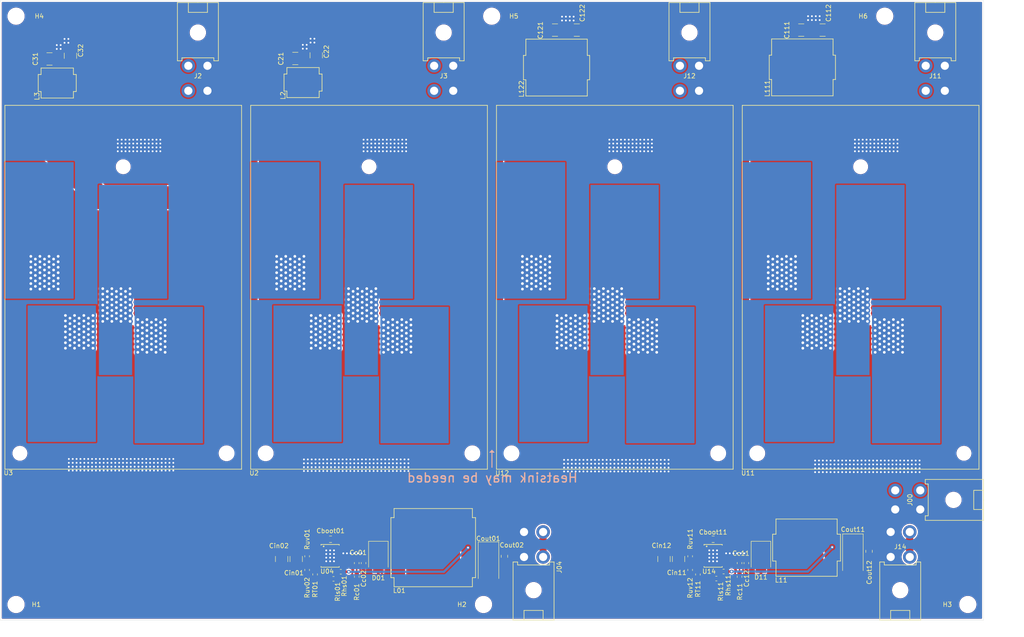
<source format=kicad_pcb>
(kicad_pcb (version 20171130) (host pcbnew 5.1.4-e60b266~84~ubuntu18.04.1)
  (layers (0 F.Cu signal) (31 B.Cu signal) (34 B.Paste user) (35 F.Paste user) (36 B.SilkS user) (37 F.SilkS user) (38 B.Mask user) (39 F.Mask user) (44 Edge.Cuts user))
  (net 0 "")
  (net 1 /Vbatt+)
  (net 2 GND)
  (net 3 "Net-(Cboot01-Pad1)")
  (net 4 "Net-(Cboot01-Pad2)")
  (net 5 "Net-(Cboot11-Pad2)")
  (net 6 "Net-(Cboot11-Pad1)")
  (net 7 "Net-(Cc01-Pad2)")
  (net 8 "Net-(Cc01-Pad1)")
  (net 9 "Net-(Cc11-Pad1)")
  (net 10 "Net-(Cc11-Pad2)")
  (net 11 /12V-3A)
  (net 12 /5V-3A)
  (net 13 "Net-(Rhs01-Pad2)")
  (net 14 "Net-(Rhs11-Pad2)")
  (net 15 "Net-(RT01-Pad1)")
  (net 16 "Net-(RT11-Pad1)")
  (net 17 "Net-(Ruv01-Pad2)")
  (net 18 "Net-(Ruv11-Pad2)")
  (net 19 "Net-(C22-Pad1)")
  (net 20 "Net-(C32-Pad1)")
  (net 21 "Net-(C112-Pad1)")
  (net 22 "Net-(C122-Pad1)")
  (net 23 /24V-4A)
  (net 24 "/36V-6A(1)")
  (net 25 "/36V-6A(2)")
  (net 26 /14.5V-5A)
  (net 27 "Net-(U2-Pad7)")
  (net 28 "Net-(U2-Pad6)")
  (net 29 "Net-(U2-Pad5)")
  (net 30 "Net-(U2-Pad4)")
  (net 31 "Net-(U3-Pad4)")
  (net 32 "Net-(U3-Pad5)")
  (net 33 "Net-(U3-Pad6)")
  (net 34 "Net-(U3-Pad7)")
  (net 35 "Net-(U11-Pad4)")
  (net 36 "Net-(U11-Pad5)")
  (net 37 "Net-(U11-Pad6)")
  (net 38 "Net-(U11-Pad7)")
  (net 39 "Net-(U12-Pad7)")
  (net 40 "Net-(U12-Pad6)")
  (net 41 "Net-(U12-Pad5)")
  (net 42 "Net-(U12-Pad4)")
  (module MountingHole:MountingHole_3.2mm_M3 (layer F.Cu) (at 230.55 156.25)
    (fp_text reference H3 (at -4.5 0) (layer F.SilkS))
    (fp_text value MountingHole)
    (pad 1 np_thru_hole circle (at 0 0) (size 3.2 3.2) (drill 3.2) (layers *.Cu *.Mask))
  )
  (module MountingHole:MountingHole_3.2mm_M3 (layer F.Cu) (at 124.15 156.25)
    (fp_text reference H2 (at -4.75 0) (layer F.SilkS))
    (fp_text value MountingHole)
    (pad 1 np_thru_hole circle (at 0 0) (size 3.2 3.2) (drill 3.2) (layers *.Cu *.Mask))
  )
  (module MountingHole:MountingHole_3.2mm_M3 (layer F.Cu) (at 21.45 156.25)
    (fp_text reference H1 (at 4.45 0) (layer F.SilkS))
    (fp_text value MountingHole)
    (pad 1 np_thru_hole circle (at 0 0) (size 3.2 3.2) (drill 3.2) (layers *.Cu *.Mask))
  )
  (module Capacitor_SMD:C_1210_3225Metric (layer F.Cu) (at 82.8 36.2)
    (fp_text reference C21 (at -3.15 0.05 270) (layer F.SilkS))
    (fp_text value 470n)
    (pad 2 smd roundrect (at 1.4 0) (size 1.25 2.65) (layers F.Cu F.Paste F.Mask) (roundrect_rratio 0.2) (net 2 GND))
    (pad 1 smd roundrect (at -1.4 0) (size 1.25 2.65) (layers F.Cu F.Paste F.Mask) (roundrect_rratio 0.2) (net 1 /Vbatt+))
  )
  (module Capacitor_SMD:C_1210_3225Metric (layer F.Cu) (at 87.4 35.5 90)
    (fp_text reference C22 (at 0.8 2.25 90) (layer F.SilkS))
    (fp_text value 470n)
    (pad 2 smd roundrect (at 1.4 0 90) (size 1.25 2.65) (layers F.Cu F.Paste F.Mask) (roundrect_rratio 0.2) (net 2 GND))
    (pad 1 smd roundrect (at -1.4 0 90) (size 1.25 2.65) (layers F.Cu F.Paste F.Mask) (roundrect_rratio 0.2) (net 19 "Net-(C22-Pad1)"))
  )
  (module Capacitor_SMD:C_1210_3225Metric (layer F.Cu) (at 28.8 36.3)
    (fp_text reference C31 (at -3.1 0 270) (layer F.SilkS))
    (fp_text value 470n)
    (pad 2 smd roundrect (at 1.4 0) (size 1.25 2.65) (layers F.Cu F.Paste F.Mask) (roundrect_rratio 0.2) (net 2 GND))
    (pad 1 smd roundrect (at -1.4 0) (size 1.25 2.65) (layers F.Cu F.Paste F.Mask) (roundrect_rratio 0.2) (net 1 /Vbatt+))
  )
  (module Capacitor_SMD:C_1210_3225Metric (layer F.Cu) (at 33.4 35.6 90)
    (fp_text reference C32 (at 1.15 2.25 90) (layer F.SilkS))
    (fp_text value 470n)
    (pad 2 smd roundrect (at 1.4 0 90) (size 1.25 2.65) (layers F.Cu F.Paste F.Mask) (roundrect_rratio 0.2) (net 2 GND))
    (pad 1 smd roundrect (at -1.4 0 90) (size 1.25 2.65) (layers F.Cu F.Paste F.Mask) (roundrect_rratio 0.2) (net 20 "Net-(C32-Pad1)"))
  )
  (module Capacitor_SMD:C_1210_3225Metric (layer F.Cu) (at 193.95 29.95)
    (fp_text reference C111 (at -3.15 0 270) (layer F.SilkS))
    (fp_text value 470n)
    (pad 2 smd roundrect (at 1.4 0) (size 1.25 2.65) (layers F.Cu F.Paste F.Mask) (roundrect_rratio 0.2) (net 2 GND))
    (pad 1 smd roundrect (at -1.4 0) (size 1.25 2.65) (layers F.Cu F.Paste F.Mask) (roundrect_rratio 0.2) (net 1 /Vbatt+))
  )
  (module Capacitor_SMD:C_1210_3225Metric (layer F.Cu) (at 198.65 29.95 180)
    (fp_text reference C112 (at -1.3 3.75 270) (layer F.SilkS))
    (fp_text value 470n)
    (pad 2 smd roundrect (at 1.4 0 180) (size 1.25 2.65) (layers F.Cu F.Paste F.Mask) (roundrect_rratio 0.2) (net 2 GND))
    (pad 1 smd roundrect (at -1.4 0 180) (size 1.25 2.65) (layers F.Cu F.Paste F.Mask) (roundrect_rratio 0.2) (net 21 "Net-(C112-Pad1)"))
  )
  (module Capacitor_SMD:C_1210_3225Metric (layer F.Cu) (at 139.85 29.95)
    (fp_text reference C121 (at -3.2 0.05 270) (layer F.SilkS))
    (fp_text value 470n)
    (pad 2 smd roundrect (at 1.4 0) (size 1.25 2.65) (layers F.Cu F.Paste F.Mask) (roundrect_rratio 0.2) (net 2 GND))
    (pad 1 smd roundrect (at -1.4 0) (size 1.25 2.65) (layers F.Cu F.Paste F.Mask) (roundrect_rratio 0.2) (net 1 /Vbatt+))
  )
  (module Capacitor_SMD:C_1210_3225Metric (layer F.Cu) (at 144.65 29.95 180)
    (fp_text reference C122 (at -1.2 3.75 270) (layer F.SilkS))
    (fp_text value 470n)
    (pad 2 smd roundrect (at 1.4 0 180) (size 1.25 2.65) (layers F.Cu F.Paste F.Mask) (roundrect_rratio 0.2) (net 2 GND))
    (pad 1 smd roundrect (at -1.4 0 180) (size 1.25 2.65) (layers F.Cu F.Paste F.Mask) (roundrect_rratio 0.2) (net 22 "Net-(C122-Pad1)"))
  )
  (module Capacitor_SMD:C_0805_2012Metric (layer F.Cu) (at 90.55 141.9 180)
    (fp_text reference Cboot01 (at 0 1.85) (layer F.SilkS))
    (fp_text value 0.1u)
    (pad 2 smd roundrect (at 0.9375 0 180) (size 0.975 1.4) (layers F.Cu F.Paste F.Mask) (net 4 "Net-(Cboot01-Pad2)"))
    (pad 1 smd roundrect (at -0.9375 0 180) (size 0.975 1.4) (layers F.Cu F.Paste F.Mask) (net 3 "Net-(Cboot01-Pad1)"))
  )
  (module Capacitor_SMD:C_0805_2012Metric (layer F.Cu) (at 174.6 141.9 180)
    (fp_text reference Cboot11 (at 0 1.55) (layer F.SilkS))
    (fp_text value 0.1u)
    (pad 2 smd roundrect (at 0.9375 0 180) (size 0.975 1.4) (layers F.Cu F.Paste F.Mask) (net 5 "Net-(Cboot11-Pad2)"))
    (pad 1 smd roundrect (at -0.9375 0 180) (size 0.975 1.4) (layers F.Cu F.Paste F.Mask) (net 6 "Net-(Cboot11-Pad1)"))
  )
  (module Capacitor_SMD:C_0603_1608Metric (layer F.Cu) (at 96.295001 147.15 90)
    (fp_text reference Cc01 (at 2.3 0.304999 180) (layer F.SilkS))
    (fp_text value 27n)
    (pad 2 smd roundrect (at 0.7875 0 90) (size 0.875 0.95) (layers F.Cu F.Paste F.Mask) (net 7 "Net-(Cc01-Pad2)"))
    (pad 1 smd roundrect (at -0.7875 0 90) (size 0.875 0.95) (layers F.Cu F.Paste F.Mask) (net 8 "Net-(Cc01-Pad1)"))
  )
  (module Capacitor_SMD:C_0603_1608Metric (layer F.Cu) (at 97.8 147.15 90)
    (fp_text reference Cc02 (at -3.4 0 90) (layer F.SilkS))
    (fp_text value 680p)
    (pad 2 smd roundrect (at 0.7875 0 90) (size 0.875 0.95) (layers F.Cu F.Paste F.Mask) (net 7 "Net-(Cc01-Pad2)"))
    (pad 1 smd roundrect (at -0.7875 0 90) (size 0.875 0.95) (layers F.Cu F.Paste F.Mask) (net 2 GND))
  )
  (module Capacitor_SMD:C_0603_1608Metric (layer F.Cu) (at 180.4 147.15 90)
    (fp_text reference Cc11 (at 2.15 0.3 180) (layer F.SilkS))
    (fp_text value 18n)
    (pad 2 smd roundrect (at 0.7875 0 90) (size 0.875 0.95) (layers F.Cu F.Paste F.Mask) (net 10 "Net-(Cc11-Pad2)"))
    (pad 1 smd roundrect (at -0.7875 0 90) (size 0.875 0.95) (layers F.Cu F.Paste F.Mask) (net 9 "Net-(Cc11-Pad1)"))
  )
  (module Capacitor_SMD:C_0603_1608Metric (layer F.Cu) (at 181.9 147.15 90)
    (fp_text reference Cc12 (at -3.4 0.05 90) (layer F.SilkS))
    (fp_text value 1n)
    (pad 2 smd roundrect (at 0.7875 0 90) (size 0.875 0.95) (layers F.Cu F.Paste F.Mask) (net 10 "Net-(Cc11-Pad2)"))
    (pad 1 smd roundrect (at -0.7875 0 90) (size 0.875 0.95) (layers F.Cu F.Paste F.Mask) (net 2 GND))
  )
  (module Capacitor_SMD:C_1210_3225Metric (layer F.Cu) (at 83 146.25 270)
    (fp_text reference Cin01 (at 3.05 0.5 180) (layer F.SilkS))
    (fp_text value 10u)
    (pad 2 smd roundrect (at 1.4 0 270) (size 1.25 2.65) (layers F.Cu F.Paste F.Mask) (roundrect_rratio 0.2) (net 2 GND))
    (pad 1 smd roundrect (at -1.4 0 270) (size 1.25 2.65) (layers F.Cu F.Paste F.Mask) (roundrect_rratio 0.2) (net 1 /Vbatt+))
  )
  (module Capacitor_SMD:C_1210_3225Metric (layer F.Cu) (at 79.8 146.25 270)
    (fp_text reference Cin02 (at -2.9 0.6 180) (layer F.SilkS))
    (fp_text value 10u)
    (pad 2 smd roundrect (at 1.4 0 270) (size 1.25 2.65) (layers F.Cu F.Paste F.Mask) (roundrect_rratio 0.2) (net 2 GND))
    (pad 1 smd roundrect (at -1.4 0 270) (size 1.25 2.65) (layers F.Cu F.Paste F.Mask) (roundrect_rratio 0.2) (net 1 /Vbatt+))
  )
  (module Capacitor_SMD:C_1210_3225Metric (layer F.Cu) (at 167 146.25 270)
    (fp_text reference Cin11 (at 3 0.4 180) (layer F.SilkS))
    (fp_text value 10u)
    (pad 2 smd roundrect (at 1.4 0 270) (size 1.25 2.65) (layers F.Cu F.Paste F.Mask) (roundrect_rratio 0.2) (net 2 GND))
    (pad 1 smd roundrect (at -1.4 0 270) (size 1.25 2.65) (layers F.Cu F.Paste F.Mask) (roundrect_rratio 0.2) (net 1 /Vbatt+))
  )
  (module Capacitor_SMD:C_1210_3225Metric (layer F.Cu) (at 163.8 146.25 270)
    (fp_text reference Cin12 (at -2.95 0.55 180) (layer F.SilkS))
    (fp_text value 10u)
    (pad 2 smd roundrect (at 1.4 0 270) (size 1.25 2.65) (layers F.Cu F.Paste F.Mask) (roundrect_rratio 0.2) (net 2 GND))
    (pad 1 smd roundrect (at -1.4 0 270) (size 1.25 2.65) (layers F.Cu F.Paste F.Mask) (roundrect_rratio 0.2) (net 1 /Vbatt+))
  )
  (module Capacitor_Tantalum_SMD:CP_EIA-7343-40_Kemet-Y (layer F.Cu) (at 125.25 146.9 270)
    (fp_text reference Cout01 (at -5.15 0.05 180) (layer F.SilkS))
    (fp_text value 47u)
    (pad 2 smd roundrect (at 3.1125 0 270) (size 2.075 2.55) (layers F.Cu F.Paste F.Mask) (roundrect_rratio 0.120482) (net 2 GND))
    (pad 1 smd roundrect (at -3.1125 0 270) (size 2.075 2.55) (layers F.Cu F.Paste F.Mask) (roundrect_rratio 0.120482) (net 11 /12V-3A))
  )
  (module Capacitor_SMD:C_0805_2012Metric (layer F.Cu) (at 128.75 145.65 270)
    (fp_text reference Cout02 (at -2.45 -1.6 180) (layer F.SilkS))
    (fp_text value 100n)
    (pad 2 smd roundrect (at 0.9375 0 270) (size 0.975 1.4) (layers F.Cu F.Paste F.Mask) (net 2 GND))
    (pad 1 smd roundrect (at -0.9375 0 270) (size 0.975 1.4) (layers F.Cu F.Paste F.Mask) (net 11 /12V-3A))
  )
  (module Capacitor_Tantalum_SMD:CP_EIA-7343-40_Kemet-Y (layer F.Cu) (at 205.3 145.15 270)
    (fp_text reference Cout11 (at -5.4 0 180) (layer F.SilkS))
    (fp_text value 47u)
    (pad 2 smd roundrect (at 3.1125 0 270) (size 2.075 2.55) (layers F.Cu F.Paste F.Mask) (roundrect_rratio 0.120482) (net 2 GND))
    (pad 1 smd roundrect (at -3.1125 0 270) (size 2.075 2.55) (layers F.Cu F.Paste F.Mask) (roundrect_rratio 0.120482) (net 12 /5V-3A))
  )
  (module Capacitor_SMD:C_0805_2012Metric (layer F.Cu) (at 208.85 144.55 270)
    (fp_text reference Cout12 (at 4.65 -0.05 270) (layer F.SilkS))
    (fp_text value 100n)
    (pad 2 smd roundrect (at 0.9375 0 270) (size 0.975 1.4) (layers F.Cu F.Paste F.Mask) (net 2 GND))
    (pad 1 smd roundrect (at -0.9375 0 270) (size 0.975 1.4) (layers F.Cu F.Paste F.Mask) (net 12 /5V-3A))
  )
  (module Diode_SMD:D_SMB (layer F.Cu) (at 101.05 145.9 270)
    (fp_text reference D01 (at 4.5 0 180) (layer F.SilkS))
    (fp_text value NRVTSS5100ET3G)
    (pad 2 smd rect (at 2.15 0 270) (size 2.5 2.3) (layers F.Cu F.Paste F.Mask) (net 2 GND))
    (pad 1 smd rect (at -2.15 0 270) (size 2.5 2.3) (layers F.Cu F.Paste F.Mask) (net 3 "Net-(Cboot01-Pad1)"))
  )
  (module Diode_SMD:D_SMB (layer F.Cu) (at 185.1 145.9 270)
    (fp_text reference D11 (at 4.35 0 180) (layer F.SilkS))
    (fp_text value NRVTSS5100ET3G)
    (pad 2 smd rect (at 2.15 0 270) (size 2.5 2.3) (layers F.Cu F.Paste F.Mask) (net 2 GND))
    (pad 1 smd rect (at -2.15 0 270) (size 2.5 2.3) (layers F.Cu F.Paste F.Mask) (net 6 "Net-(Cboot11-Pad1)"))
  )
  (module High_power__DC_DC_board:177CDMCC-DS (layer F.Cu) (at 113.1 143.75)
    (fp_text reference L01 (at -7.45 9.45) (layer F.SilkS))
    (fp_text value 47u)
    (pad 2 smd rect (at -7.65 0) (size 2.9 12.8) (layers F.Cu F.Paste F.Mask) (net 3 "Net-(Cboot01-Pad1)"))
    (pad 1 smd rect (at 7.65 0) (size 2.9 12.8) (layers F.Cu F.Paste F.Mask) (net 11 /12V-3A))
  )
  (module High_power__DC_DC_board:PA4341-XXXNLT (layer F.Cu) (at 84.5 41.5)
    (fp_text reference L2 (at -4.4 2.85 270) (layer F.SilkS))
    (fp_text value 10u)
    (pad 2 smd rect (at -2.925 0) (size 2.15 3.4) (layers F.Cu F.Paste F.Mask) (net 1 /Vbatt+))
    (pad 1 smd rect (at 2.925 0) (size 2.15 3.4) (layers F.Cu F.Paste F.Mask) (net 19 "Net-(C22-Pad1)"))
  )
  (module High_power__DC_DC_board:PA4341-XXXNLT (layer F.Cu) (at 30.5 41.6)
    (fp_text reference L3 (at -4.45 2.9 270) (layer F.SilkS))
    (fp_text value 10u)
    (pad 2 smd rect (at -2.925 0) (size 2.15 3.4) (layers F.Cu F.Paste F.Mask) (net 1 /Vbatt+))
    (pad 1 smd rect (at 2.925 0) (size 2.15 3.4) (layers F.Cu F.Paste F.Mask) (net 20 "Net-(C32-Pad1)"))
  )
  (module High_power__DC_DC_board:125CDMCCDS (layer F.Cu) (at 195.125 143.75)
    (fp_text reference L11 (at -5.575 7.15) (layer F.SilkS))
    (fp_text value 22u)
    (pad 2 smd rect (at -5.625 0) (size 3.25 5.5) (layers F.Cu F.Paste F.Mask) (net 6 "Net-(Cboot11-Pad1)"))
    (pad 1 smd rect (at 5.625 0) (size 3.25 5.5) (layers F.Cu F.Paste F.Mask) (net 12 /5V-3A))
  )
  (module High_power__DC_DC_board:744373965100 (layer F.Cu) (at 194.2 38.15)
    (fp_text reference L111 (at -7.7 4.65 270) (layer F.SilkS))
    (fp_text value 10u)
    (pad 2 smd rect (at -5.55 0) (size 3.1 5) (layers F.Cu F.Paste F.Mask) (net 1 /Vbatt+))
    (pad 1 smd rect (at 5.55 0) (size 3.1 5) (layers F.Cu F.Paste F.Mask) (net 21 "Net-(C112-Pad1)"))
  )
  (module High_power__DC_DC_board:744373965100 (layer F.Cu) (at 140.2 38.2)
    (fp_text reference L122 (at -7.7 4.7 270) (layer F.SilkS))
    (fp_text value 10u)
    (pad 2 smd rect (at -5.55 0) (size 3.1 5) (layers F.Cu F.Paste F.Mask) (net 1 /Vbatt+))
    (pad 1 smd rect (at 5.55 0) (size 3.1 5) (layers F.Cu F.Paste F.Mask) (net 22 "Net-(C122-Pad1)"))
  )
  (module Resistor_SMD:R_0603_1608Metric (layer F.Cu) (at 96.3 150.15 270)
    (fp_text reference Rc01 (at 3.35 0 90) (layer F.SilkS))
    (fp_text value 6.8k)
    (pad 2 smd roundrect (at 0.7875 0 270) (size 0.875 0.95) (layers F.Cu F.Paste F.Mask) (net 2 GND))
    (pad 1 smd roundrect (at -0.7875 0 270) (size 0.875 0.95) (layers F.Cu F.Paste F.Mask) (net 8 "Net-(Cc01-Pad1)"))
  )
  (module Resistor_SMD:R_0603_1608Metric (layer F.Cu) (at 180.4 150.15 270)
    (fp_text reference Rc11 (at 3.3 -0.05 90) (layer F.SilkS))
    (fp_text value 4.42k)
    (pad 2 smd roundrect (at 0.7875 0 270) (size 0.875 0.95) (layers F.Cu F.Paste F.Mask) (net 2 GND))
    (pad 1 smd roundrect (at -0.7875 0 270) (size 0.875 0.95) (layers F.Cu F.Paste F.Mask) (net 9 "Net-(Cc11-Pad1)"))
  )
  (module Resistor_SMD:R_0603_1608Metric (layer F.Cu) (at 92.8 149.05 180)
    (fp_text reference Rhs01 (at -0.75 -3.15 90) (layer F.SilkS))
    (fp_text value 46.4k)
    (pad 2 smd roundrect (at 0.7875 0 180) (size 0.875 0.95) (layers F.Cu F.Paste F.Mask) (net 13 "Net-(Rhs01-Pad2)"))
    (pad 1 smd roundrect (at -0.7875 0 180) (size 0.875 0.95) (layers F.Cu F.Paste F.Mask) (net 11 /12V-3A))
  )
  (module Resistor_SMD:R_0603_1608Metric (layer F.Cu) (at 176.9 149 180)
    (fp_text reference Rhs11 (at -1 -3.05 90) (layer F.SilkS))
    (fp_text value 17.4k)
    (pad 2 smd roundrect (at 0.7875 0 180) (size 0.875 0.95) (layers F.Cu F.Paste F.Mask) (net 14 "Net-(Rhs11-Pad2)"))
    (pad 1 smd roundrect (at -0.7875 0 180) (size 0.875 0.95) (layers F.Cu F.Paste F.Mask) (net 12 /5V-3A))
  )
  (module Resistor_SMD:R_0603_1608Metric (layer F.Cu) (at 91.195001 150.605001 180)
    (fp_text reference Rls01 (at -0.904999 -2.844999 90) (layer F.SilkS))
    (fp_text value 3.3k)
    (pad 2 smd roundrect (at 0.7875 0 180) (size 0.875 0.95) (layers F.Cu F.Paste F.Mask) (net 2 GND))
    (pad 1 smd roundrect (at -0.7875 0 180) (size 0.875 0.95) (layers F.Cu F.Paste F.Mask) (net 13 "Net-(Rhs01-Pad2)"))
  )
  (module Resistor_SMD:R_0603_1608Metric (layer F.Cu) (at 175.3 150.55 180)
    (fp_text reference Rls11 (at -0.95 -2.85 90) (layer F.SilkS))
    (fp_text value 3.3k)
    (pad 2 smd roundrect (at 0.7875 0 180) (size 0.875 0.95) (layers F.Cu F.Paste F.Mask) (net 2 GND))
    (pad 1 smd roundrect (at -0.7875 0 180) (size 0.875 0.95) (layers F.Cu F.Paste F.Mask) (net 14 "Net-(Rhs11-Pad2)"))
  )
  (module Resistor_SMD:R_0603_1608Metric (layer F.Cu) (at 87.15 149.6375 270)
    (fp_text reference RT01 (at 3.2625 0 90) (layer F.SilkS))
    (fp_text value 243k)
    (pad 2 smd roundrect (at 0.7875 0 270) (size 0.875 0.95) (layers F.Cu F.Paste F.Mask) (net 2 GND))
    (pad 1 smd roundrect (at -0.7875 0 270) (size 0.875 0.95) (layers F.Cu F.Paste F.Mask) (net 15 "Net-(RT01-Pad1)"))
  )
  (module Resistor_SMD:R_0603_1608Metric (layer F.Cu) (at 171.25 149.65 270)
    (fp_text reference RT11 (at 3.2 0 90) (layer F.SilkS))
    (fp_text value 243k)
    (pad 2 smd roundrect (at 0.7875 0 270) (size 0.875 0.95) (layers F.Cu F.Paste F.Mask) (net 2 GND))
    (pad 1 smd roundrect (at -0.7875 0 270) (size 0.875 0.95) (layers F.Cu F.Paste F.Mask) (net 16 "Net-(RT11-Pad1)"))
  )
  (module Resistor_SMD:R_0603_1608Metric (layer F.Cu) (at 85.4 145.65 270)
    (fp_text reference Ruv01 (at -3.75 0 90) (layer F.SilkS))
    (fp_text value 294k)
    (pad 2 smd roundrect (at 0.7875 0 270) (size 0.875 0.95) (layers F.Cu F.Paste F.Mask) (net 17 "Net-(Ruv01-Pad2)"))
    (pad 1 smd roundrect (at -0.7875 0 270) (size 0.875 0.95) (layers F.Cu F.Paste F.Mask) (net 1 /Vbatt+))
  )
  (module Resistor_SMD:R_0603_1608Metric (layer F.Cu) (at 85.4 148.65 270)
    (fp_text reference Ruv02 (at 3.9 0 90) (layer F.SilkS))
    (fp_text value 12.1k)
    (pad 2 smd roundrect (at 0.7875 0 270) (size 0.875 0.95) (layers F.Cu F.Paste F.Mask) (net 2 GND))
    (pad 1 smd roundrect (at -0.7875 0 270) (size 0.875 0.95) (layers F.Cu F.Paste F.Mask) (net 17 "Net-(Ruv01-Pad2)"))
  )
  (module Resistor_SMD:R_0603_1608Metric (layer F.Cu) (at 169.55 145.65 270)
    (fp_text reference Ruv11 (at -3.8 0 90) (layer F.SilkS))
    (fp_text value 294k)
    (pad 2 smd roundrect (at 0.7875 0 270) (size 0.875 0.95) (layers F.Cu F.Paste F.Mask) (net 18 "Net-(Ruv11-Pad2)"))
    (pad 1 smd roundrect (at -0.7875 0 270) (size 0.875 0.95) (layers F.Cu F.Paste F.Mask) (net 1 /Vbatt+))
  )
  (module Resistor_SMD:R_0603_1608Metric (layer F.Cu) (at 169.55 148.65 270)
    (fp_text reference Ruv12 (at 3.95 0 90) (layer F.SilkS))
    (fp_text value 12.1k)
    (pad 2 smd roundrect (at 0.7875 0 270) (size 0.875 0.95) (layers F.Cu F.Paste F.Mask) (net 2 GND))
    (pad 1 smd roundrect (at -0.7875 0 270) (size 0.875 0.95) (layers F.Cu F.Paste F.Mask) (net 18 "Net-(Ruv11-Pad2)"))
  )
  (module High_power__DC_DC_board:172448-0004_Molex_2channel_horizontal (layer F.Cu) (at 217.35 133.25 90)
    (fp_text reference J00 (at 0 0.5 90) (layer F.SilkS))
    (fp_text value Conn_01x02_Female)
    (pad "" np_thru_hole circle (at 0 10.05 90) (size 3 3) (drill 3) (layers *.Cu *.Mask))
    (pad 2 thru_hole circle (at 2.1 2.75 90) (size 3 3) (drill 1.8) (layers *.Cu *.Mask) (net 1 /Vbatt+))
    (pad 1 thru_hole circle (at -2.1 2.75 90) (size 3 3) (drill 1.8) (layers *.Cu *.Mask) (net 2 GND) (clearance 0.5))
    (pad 2 thru_hole circle (at 2.1 -2.75 90) (size 3 3) (drill 1.8) (layers *.Cu *.Mask) (net 1 /Vbatt+))
    (pad 1 thru_hole circle (at -2.1 -2.75 90) (size 3 3) (drill 1.8) (layers *.Cu *.Mask) (net 2 GND) (clearance 0.5))
  )
  (module High_power__DC_DC_board:172448-0004_Molex_2channel_horizontal (layer F.Cu) (at 135.15 143.05)
    (fp_text reference J04 (at 5.65 5 90) (layer F.SilkS))
    (fp_text value Conn_01x02_Female)
    (pad "" np_thru_hole circle (at 0 10.05) (size 3 3) (drill 3) (layers *.Cu *.Mask))
    (pad 2 thru_hole circle (at 2.1 2.75) (size 3 3) (drill 1.8) (layers *.Cu *.Mask) (net 11 /12V-3A))
    (pad 1 thru_hole circle (at -2.1 2.75) (size 3 3) (drill 1.8) (layers *.Cu *.Mask) (net 2 GND) (clearance 0.4))
    (pad 2 thru_hole circle (at 2.1 -2.75) (size 3 3) (drill 1.8) (layers *.Cu *.Mask) (net 11 /12V-3A))
    (pad 1 thru_hole circle (at -2.1 -2.75) (size 3 3) (drill 1.8) (layers *.Cu *.Mask) (net 2 GND) (clearance 0.4))
  )
  (module High_power__DC_DC_board:TPS54560BDDA (layer F.Cu) (at 90.45 145.55 270)
    (fp_text reference U04 (at 3.4 0.65) (layer F.SilkS))
    (fp_text value TPS54560B)
    (pad 4 smd rect (at 1.905 2.875 270) (size 0.5 2.2) (layers F.Cu F.Paste F.Mask) (net 15 "Net-(RT01-Pad1)"))
    (pad 3 smd rect (at 0.635 2.875 270) (size 0.5 2.2) (layers F.Cu F.Paste F.Mask) (net 17 "Net-(Ruv01-Pad2)"))
    (pad 2 smd rect (at -0.635 2.875 270) (size 0.5 2.2) (layers F.Cu F.Paste F.Mask) (net 1 /Vbatt+))
    (pad 1 smd rect (at -1.905 2.875 270) (size 0.5 2.2) (layers F.Cu F.Paste F.Mask) (net 4 "Net-(Cboot01-Pad2)"))
    (pad 8 smd rect (at -1.905 -2.875 270) (size 0.5 2.2) (layers F.Cu F.Paste F.Mask) (net 3 "Net-(Cboot01-Pad1)"))
    (pad 5 smd rect (at 1.905 -2.875 270) (size 0.5 2.2) (layers F.Cu F.Paste F.Mask) (net 13 "Net-(Rhs01-Pad2)"))
    (pad 7 smd rect (at -0.635 -2.875 270) (size 0.5 2.2) (layers F.Cu F.Paste F.Mask) (net 2 GND))
    (pad 6 smd rect (at 0.635 -2.875 270) (size 0.5 2.2) (layers F.Cu F.Paste F.Mask) (net 7 "Net-(Cc01-Pad2)"))
    (pad 9 smd rect (at 0 0 270) (size 3.1 2.4) (layers F.Cu F.Paste F.Mask) (net 2 GND))
  )
  (module High_power__DC_DC_board:TPS54560BDDA (layer F.Cu) (at 174.6 145.55 270)
    (fp_text reference U14 (at 3.425 0.9) (layer F.SilkS))
    (fp_text value TPS54560B)
    (pad 4 smd rect (at 1.905 2.875 270) (size 0.5 2.2) (layers F.Cu F.Paste F.Mask) (net 16 "Net-(RT11-Pad1)"))
    (pad 3 smd rect (at 0.635 2.875 270) (size 0.5 2.2) (layers F.Cu F.Paste F.Mask) (net 18 "Net-(Ruv11-Pad2)"))
    (pad 2 smd rect (at -0.635 2.875 270) (size 0.5 2.2) (layers F.Cu F.Paste F.Mask) (net 1 /Vbatt+))
    (pad 1 smd rect (at -1.905 2.875 270) (size 0.5 2.2) (layers F.Cu F.Paste F.Mask) (net 5 "Net-(Cboot11-Pad2)"))
    (pad 8 smd rect (at -1.905 -2.875 270) (size 0.5 2.2) (layers F.Cu F.Paste F.Mask) (net 6 "Net-(Cboot11-Pad1)"))
    (pad 5 smd rect (at 1.905 -2.875 270) (size 0.5 2.2) (layers F.Cu F.Paste F.Mask) (net 14 "Net-(Rhs11-Pad2)"))
    (pad 7 smd rect (at -0.635 -2.875 270) (size 0.5 2.2) (layers F.Cu F.Paste F.Mask) (net 2 GND))
    (pad 6 smd rect (at 0.635 -2.875 270) (size 0.5 2.2) (layers F.Cu F.Paste F.Mask) (net 10 "Net-(Cc11-Pad2)"))
    (pad 9 smd rect (at 0 0 270) (size 3.1 2.4) (layers F.Cu F.Paste F.Mask) (net 2 GND))
  )
  (module MountingHole:MountingHole_3.2mm_M3 (layer F.Cu) (at 21.45 26.9)
    (fp_text reference H4 (at 5.1 0) (layer F.SilkS))
    (fp_text value MountingHole)
    (pad 1 np_thru_hole circle (at 0 0) (size 3.2 3.2) (drill 3.2) (layers *.Cu *.Mask))
  )
  (module MountingHole:MountingHole_3.2mm_M3 (layer F.Cu) (at 125.95 26.9)
    (fp_text reference H5 (at 4.85 0) (layer F.SilkS))
    (fp_text value MountingHole)
    (pad 1 np_thru_hole circle (at 0 0) (size 3.2 3.2) (drill 3.2) (layers *.Cu *.Mask))
  )
  (module MountingHole:MountingHole_3.2mm_M3 (layer F.Cu) (at 212.3 26.9)
    (fp_text reference H6 (at -4.75 0) (layer F.SilkS))
    (fp_text value MountingHole)
    (pad 1 np_thru_hole circle (at 0 0) (size 3.2 3.2) (drill 3.2) (layers *.Cu *.Mask))
  )
  (module High_power__DC_DC_board:172448-0004_Molex_2channel_horizontal (layer F.Cu) (at 61.4 40.55 180)
    (fp_text reference J2 (at 0 0.5) (layer F.SilkS))
    (fp_text value Conn_01x02_Female)
    (pad "" np_thru_hole circle (at 0 10.05 180) (size 3 3) (drill 3) (layers *.Cu *.Mask))
    (pad 2 thru_hole circle (at 2.1 2.75 180) (size 3 3) (drill 1.8) (layers *.Cu *.Mask) (net 23 /24V-4A))
    (pad 1 thru_hole circle (at -2.1 2.75 180) (size 3 3) (drill 1.8) (layers *.Cu *.Mask) (net 2 GND) (clearance 0.5))
    (pad 2 thru_hole circle (at 2.1 -2.75 180) (size 3 3) (drill 1.8) (layers *.Cu *.Mask) (net 23 /24V-4A))
    (pad 1 thru_hole circle (at -2.1 -2.75 180) (size 3 3) (drill 1.8) (layers *.Cu *.Mask) (net 2 GND) (clearance 0.5))
  )
  (module High_power__DC_DC_board:172448-0004_Molex_2channel_horizontal (layer F.Cu) (at 115.4 40.55 180)
    (fp_text reference J3 (at 0 0.5) (layer F.SilkS))
    (fp_text value Conn_01x02_Female)
    (pad "" np_thru_hole circle (at 0 10.05 180) (size 3 3) (drill 3) (layers *.Cu *.Mask))
    (pad 2 thru_hole circle (at 2.1 2.75 180) (size 3 3) (drill 1.8) (layers *.Cu *.Mask) (net 26 /14.5V-5A))
    (pad 1 thru_hole circle (at -2.1 2.75 180) (size 3 3) (drill 1.8) (layers *.Cu *.Mask) (net 2 GND) (clearance 0.5))
    (pad 2 thru_hole circle (at 2.1 -2.75 180) (size 3 3) (drill 1.8) (layers *.Cu *.Mask) (net 26 /14.5V-5A))
    (pad 1 thru_hole circle (at -2.1 -2.75 180) (size 3 3) (drill 1.8) (layers *.Cu *.Mask) (net 2 GND) (clearance 0.5))
  )
  (module High_power__DC_DC_board:172448-0004_Molex_2channel_horizontal (layer F.Cu) (at 223.4 40.55 180)
    (fp_text reference J11 (at 0 0.5) (layer F.SilkS))
    (fp_text value Conn_01x02_Female)
    (pad "" np_thru_hole circle (at 0 10.05 180) (size 3 3) (drill 3) (layers *.Cu *.Mask))
    (pad 2 thru_hole circle (at 2.1 2.75 180) (size 3 3) (drill 1.8) (layers *.Cu *.Mask) (net 24 "/36V-6A(1)"))
    (pad 1 thru_hole circle (at -2.1 2.75 180) (size 3 3) (drill 1.8) (layers *.Cu *.Mask) (net 2 GND) (clearance 0.5))
    (pad 2 thru_hole circle (at 2.1 -2.75 180) (size 3 3) (drill 1.8) (layers *.Cu *.Mask) (net 24 "/36V-6A(1)"))
    (pad 1 thru_hole circle (at -2.1 -2.75 180) (size 3 3) (drill 1.8) (layers *.Cu *.Mask) (net 2 GND) (clearance 0.5))
  )
  (module High_power__DC_DC_board:172448-0004_Molex_2channel_horizontal (layer F.Cu) (at 169.4 40.55 180)
    (fp_text reference J12 (at 0 0.5) (layer F.SilkS))
    (fp_text value Conn_01x02_Female)
    (pad "" np_thru_hole circle (at 0 10.05 180) (size 3 3) (drill 3) (layers *.Cu *.Mask))
    (pad 2 thru_hole circle (at 2.1 2.75 180) (size 3 3) (drill 1.8) (layers *.Cu *.Mask) (net 25 "/36V-6A(2)"))
    (pad 1 thru_hole circle (at -2.1 2.75 180) (size 3 3) (drill 1.8) (layers *.Cu *.Mask) (net 2 GND) (clearance 0.5))
    (pad 2 thru_hole circle (at 2.1 -2.75 180) (size 3 3) (drill 1.8) (layers *.Cu *.Mask) (net 25 "/36V-6A(2)"))
    (pad 1 thru_hole circle (at -2.1 -2.75 180) (size 3 3) (drill 1.8) (layers *.Cu *.Mask) (net 2 GND) (clearance 0.5))
  )
  (module High_power__DC_DC_board:DC_buck_boost_conv (layer F.Cu) (at 73 126.5 90)
    (fp_text reference U2 (at -0.85 0.75 180) (layer F.SilkS))
    (fp_text value High_power_module_4heat)
    (pad 7 thru_hole circle (at 29.3 35.2 90) (size 1.2 1.2) (drill 0.6) (layers *.Cu F.Mask) (net 27 "Net-(U2-Pad7)"))
    (pad 7 thru_hole circle (at 28.1 35.2 90) (size 1.2 1.2) (drill 0.6) (layers *.Cu F.Mask) (net 27 "Net-(U2-Pad7)"))
    (pad 7 thru_hole circle (at 26.9 35.2 90) (size 1.2 1.2) (drill 0.6) (layers *.Cu F.Mask) (net 27 "Net-(U2-Pad7)"))
    (pad 7 thru_hole circle (at 25.7 35.2 90) (size 1.2 1.2) (drill 0.6) (layers *.Cu F.Mask) (net 27 "Net-(U2-Pad7)"))
    (pad 7 thru_hole circle (at 32.9 35.2 90) (size 1.2 1.2) (drill 0.6) (layers *.Cu F.Mask) (net 27 "Net-(U2-Pad7)"))
    (pad 7 thru_hole circle (at 31.7 35.2 90) (size 1.2 1.2) (drill 0.6) (layers *.Cu F.Mask) (net 27 "Net-(U2-Pad7)"))
    (pad 7 thru_hole circle (at 30.5 35.2 90) (size 1.2 1.2) (drill 0.6) (layers *.Cu F.Mask) (net 27 "Net-(U2-Pad7)"))
    (pad 7 thru_hole circle (at 32.9 33.2 90) (size 1.2 1.2) (drill 0.6) (layers *.Cu F.Mask) (net 27 "Net-(U2-Pad7)"))
    (pad 7 thru_hole circle (at 31.7 33.2 90) (size 1.2 1.2) (drill 0.6) (layers *.Cu F.Mask) (net 27 "Net-(U2-Pad7)"))
    (pad 7 thru_hole circle (at 30.5 33.2 90) (size 1.2 1.2) (drill 0.6) (layers *.Cu F.Mask) (net 27 "Net-(U2-Pad7)"))
    (pad 7 thru_hole circle (at 29.3 33.2 90) (size 1.2 1.2) (drill 0.6) (layers *.Cu F.Mask) (net 27 "Net-(U2-Pad7)"))
    (pad 7 thru_hole circle (at 28.1 33.2 90) (size 1.2 1.2) (drill 0.6) (layers *.Cu F.Mask) (net 27 "Net-(U2-Pad7)"))
    (pad 7 thru_hole circle (at 26.9 33.2 90) (size 1.2 1.2) (drill 0.6) (layers *.Cu F.Mask) (net 27 "Net-(U2-Pad7)"))
    (pad 7 thru_hole circle (at 25.7 33.2 90) (size 1.2 1.2) (drill 0.6) (layers *.Cu F.Mask) (net 27 "Net-(U2-Pad7)"))
    (pad 7 thru_hole circle (at 28.7 34.2 90) (size 1.2 1.2) (drill 0.6) (layers *.Cu F.Mask) (net 27 "Net-(U2-Pad7)"))
    (pad 7 thru_hole circle (at 27.5 34.2 90) (size 1.2 1.2) (drill 0.6) (layers *.Cu F.Mask) (net 27 "Net-(U2-Pad7)"))
    (pad 7 thru_hole circle (at 29.9 34.2 90) (size 1.2 1.2) (drill 0.6) (layers *.Cu F.Mask) (net 27 "Net-(U2-Pad7)"))
    (pad 7 thru_hole circle (at 31.1 34.2 90) (size 1.2 1.2) (drill 0.6) (layers *.Cu F.Mask) (net 27 "Net-(U2-Pad7)"))
    (pad 7 thru_hole circle (at 32.3 34.2 90) (size 1.2 1.2) (drill 0.6) (layers *.Cu F.Mask) (net 27 "Net-(U2-Pad7)"))
    (pad 7 thru_hole circle (at 26.3 34.2 90) (size 1.2 1.2) (drill 0.6) (layers *.Cu F.Mask) (net 27 "Net-(U2-Pad7)"))
    (pad 7 thru_hole circle (at 32.3 32.2 90) (size 1.2 1.2) (drill 0.6) (layers *.Cu F.Mask) (net 27 "Net-(U2-Pad7)"))
    (pad 7 thru_hole circle (at 31.1 32.2 90) (size 1.2 1.2) (drill 0.6) (layers *.Cu F.Mask) (net 27 "Net-(U2-Pad7)"))
    (pad 7 thru_hole circle (at 29.9 32.2 90) (size 1.2 1.2) (drill 0.6) (layers *.Cu F.Mask) (net 27 "Net-(U2-Pad7)"))
    (pad 7 thru_hole circle (at 28.7 32.2 90) (size 1.2 1.2) (drill 0.6) (layers *.Cu F.Mask) (net 27 "Net-(U2-Pad7)"))
    (pad 7 thru_hole circle (at 27.5 32.2 90) (size 1.2 1.2) (drill 0.6) (layers *.Cu F.Mask) (net 27 "Net-(U2-Pad7)"))
    (pad 7 thru_hole circle (at 26.3 32.2 90) (size 1.2 1.2) (drill 0.6) (layers *.Cu F.Mask) (net 27 "Net-(U2-Pad7)"))
    (pad 7 thru_hole circle (at 32.9 31.2 90) (size 1.2 1.2) (drill 0.6) (layers *.Cu F.Mask) (net 27 "Net-(U2-Pad7)"))
    (pad 7 thru_hole circle (at 31.7 31.2 90) (size 1.2 1.2) (drill 0.6) (layers *.Cu F.Mask) (net 27 "Net-(U2-Pad7)"))
    (pad 7 thru_hole circle (at 30.5 31.2 90) (size 1.2 1.2) (drill 0.6) (layers *.Cu F.Mask) (net 27 "Net-(U2-Pad7)"))
    (pad 7 thru_hole circle (at 29.3 31.2 90) (size 1.2 1.2) (drill 0.6) (layers *.Cu F.Mask) (net 27 "Net-(U2-Pad7)"))
    (pad 7 thru_hole circle (at 28.1 31.2 90) (size 1.2 1.2) (drill 0.6) (layers *.Cu F.Mask) (net 27 "Net-(U2-Pad7)"))
    (pad 7 thru_hole circle (at 26.9 31.2 90) (size 1.2 1.2) (drill 0.6) (layers *.Cu F.Mask) (net 27 "Net-(U2-Pad7)"))
    (pad 7 thru_hole circle (at 25.7 31.2 90) (size 1.2 1.2) (drill 0.6) (layers *.Cu F.Mask) (net 27 "Net-(U2-Pad7)"))
    (pad 7 thru_hole circle (at 32.3 30.2 90) (size 1.2 1.2) (drill 0.6) (layers *.Cu F.Mask) (net 27 "Net-(U2-Pad7)"))
    (pad 7 thru_hole circle (at 31.1 30.2 90) (size 1.2 1.2) (drill 0.6) (layers *.Cu F.Mask) (net 27 "Net-(U2-Pad7)"))
    (pad 7 thru_hole circle (at 29.9 30.2 90) (size 1.2 1.2) (drill 0.6) (layers *.Cu F.Mask) (net 27 "Net-(U2-Pad7)"))
    (pad 7 thru_hole circle (at 28.7 30.2 90) (size 1.2 1.2) (drill 0.6) (layers *.Cu F.Mask) (net 27 "Net-(U2-Pad7)"))
    (pad 7 thru_hole circle (at 27.5 30.2 90) (size 1.2 1.2) (drill 0.6) (layers *.Cu F.Mask) (net 27 "Net-(U2-Pad7)"))
    (pad 7 thru_hole circle (at 26.3 30.2 90) (size 1.2 1.2) (drill 0.6) (layers *.Cu F.Mask) (net 27 "Net-(U2-Pad7)"))
    (pad 7 thru_hole circle (at 32.9 29.2 90) (size 1.2 1.2) (drill 0.6) (layers *.Cu F.Mask) (net 27 "Net-(U2-Pad7)"))
    (pad 7 thru_hole circle (at 31.7 29.2 90) (size 1.2 1.2) (drill 0.6) (layers *.Cu F.Mask) (net 27 "Net-(U2-Pad7)"))
    (pad 7 thru_hole circle (at 30.5 29.2 90) (size 1.2 1.2) (drill 0.6) (layers *.Cu F.Mask) (net 27 "Net-(U2-Pad7)"))
    (pad 7 thru_hole circle (at 29.3 29.2 90) (size 1.2 1.2) (drill 0.6) (layers *.Cu F.Mask) (net 27 "Net-(U2-Pad7)"))
    (pad 7 thru_hole circle (at 28.1 29.2 90) (size 1.2 1.2) (drill 0.6) (layers *.Cu F.Mask) (net 27 "Net-(U2-Pad7)"))
    (pad 7 thru_hole circle (at 26.9 29.2 90) (size 1.2 1.2) (drill 0.6) (layers *.Cu F.Mask) (net 27 "Net-(U2-Pad7)"))
    (pad 6 thru_hole circle (at 36.1 27.5 90) (size 1.2 1.2) (drill 0.6) (layers *.Cu F.Mask) (net 28 "Net-(U2-Pad6)"))
    (pad 6 thru_hole circle (at 34.9 27.5 90) (size 1.2 1.2) (drill 0.6) (layers *.Cu F.Mask) (net 28 "Net-(U2-Pad6)"))
    (pad 6 thru_hole circle (at 33.7 27.5 90) (size 1.2 1.2) (drill 0.6) (layers *.Cu F.Mask) (net 28 "Net-(U2-Pad6)"))
    (pad 6 thru_hole circle (at 32.5 27.5 90) (size 1.2 1.2) (drill 0.6) (layers *.Cu F.Mask) (net 28 "Net-(U2-Pad6)"))
    (pad 6 thru_hole circle (at 39.7 27.5 90) (size 1.2 1.2) (drill 0.6) (layers *.Cu F.Mask) (net 28 "Net-(U2-Pad6)"))
    (pad 6 thru_hole circle (at 38.5 27.5 90) (size 1.2 1.2) (drill 0.6) (layers *.Cu F.Mask) (net 28 "Net-(U2-Pad6)"))
    (pad 6 thru_hole circle (at 37.3 27.5 90) (size 1.2 1.2) (drill 0.6) (layers *.Cu F.Mask) (net 28 "Net-(U2-Pad6)"))
    (pad 6 thru_hole circle (at 38.5 25.5 90) (size 1.2 1.2) (drill 0.6) (layers *.Cu F.Mask) (net 28 "Net-(U2-Pad6)"))
    (pad 6 thru_hole circle (at 37.3 25.5 90) (size 1.2 1.2) (drill 0.6) (layers *.Cu F.Mask) (net 28 "Net-(U2-Pad6)"))
    (pad 6 thru_hole circle (at 36.1 25.5 90) (size 1.2 1.2) (drill 0.6) (layers *.Cu F.Mask) (net 28 "Net-(U2-Pad6)"))
    (pad 6 thru_hole circle (at 34.9 25.5 90) (size 1.2 1.2) (drill 0.6) (layers *.Cu F.Mask) (net 28 "Net-(U2-Pad6)"))
    (pad 6 thru_hole circle (at 33.7 25.5 90) (size 1.2 1.2) (drill 0.6) (layers *.Cu F.Mask) (net 28 "Net-(U2-Pad6)"))
    (pad 6 thru_hole circle (at 33.1 26.5 90) (size 1.2 1.2) (drill 0.6) (layers *.Cu F.Mask) (net 28 "Net-(U2-Pad6)"))
    (pad 6 thru_hole circle (at 32.5 25.5 90) (size 1.2 1.2) (drill 0.6) (layers *.Cu F.Mask) (net 28 "Net-(U2-Pad6)"))
    (pad 6 thru_hole circle (at 39.1 26.5 90) (size 1.2 1.2) (drill 0.6) (layers *.Cu F.Mask) (net 28 "Net-(U2-Pad6)"))
    (pad 6 thru_hole circle (at 37.9 26.5 90) (size 1.2 1.2) (drill 0.6) (layers *.Cu F.Mask) (net 28 "Net-(U2-Pad6)"))
    (pad 6 thru_hole circle (at 36.7 26.5 90) (size 1.2 1.2) (drill 0.6) (layers *.Cu F.Mask) (net 28 "Net-(U2-Pad6)"))
    (pad 6 thru_hole circle (at 35.5 26.5 90) (size 1.2 1.2) (drill 0.6) (layers *.Cu F.Mask) (net 28 "Net-(U2-Pad6)"))
    (pad 6 thru_hole circle (at 34.3 26.5 90) (size 1.2 1.2) (drill 0.6) (layers *.Cu F.Mask) (net 28 "Net-(U2-Pad6)"))
    (pad 6 thru_hole circle (at 39.7 25.5 90) (size 1.2 1.2) (drill 0.6) (layers *.Cu F.Mask) (net 28 "Net-(U2-Pad6)"))
    (pad 6 thru_hole circle (at 34.3 24.5 90) (size 1.2 1.2) (drill 0.6) (layers *.Cu F.Mask) (net 28 "Net-(U2-Pad6)"))
    (pad 6 thru_hole circle (at 35.5 24.5 90) (size 1.2 1.2) (drill 0.6) (layers *.Cu F.Mask) (net 28 "Net-(U2-Pad6)"))
    (pad 6 thru_hole circle (at 36.7 24.5 90) (size 1.2 1.2) (drill 0.6) (layers *.Cu F.Mask) (net 28 "Net-(U2-Pad6)"))
    (pad 6 thru_hole circle (at 37.9 24.5 90) (size 1.2 1.2) (drill 0.6) (layers *.Cu F.Mask) (net 28 "Net-(U2-Pad6)"))
    (pad 6 thru_hole circle (at 39.1 24.5 90) (size 1.2 1.2) (drill 0.6) (layers *.Cu F.Mask) (net 28 "Net-(U2-Pad6)"))
    (pad 6 thru_hole circle (at 39.7 23.5 90) (size 1.2 1.2) (drill 0.6) (layers *.Cu F.Mask) (net 28 "Net-(U2-Pad6)"))
    (pad 6 thru_hole circle (at 38.5 23.5 90) (size 1.2 1.2) (drill 0.6) (layers *.Cu F.Mask) (net 28 "Net-(U2-Pad6)"))
    (pad 6 thru_hole circle (at 37.3 23.5 90) (size 1.2 1.2) (drill 0.6) (layers *.Cu F.Mask) (net 28 "Net-(U2-Pad6)"))
    (pad 6 thru_hole circle (at 36.1 23.5 90) (size 1.2 1.2) (drill 0.6) (layers *.Cu F.Mask) (net 28 "Net-(U2-Pad6)"))
    (pad 6 thru_hole circle (at 34.9 23.5 90) (size 1.2 1.2) (drill 0.6) (layers *.Cu F.Mask) (net 28 "Net-(U2-Pad6)"))
    (pad 6 thru_hole circle (at 33.7 23.5 90) (size 1.2 1.2) (drill 0.6) (layers *.Cu F.Mask) (net 28 "Net-(U2-Pad6)"))
    (pad 6 thru_hole circle (at 33.1 24.5 90) (size 1.2 1.2) (drill 0.6) (layers *.Cu F.Mask) (net 28 "Net-(U2-Pad6)"))
    (pad 6 thru_hole circle (at 32.5 23.5 90) (size 1.2 1.2) (drill 0.6) (layers *.Cu F.Mask) (net 28 "Net-(U2-Pad6)"))
    (pad 6 thru_hole circle (at 33.1 22.5 90) (size 1.2 1.2) (drill 0.6) (layers *.Cu F.Mask) (net 28 "Net-(U2-Pad6)"))
    (pad 6 thru_hole circle (at 34.3 22.5 90) (size 1.2 1.2) (drill 0.6) (layers *.Cu F.Mask) (net 28 "Net-(U2-Pad6)"))
    (pad 6 thru_hole circle (at 35.5 22.5 90) (size 1.2 1.2) (drill 0.6) (layers *.Cu F.Mask) (net 28 "Net-(U2-Pad6)"))
    (pad 6 thru_hole circle (at 36.7 22.5 90) (size 1.2 1.2) (drill 0.6) (layers *.Cu F.Mask) (net 28 "Net-(U2-Pad6)"))
    (pad 6 thru_hole circle (at 37.9 22.5 90) (size 1.2 1.2) (drill 0.6) (layers *.Cu F.Mask) (net 28 "Net-(U2-Pad6)"))
    (pad 6 thru_hole circle (at 39.1 22.5 90) (size 1.2 1.2) (drill 0.6) (layers *.Cu F.Mask) (net 28 "Net-(U2-Pad6)"))
    (pad 6 thru_hole circle (at 39.7 21.5 90) (size 1.2 1.2) (drill 0.6) (layers *.Cu F.Mask) (net 28 "Net-(U2-Pad6)"))
    (pad 6 thru_hole circle (at 38.5 21.5 90) (size 1.2 1.2) (drill 0.6) (layers *.Cu F.Mask) (net 28 "Net-(U2-Pad6)"))
    (pad 6 thru_hole circle (at 37.3 21.5 90) (size 1.2 1.2) (drill 0.6) (layers *.Cu F.Mask) (net 28 "Net-(U2-Pad6)"))
    (pad 6 thru_hole circle (at 36.1 21.5 90) (size 1.2 1.2) (drill 0.6) (layers *.Cu F.Mask) (net 28 "Net-(U2-Pad6)"))
    (pad 6 thru_hole circle (at 34.9 21.5 90) (size 1.2 1.2) (drill 0.6) (layers *.Cu F.Mask) (net 28 "Net-(U2-Pad6)"))
    (pad 6 thru_hole circle (at 33.7 21.5 90) (size 1.2 1.2) (drill 0.6) (layers *.Cu F.Mask) (net 28 "Net-(U2-Pad6)"))
    (pad 5 thru_hole circle (at 29 19.35 90) (size 1.2 1.2) (drill 0.6) (layers *.Cu F.Mask) (net 29 "Net-(U2-Pad5)"))
    (pad 5 thru_hole circle (at 27.8 19.35 90) (size 1.2 1.2) (drill 0.6) (layers *.Cu F.Mask) (net 29 "Net-(U2-Pad5)"))
    (pad 5 thru_hole circle (at 26.6 19.35 90) (size 1.2 1.2) (drill 0.6) (layers *.Cu F.Mask) (net 29 "Net-(U2-Pad5)"))
    (pad 5 thru_hole circle (at 32.6 19.35 90) (size 1.2 1.2) (drill 0.6) (layers *.Cu F.Mask) (net 29 "Net-(U2-Pad5)"))
    (pad 5 thru_hole circle (at 31.4 19.35 90) (size 1.2 1.2) (drill 0.6) (layers *.Cu F.Mask) (net 29 "Net-(U2-Pad5)"))
    (pad 5 thru_hole circle (at 33.8 19.35 90) (size 1.2 1.2) (drill 0.6) (layers *.Cu F.Mask) (net 29 "Net-(U2-Pad5)"))
    (pad 5 thru_hole circle (at 30.2 19.35 90) (size 1.2 1.2) (drill 0.6) (layers *.Cu F.Mask) (net 29 "Net-(U2-Pad5)"))
    (pad 5 thru_hole circle (at 29.6 18.35 90) (size 1.2 1.2) (drill 0.6) (layers *.Cu F.Mask) (net 29 "Net-(U2-Pad5)"))
    (pad 5 thru_hole circle (at 30.8 18.35 90) (size 1.2 1.2) (drill 0.6) (layers *.Cu F.Mask) (net 29 "Net-(U2-Pad5)"))
    (pad 5 thru_hole circle (at 32 18.35 90) (size 1.2 1.2) (drill 0.6) (layers *.Cu F.Mask) (net 29 "Net-(U2-Pad5)"))
    (pad 5 thru_hole circle (at 33.2 18.35 90) (size 1.2 1.2) (drill 0.6) (layers *.Cu F.Mask) (net 29 "Net-(U2-Pad5)"))
    (pad 5 thru_hole circle (at 29 17.35 90) (size 1.2 1.2) (drill 0.6) (layers *.Cu F.Mask) (net 29 "Net-(U2-Pad5)"))
    (pad 5 thru_hole circle (at 27.8 17.35 90) (size 1.2 1.2) (drill 0.6) (layers *.Cu F.Mask) (net 29 "Net-(U2-Pad5)"))
    (pad 5 thru_hole circle (at 26.6 17.35 90) (size 1.2 1.2) (drill 0.6) (layers *.Cu F.Mask) (net 29 "Net-(U2-Pad5)"))
    (pad 5 thru_hole circle (at 32.6 17.35 90) (size 1.2 1.2) (drill 0.6) (layers *.Cu F.Mask) (net 29 "Net-(U2-Pad5)"))
    (pad 5 thru_hole circle (at 27.2 18.35 90) (size 1.2 1.2) (drill 0.6) (layers *.Cu F.Mask) (net 29 "Net-(U2-Pad5)"))
    (pad 5 thru_hole circle (at 31.4 17.35 90) (size 1.2 1.2) (drill 0.6) (layers *.Cu F.Mask) (net 29 "Net-(U2-Pad5)"))
    (pad 5 thru_hole circle (at 28.4 18.35 90) (size 1.2 1.2) (drill 0.6) (layers *.Cu F.Mask) (net 29 "Net-(U2-Pad5)"))
    (pad 5 thru_hole circle (at 33.8 17.35 90) (size 1.2 1.2) (drill 0.6) (layers *.Cu F.Mask) (net 29 "Net-(U2-Pad5)"))
    (pad 5 thru_hole circle (at 30.2 17.35 90) (size 1.2 1.2) (drill 0.6) (layers *.Cu F.Mask) (net 29 "Net-(U2-Pad5)"))
    (pad 5 thru_hole circle (at 27.2 16.3 90) (size 1.2 1.2) (drill 0.6) (layers *.Cu F.Mask) (net 29 "Net-(U2-Pad5)"))
    (pad 5 thru_hole circle (at 33.8 15.3 90) (size 1.2 1.2) (drill 0.6) (layers *.Cu F.Mask) (net 29 "Net-(U2-Pad5)"))
    (pad 5 thru_hole circle (at 32.6 15.3 90) (size 1.2 1.2) (drill 0.6) (layers *.Cu F.Mask) (net 29 "Net-(U2-Pad5)"))
    (pad 5 thru_hole circle (at 31.4 15.3 90) (size 1.2 1.2) (drill 0.6) (layers *.Cu F.Mask) (net 29 "Net-(U2-Pad5)"))
    (pad 5 thru_hole circle (at 30.2 15.3 90) (size 1.2 1.2) (drill 0.6) (layers *.Cu F.Mask) (net 29 "Net-(U2-Pad5)"))
    (pad 5 thru_hole circle (at 28.4 16.3 90) (size 1.2 1.2) (drill 0.6) (layers *.Cu F.Mask) (net 29 "Net-(U2-Pad5)"))
    (pad 5 thru_hole circle (at 29.6 16.3 90) (size 1.2 1.2) (drill 0.6) (layers *.Cu F.Mask) (net 29 "Net-(U2-Pad5)"))
    (pad 5 thru_hole circle (at 30.8 16.3 90) (size 1.2 1.2) (drill 0.6) (layers *.Cu F.Mask) (net 29 "Net-(U2-Pad5)"))
    (pad 5 thru_hole circle (at 32 16.3 90) (size 1.2 1.2) (drill 0.6) (layers *.Cu F.Mask) (net 29 "Net-(U2-Pad5)"))
    (pad 5 thru_hole circle (at 33.2 16.3 90) (size 1.2 1.2) (drill 0.6) (layers *.Cu F.Mask) (net 29 "Net-(U2-Pad5)"))
    (pad 5 thru_hole circle (at 29 15.3 90) (size 1.2 1.2) (drill 0.6) (layers *.Cu F.Mask) (net 29 "Net-(U2-Pad5)"))
    (pad 5 thru_hole circle (at 27.8 15.3 90) (size 1.2 1.2) (drill 0.6) (layers *.Cu F.Mask) (net 29 "Net-(U2-Pad5)"))
    (pad 5 thru_hole circle (at 26.6 15.3 90) (size 1.2 1.2) (drill 0.6) (layers *.Cu F.Mask) (net 29 "Net-(U2-Pad5)"))
    (pad 5 thru_hole circle (at 27.2 14.3 90) (size 1.2 1.2) (drill 0.6) (layers *.Cu F.Mask) (net 29 "Net-(U2-Pad5)"))
    (pad 5 thru_hole circle (at 28.4 14.3 90) (size 1.2 1.2) (drill 0.6) (layers *.Cu F.Mask) (net 29 "Net-(U2-Pad5)"))
    (pad 5 thru_hole circle (at 29.6 14.3 90) (size 1.2 1.2) (drill 0.6) (layers *.Cu F.Mask) (net 29 "Net-(U2-Pad5)"))
    (pad 5 thru_hole circle (at 30.8 14.3 90) (size 1.2 1.2) (drill 0.6) (layers *.Cu F.Mask) (net 29 "Net-(U2-Pad5)"))
    (pad 5 thru_hole circle (at 32 14.3 90) (size 1.2 1.2) (drill 0.6) (layers *.Cu F.Mask) (net 29 "Net-(U2-Pad5)"))
    (pad 5 thru_hole circle (at 33.2 14.3 90) (size 1.2 1.2) (drill 0.6) (layers *.Cu F.Mask) (net 29 "Net-(U2-Pad5)"))
    (pad 5 thru_hole circle (at 33.8 13.3 90) (size 1.2 1.2) (drill 0.6) (layers *.Cu F.Mask) (net 29 "Net-(U2-Pad5)"))
    (pad 5 thru_hole circle (at 32.6 13.3 90) (size 1.2 1.2) (drill 0.6) (layers *.Cu F.Mask) (net 29 "Net-(U2-Pad5)"))
    (pad 5 thru_hole circle (at 31.4 13.3 90) (size 1.2 1.2) (drill 0.6) (layers *.Cu F.Mask) (net 29 "Net-(U2-Pad5)"))
    (pad 5 thru_hole circle (at 30.2 13.3 90) (size 1.2 1.2) (drill 0.6) (layers *.Cu F.Mask) (net 29 "Net-(U2-Pad5)"))
    (pad 5 thru_hole circle (at 29 13.3 90) (size 1.2 1.2) (drill 0.6) (layers *.Cu F.Mask) (net 29 "Net-(U2-Pad5)"))
    (pad 5 thru_hole circle (at 27.8 13.3 90) (size 1.2 1.2) (drill 0.6) (layers *.Cu F.Mask) (net 29 "Net-(U2-Pad5)"))
    (pad 4 thru_hole circle (at 45.6 11.7 90) (size 1.2 1.2) (drill 0.6) (layers *.Cu F.Mask) (net 30 "Net-(U2-Pad4)"))
    (pad 4 thru_hole circle (at 44.4 11.7 90) (size 1.2 1.2) (drill 0.6) (layers *.Cu F.Mask) (net 30 "Net-(U2-Pad4)"))
    (pad 4 thru_hole circle (at 43.2 11.7 90) (size 1.2 1.2) (drill 0.6) (layers *.Cu F.Mask) (net 30 "Net-(U2-Pad4)"))
    (pad 4 thru_hole circle (at 42 11.7 90) (size 1.2 1.2) (drill 0.6) (layers *.Cu F.Mask) (net 30 "Net-(U2-Pad4)"))
    (pad 4 thru_hole circle (at 40.2 10.7 90) (size 1.2 1.2) (drill 0.6) (layers *.Cu F.Mask) (net 30 "Net-(U2-Pad4)"))
    (pad 4 thru_hole circle (at 43.8 10.7 90) (size 1.2 1.2) (drill 0.6) (layers *.Cu F.Mask) (net 30 "Net-(U2-Pad4)"))
    (pad 4 thru_hole circle (at 39.6 11.7 90) (size 1.2 1.2) (drill 0.6) (layers *.Cu F.Mask) (net 30 "Net-(U2-Pad4)"))
    (pad 4 thru_hole circle (at 40.8 11.7 90) (size 1.2 1.2) (drill 0.6) (layers *.Cu F.Mask) (net 30 "Net-(U2-Pad4)"))
    (pad 4 thru_hole circle (at 46.8 11.7 90) (size 1.2 1.2) (drill 0.6) (layers *.Cu F.Mask) (net 30 "Net-(U2-Pad4)"))
    (pad 4 thru_hole circle (at 46.2 10.7 90) (size 1.2 1.2) (drill 0.6) (layers *.Cu F.Mask) (net 30 "Net-(U2-Pad4)"))
    (pad 4 thru_hole circle (at 41.4 10.7 90) (size 1.2 1.2) (drill 0.6) (layers *.Cu F.Mask) (net 30 "Net-(U2-Pad4)"))
    (pad 4 thru_hole circle (at 42.6 10.7 90) (size 1.2 1.2) (drill 0.6) (layers *.Cu F.Mask) (net 30 "Net-(U2-Pad4)"))
    (pad 4 thru_hole circle (at 45 10.7 90) (size 1.2 1.2) (drill 0.6) (layers *.Cu F.Mask) (net 30 "Net-(U2-Pad4)"))
    (pad 4 thru_hole circle (at 46.8 9.7 90) (size 1.2 1.2) (drill 0.6) (layers *.Cu F.Mask) (net 30 "Net-(U2-Pad4)"))
    (pad 4 thru_hole circle (at 45.6 9.7 90) (size 1.2 1.2) (drill 0.6) (layers *.Cu F.Mask) (net 30 "Net-(U2-Pad4)"))
    (pad 4 thru_hole circle (at 44.4 9.7 90) (size 1.2 1.2) (drill 0.6) (layers *.Cu F.Mask) (net 30 "Net-(U2-Pad4)"))
    (pad 4 thru_hole circle (at 43.2 9.7 90) (size 1.2 1.2) (drill 0.6) (layers *.Cu F.Mask) (net 30 "Net-(U2-Pad4)"))
    (pad 4 thru_hole circle (at 42 9.7 90) (size 1.2 1.2) (drill 0.6) (layers *.Cu F.Mask) (net 30 "Net-(U2-Pad4)"))
    (pad 4 thru_hole circle (at 40.8 9.7 90) (size 1.2 1.2) (drill 0.6) (layers *.Cu F.Mask) (net 30 "Net-(U2-Pad4)"))
    (pad 4 thru_hole circle (at 39.6 9.7 90) (size 1.2 1.2) (drill 0.6) (layers *.Cu F.Mask) (net 30 "Net-(U2-Pad4)"))
    (pad 4 thru_hole circle (at 40.2 8.7 90) (size 1.2 1.2) (drill 0.6) (layers *.Cu F.Mask) (net 30 "Net-(U2-Pad4)"))
    (pad 4 thru_hole circle (at 41.4 8.7 90) (size 1.2 1.2) (drill 0.6) (layers *.Cu F.Mask) (net 30 "Net-(U2-Pad4)"))
    (pad 4 thru_hole circle (at 42.6 8.7 90) (size 1.2 1.2) (drill 0.6) (layers *.Cu F.Mask) (net 30 "Net-(U2-Pad4)"))
    (pad 4 thru_hole circle (at 43.8 8.7 90) (size 1.2 1.2) (drill 0.6) (layers *.Cu F.Mask) (net 30 "Net-(U2-Pad4)"))
    (pad 4 thru_hole circle (at 45 8.7 90) (size 1.2 1.2) (drill 0.6) (layers *.Cu F.Mask) (net 30 "Net-(U2-Pad4)"))
    (pad 4 thru_hole circle (at 46.2 8.7 90) (size 1.2 1.2) (drill 0.6) (layers *.Cu F.Mask) (net 30 "Net-(U2-Pad4)"))
    (pad 4 thru_hole circle (at 46.8 7.7 90) (size 1.2 1.2) (drill 0.6) (layers *.Cu F.Mask) (net 30 "Net-(U2-Pad4)"))
    (pad 4 thru_hole circle (at 45.6 7.7 90) (size 1.2 1.2) (drill 0.6) (layers *.Cu F.Mask) (net 30 "Net-(U2-Pad4)"))
    (pad 4 thru_hole circle (at 44.4 7.7 90) (size 1.2 1.2) (drill 0.6) (layers *.Cu F.Mask) (net 30 "Net-(U2-Pad4)"))
    (pad 4 thru_hole circle (at 43.2 7.7 90) (size 1.2 1.2) (drill 0.6) (layers *.Cu F.Mask) (net 30 "Net-(U2-Pad4)"))
    (pad 4 thru_hole circle (at 42 7.7 90) (size 1.2 1.2) (drill 0.6) (layers *.Cu F.Mask) (net 30 "Net-(U2-Pad4)"))
    (pad 4 thru_hole circle (at 40.8 7.7 90) (size 1.2 1.2) (drill 0.6) (layers *.Cu F.Mask) (net 30 "Net-(U2-Pad4)"))
    (pad 4 thru_hole circle (at 39.6 7.7 90) (size 1.2 1.2) (drill 0.6) (layers *.Cu F.Mask) (net 30 "Net-(U2-Pad4)"))
    (pad 4 thru_hole circle (at 40.2 6.7 90) (size 1.2 1.2) (drill 0.6) (layers *.Cu F.Mask) (net 30 "Net-(U2-Pad4)"))
    (pad 4 thru_hole circle (at 41.4 6.7 90) (size 1.2 1.2) (drill 0.6) (layers *.Cu F.Mask) (net 30 "Net-(U2-Pad4)"))
    (pad 4 thru_hole circle (at 42.6 6.7 90) (size 1.2 1.2) (drill 0.6) (layers *.Cu F.Mask) (net 30 "Net-(U2-Pad4)"))
    (pad 4 thru_hole circle (at 43.8 6.7 90) (size 1.2 1.2) (drill 0.6) (layers *.Cu F.Mask) (net 30 "Net-(U2-Pad4)"))
    (pad 4 thru_hole circle (at 45 6.7 90) (size 1.2 1.2) (drill 0.6) (layers *.Cu F.Mask) (net 30 "Net-(U2-Pad4)"))
    (pad 4 thru_hole circle (at 46.2 6.7 90) (size 1.2 1.2) (drill 0.6) (layers *.Cu F.Mask) (net 30 "Net-(U2-Pad4)"))
    (pad 4 thru_hole circle (at 46.8 5.7 90) (size 1.2 1.2) (drill 0.6) (layers *.Cu F.Mask) (net 30 "Net-(U2-Pad4)"))
    (pad 4 thru_hole circle (at 45.6 5.7 90) (size 1.2 1.2) (drill 0.6) (layers *.Cu F.Mask) (net 30 "Net-(U2-Pad4)"))
    (pad 4 thru_hole circle (at 44.4 5.7 90) (size 1.2 1.2) (drill 0.6) (layers *.Cu F.Mask) (net 30 "Net-(U2-Pad4)"))
    (pad 4 thru_hole circle (at 43.2 5.7 90) (size 1.2 1.2) (drill 0.6) (layers *.Cu F.Mask) (net 30 "Net-(U2-Pad4)"))
    (pad 4 thru_hole circle (at 42 5.7 90) (size 1.2 1.2) (drill 0.6) (layers *.Cu F.Mask) (net 30 "Net-(U2-Pad4)"))
    (pad 4 thru_hole circle (at 40.8 5.7 90) (size 1.2 1.2) (drill 0.6) (layers *.Cu F.Mask) (net 30 "Net-(U2-Pad4)"))
    (pad 6 smd rect (at 50 28.15 90) (size 25 15) (layers B.Cu) (net 28 "Net-(U2-Pad6)"))
    (pad 7 smd rect (at 20.7 36 90) (size 30 15) (layers B.Cu) (net 27 "Net-(U2-Pad7)"))
    (pad 6 smd rect (at 35.7 24.3 90) (size 30 7.3) (layers B.Cu) (net 28 "Net-(U2-Pad6)"))
    (pad 5 smd rect (at 21 12.5 90) (size 30 15) (layers B.Cu) (net 29 "Net-(U2-Pad5)"))
    (pad 4 smd rect (at 52.5 7.6 90) (size 30 15) (layers B.Cu) (net 30 "Net-(U2-Pad4)"))
    (pad 7 thru_hole circle (at 25.7 29.2 90) (size 1.2 1.2) (drill 0.6) (layers *.Cu F.Mask) (net 27 "Net-(U2-Pad7)"))
    (pad 6 thru_hole circle (at 32.5 21.5 90) (size 1.2 1.2) (drill 0.6) (layers *.Cu F.Mask) (net 28 "Net-(U2-Pad6)"))
    (pad 5 thru_hole circle (at 26.6 13.3 90) (size 1.2 1.2) (drill 0.6) (layers *.Cu F.Mask) (net 29 "Net-(U2-Pad5)"))
    (pad 4 thru_hole circle (at 39.6 5.7 90) (size 1.2 1.2) (drill 0.6) (layers *.Cu F.Mask) (net 30 "Net-(U2-Pad4)"))
    (pad "" np_thru_hole circle (at 66.5 26 90) (size 2.7 2.7) (drill 2.7) (layers *.Cu *.Mask))
    (pad "" np_thru_hole circle (at 3.5 48.7 90) (size 2.7 2.7) (drill 2.7) (layers *.Cu *.Mask) (clearance 0.4))
    (pad "" np_thru_hole circle (at 3.5 3.3 90) (size 2.7 2.7) (drill 2.7) (layers *.Cu *.Mask) (clearance 0.4))
    (pad 3 smd rect (at 76.55 40.3 90) (size 6 6) (layers F.Cu F.Paste F.Mask) (net 26 /14.5V-5A))
    (pad 2 smd rect (at 76.375 29.45 90) (size 6 13.6) (layers F.Cu F.Paste F.Mask) (net 2 GND))
    (pad 1 smd rect (at 76.375 18.75 90) (size 6 6) (layers F.Cu F.Paste F.Mask) (net 19 "Net-(C22-Pad1)"))
    (pad 7 smd rect (at 29.3 32.2 90) (size 8.4 6.8) (layers F.Cu F.Paste F.Mask) (net 27 "Net-(U2-Pad7)"))
    (pad 6 smd rect (at 36.1 24.5 90) (size 8.4 6.8) (layers F.Cu F.Paste F.Mask) (net 28 "Net-(U2-Pad6)"))
    (pad 5 smd rect (at 30.2 16.3 90) (size 8.4 6.8) (layers F.Cu F.Paste F.Mask) (net 29 "Net-(U2-Pad5)"))
    (pad 4 smd rect (at 43.2 8.7 90) (size 8.4 6.8) (layers F.Cu F.Paste F.Mask) (net 30 "Net-(U2-Pad4)"))
  )
  (module High_power__DC_DC_board:DC_buck_boost_conv (layer F.Cu) (at 19 126.5 90)
    (fp_text reference U3 (at -0.8 0.75 180) (layer F.SilkS))
    (fp_text value High_power_module_4heat)
    (pad 7 thru_hole circle (at 29.3 35.2 90) (size 1.2 1.2) (drill 0.6) (layers *.Cu F.Mask) (net 34 "Net-(U3-Pad7)"))
    (pad 7 thru_hole circle (at 28.1 35.2 90) (size 1.2 1.2) (drill 0.6) (layers *.Cu F.Mask) (net 34 "Net-(U3-Pad7)"))
    (pad 7 thru_hole circle (at 26.9 35.2 90) (size 1.2 1.2) (drill 0.6) (layers *.Cu F.Mask) (net 34 "Net-(U3-Pad7)"))
    (pad 7 thru_hole circle (at 25.7 35.2 90) (size 1.2 1.2) (drill 0.6) (layers *.Cu F.Mask) (net 34 "Net-(U3-Pad7)"))
    (pad 7 thru_hole circle (at 32.9 35.2 90) (size 1.2 1.2) (drill 0.6) (layers *.Cu F.Mask) (net 34 "Net-(U3-Pad7)"))
    (pad 7 thru_hole circle (at 31.7 35.2 90) (size 1.2 1.2) (drill 0.6) (layers *.Cu F.Mask) (net 34 "Net-(U3-Pad7)"))
    (pad 7 thru_hole circle (at 30.5 35.2 90) (size 1.2 1.2) (drill 0.6) (layers *.Cu F.Mask) (net 34 "Net-(U3-Pad7)"))
    (pad 7 thru_hole circle (at 32.9 33.2 90) (size 1.2 1.2) (drill 0.6) (layers *.Cu F.Mask) (net 34 "Net-(U3-Pad7)"))
    (pad 7 thru_hole circle (at 31.7 33.2 90) (size 1.2 1.2) (drill 0.6) (layers *.Cu F.Mask) (net 34 "Net-(U3-Pad7)"))
    (pad 7 thru_hole circle (at 30.5 33.2 90) (size 1.2 1.2) (drill 0.6) (layers *.Cu F.Mask) (net 34 "Net-(U3-Pad7)"))
    (pad 7 thru_hole circle (at 29.3 33.2 90) (size 1.2 1.2) (drill 0.6) (layers *.Cu F.Mask) (net 34 "Net-(U3-Pad7)"))
    (pad 7 thru_hole circle (at 28.1 33.2 90) (size 1.2 1.2) (drill 0.6) (layers *.Cu F.Mask) (net 34 "Net-(U3-Pad7)"))
    (pad 7 thru_hole circle (at 26.9 33.2 90) (size 1.2 1.2) (drill 0.6) (layers *.Cu F.Mask) (net 34 "Net-(U3-Pad7)"))
    (pad 7 thru_hole circle (at 25.7 33.2 90) (size 1.2 1.2) (drill 0.6) (layers *.Cu F.Mask) (net 34 "Net-(U3-Pad7)"))
    (pad 7 thru_hole circle (at 28.7 34.2 90) (size 1.2 1.2) (drill 0.6) (layers *.Cu F.Mask) (net 34 "Net-(U3-Pad7)"))
    (pad 7 thru_hole circle (at 27.5 34.2 90) (size 1.2 1.2) (drill 0.6) (layers *.Cu F.Mask) (net 34 "Net-(U3-Pad7)"))
    (pad 7 thru_hole circle (at 29.9 34.2 90) (size 1.2 1.2) (drill 0.6) (layers *.Cu F.Mask) (net 34 "Net-(U3-Pad7)"))
    (pad 7 thru_hole circle (at 31.1 34.2 90) (size 1.2 1.2) (drill 0.6) (layers *.Cu F.Mask) (net 34 "Net-(U3-Pad7)"))
    (pad 7 thru_hole circle (at 32.3 34.2 90) (size 1.2 1.2) (drill 0.6) (layers *.Cu F.Mask) (net 34 "Net-(U3-Pad7)"))
    (pad 7 thru_hole circle (at 26.3 34.2 90) (size 1.2 1.2) (drill 0.6) (layers *.Cu F.Mask) (net 34 "Net-(U3-Pad7)"))
    (pad 7 thru_hole circle (at 32.3 32.2 90) (size 1.2 1.2) (drill 0.6) (layers *.Cu F.Mask) (net 34 "Net-(U3-Pad7)"))
    (pad 7 thru_hole circle (at 31.1 32.2 90) (size 1.2 1.2) (drill 0.6) (layers *.Cu F.Mask) (net 34 "Net-(U3-Pad7)"))
    (pad 7 thru_hole circle (at 29.9 32.2 90) (size 1.2 1.2) (drill 0.6) (layers *.Cu F.Mask) (net 34 "Net-(U3-Pad7)"))
    (pad 7 thru_hole circle (at 28.7 32.2 90) (size 1.2 1.2) (drill 0.6) (layers *.Cu F.Mask) (net 34 "Net-(U3-Pad7)"))
    (pad 7 thru_hole circle (at 27.5 32.2 90) (size 1.2 1.2) (drill 0.6) (layers *.Cu F.Mask) (net 34 "Net-(U3-Pad7)"))
    (pad 7 thru_hole circle (at 26.3 32.2 90) (size 1.2 1.2) (drill 0.6) (layers *.Cu F.Mask) (net 34 "Net-(U3-Pad7)"))
    (pad 7 thru_hole circle (at 32.9 31.2 90) (size 1.2 1.2) (drill 0.6) (layers *.Cu F.Mask) (net 34 "Net-(U3-Pad7)"))
    (pad 7 thru_hole circle (at 31.7 31.2 90) (size 1.2 1.2) (drill 0.6) (layers *.Cu F.Mask) (net 34 "Net-(U3-Pad7)"))
    (pad 7 thru_hole circle (at 30.5 31.2 90) (size 1.2 1.2) (drill 0.6) (layers *.Cu F.Mask) (net 34 "Net-(U3-Pad7)"))
    (pad 7 thru_hole circle (at 29.3 31.2 90) (size 1.2 1.2) (drill 0.6) (layers *.Cu F.Mask) (net 34 "Net-(U3-Pad7)"))
    (pad 7 thru_hole circle (at 28.1 31.2 90) (size 1.2 1.2) (drill 0.6) (layers *.Cu F.Mask) (net 34 "Net-(U3-Pad7)"))
    (pad 7 thru_hole circle (at 26.9 31.2 90) (size 1.2 1.2) (drill 0.6) (layers *.Cu F.Mask) (net 34 "Net-(U3-Pad7)"))
    (pad 7 thru_hole circle (at 25.7 31.2 90) (size 1.2 1.2) (drill 0.6) (layers *.Cu F.Mask) (net 34 "Net-(U3-Pad7)"))
    (pad 7 thru_hole circle (at 32.3 30.2 90) (size 1.2 1.2) (drill 0.6) (layers *.Cu F.Mask) (net 34 "Net-(U3-Pad7)"))
    (pad 7 thru_hole circle (at 31.1 30.2 90) (size 1.2 1.2) (drill 0.6) (layers *.Cu F.Mask) (net 34 "Net-(U3-Pad7)"))
    (pad 7 thru_hole circle (at 29.9 30.2 90) (size 1.2 1.2) (drill 0.6) (layers *.Cu F.Mask) (net 34 "Net-(U3-Pad7)"))
    (pad 7 thru_hole circle (at 28.7 30.2 90) (size 1.2 1.2) (drill 0.6) (layers *.Cu F.Mask) (net 34 "Net-(U3-Pad7)"))
    (pad 7 thru_hole circle (at 27.5 30.2 90) (size 1.2 1.2) (drill 0.6) (layers *.Cu F.Mask) (net 34 "Net-(U3-Pad7)"))
    (pad 7 thru_hole circle (at 26.3 30.2 90) (size 1.2 1.2) (drill 0.6) (layers *.Cu F.Mask) (net 34 "Net-(U3-Pad7)"))
    (pad 7 thru_hole circle (at 32.9 29.2 90) (size 1.2 1.2) (drill 0.6) (layers *.Cu F.Mask) (net 34 "Net-(U3-Pad7)"))
    (pad 7 thru_hole circle (at 31.7 29.2 90) (size 1.2 1.2) (drill 0.6) (layers *.Cu F.Mask) (net 34 "Net-(U3-Pad7)"))
    (pad 7 thru_hole circle (at 30.5 29.2 90) (size 1.2 1.2) (drill 0.6) (layers *.Cu F.Mask) (net 34 "Net-(U3-Pad7)"))
    (pad 7 thru_hole circle (at 29.3 29.2 90) (size 1.2 1.2) (drill 0.6) (layers *.Cu F.Mask) (net 34 "Net-(U3-Pad7)"))
    (pad 7 thru_hole circle (at 28.1 29.2 90) (size 1.2 1.2) (drill 0.6) (layers *.Cu F.Mask) (net 34 "Net-(U3-Pad7)"))
    (pad 7 thru_hole circle (at 26.9 29.2 90) (size 1.2 1.2) (drill 0.6) (layers *.Cu F.Mask) (net 34 "Net-(U3-Pad7)"))
    (pad 6 thru_hole circle (at 36.1 27.5 90) (size 1.2 1.2) (drill 0.6) (layers *.Cu F.Mask) (net 33 "Net-(U3-Pad6)"))
    (pad 6 thru_hole circle (at 34.9 27.5 90) (size 1.2 1.2) (drill 0.6) (layers *.Cu F.Mask) (net 33 "Net-(U3-Pad6)"))
    (pad 6 thru_hole circle (at 33.7 27.5 90) (size 1.2 1.2) (drill 0.6) (layers *.Cu F.Mask) (net 33 "Net-(U3-Pad6)"))
    (pad 6 thru_hole circle (at 32.5 27.5 90) (size 1.2 1.2) (drill 0.6) (layers *.Cu F.Mask) (net 33 "Net-(U3-Pad6)"))
    (pad 6 thru_hole circle (at 39.7 27.5 90) (size 1.2 1.2) (drill 0.6) (layers *.Cu F.Mask) (net 33 "Net-(U3-Pad6)"))
    (pad 6 thru_hole circle (at 38.5 27.5 90) (size 1.2 1.2) (drill 0.6) (layers *.Cu F.Mask) (net 33 "Net-(U3-Pad6)"))
    (pad 6 thru_hole circle (at 37.3 27.5 90) (size 1.2 1.2) (drill 0.6) (layers *.Cu F.Mask) (net 33 "Net-(U3-Pad6)"))
    (pad 6 thru_hole circle (at 38.5 25.5 90) (size 1.2 1.2) (drill 0.6) (layers *.Cu F.Mask) (net 33 "Net-(U3-Pad6)"))
    (pad 6 thru_hole circle (at 37.3 25.5 90) (size 1.2 1.2) (drill 0.6) (layers *.Cu F.Mask) (net 33 "Net-(U3-Pad6)"))
    (pad 6 thru_hole circle (at 36.1 25.5 90) (size 1.2 1.2) (drill 0.6) (layers *.Cu F.Mask) (net 33 "Net-(U3-Pad6)"))
    (pad 6 thru_hole circle (at 34.9 25.5 90) (size 1.2 1.2) (drill 0.6) (layers *.Cu F.Mask) (net 33 "Net-(U3-Pad6)"))
    (pad 6 thru_hole circle (at 33.7 25.5 90) (size 1.2 1.2) (drill 0.6) (layers *.Cu F.Mask) (net 33 "Net-(U3-Pad6)"))
    (pad 6 thru_hole circle (at 33.1 26.5 90) (size 1.2 1.2) (drill 0.6) (layers *.Cu F.Mask) (net 33 "Net-(U3-Pad6)"))
    (pad 6 thru_hole circle (at 32.5 25.5 90) (size 1.2 1.2) (drill 0.6) (layers *.Cu F.Mask) (net 33 "Net-(U3-Pad6)"))
    (pad 6 thru_hole circle (at 39.1 26.5 90) (size 1.2 1.2) (drill 0.6) (layers *.Cu F.Mask) (net 33 "Net-(U3-Pad6)"))
    (pad 6 thru_hole circle (at 37.9 26.5 90) (size 1.2 1.2) (drill 0.6) (layers *.Cu F.Mask) (net 33 "Net-(U3-Pad6)"))
    (pad 6 thru_hole circle (at 36.7 26.5 90) (size 1.2 1.2) (drill 0.6) (layers *.Cu F.Mask) (net 33 "Net-(U3-Pad6)"))
    (pad 6 thru_hole circle (at 35.5 26.5 90) (size 1.2 1.2) (drill 0.6) (layers *.Cu F.Mask) (net 33 "Net-(U3-Pad6)"))
    (pad 6 thru_hole circle (at 34.3 26.5 90) (size 1.2 1.2) (drill 0.6) (layers *.Cu F.Mask) (net 33 "Net-(U3-Pad6)"))
    (pad 6 thru_hole circle (at 39.7 25.5 90) (size 1.2 1.2) (drill 0.6) (layers *.Cu F.Mask) (net 33 "Net-(U3-Pad6)"))
    (pad 6 thru_hole circle (at 34.3 24.5 90) (size 1.2 1.2) (drill 0.6) (layers *.Cu F.Mask) (net 33 "Net-(U3-Pad6)"))
    (pad 6 thru_hole circle (at 35.5 24.5 90) (size 1.2 1.2) (drill 0.6) (layers *.Cu F.Mask) (net 33 "Net-(U3-Pad6)"))
    (pad 6 thru_hole circle (at 36.7 24.5 90) (size 1.2 1.2) (drill 0.6) (layers *.Cu F.Mask) (net 33 "Net-(U3-Pad6)"))
    (pad 6 thru_hole circle (at 37.9 24.5 90) (size 1.2 1.2) (drill 0.6) (layers *.Cu F.Mask) (net 33 "Net-(U3-Pad6)"))
    (pad 6 thru_hole circle (at 39.1 24.5 90) (size 1.2 1.2) (drill 0.6) (layers *.Cu F.Mask) (net 33 "Net-(U3-Pad6)"))
    (pad 6 thru_hole circle (at 39.7 23.5 90) (size 1.2 1.2) (drill 0.6) (layers *.Cu F.Mask) (net 33 "Net-(U3-Pad6)"))
    (pad 6 thru_hole circle (at 38.5 23.5 90) (size 1.2 1.2) (drill 0.6) (layers *.Cu F.Mask) (net 33 "Net-(U3-Pad6)"))
    (pad 6 thru_hole circle (at 37.3 23.5 90) (size 1.2 1.2) (drill 0.6) (layers *.Cu F.Mask) (net 33 "Net-(U3-Pad6)"))
    (pad 6 thru_hole circle (at 36.1 23.5 90) (size 1.2 1.2) (drill 0.6) (layers *.Cu F.Mask) (net 33 "Net-(U3-Pad6)"))
    (pad 6 thru_hole circle (at 34.9 23.5 90) (size 1.2 1.2) (drill 0.6) (layers *.Cu F.Mask) (net 33 "Net-(U3-Pad6)"))
    (pad 6 thru_hole circle (at 33.7 23.5 90) (size 1.2 1.2) (drill 0.6) (layers *.Cu F.Mask) (net 33 "Net-(U3-Pad6)"))
    (pad 6 thru_hole circle (at 33.1 24.5 90) (size 1.2 1.2) (drill 0.6) (layers *.Cu F.Mask) (net 33 "Net-(U3-Pad6)"))
    (pad 6 thru_hole circle (at 32.5 23.5 90) (size 1.2 1.2) (drill 0.6) (layers *.Cu F.Mask) (net 33 "Net-(U3-Pad6)"))
    (pad 6 thru_hole circle (at 33.1 22.5 90) (size 1.2 1.2) (drill 0.6) (layers *.Cu F.Mask) (net 33 "Net-(U3-Pad6)"))
    (pad 6 thru_hole circle (at 34.3 22.5 90) (size 1.2 1.2) (drill 0.6) (layers *.Cu F.Mask) (net 33 "Net-(U3-Pad6)"))
    (pad 6 thru_hole circle (at 35.5 22.5 90) (size 1.2 1.2) (drill 0.6) (layers *.Cu F.Mask) (net 33 "Net-(U3-Pad6)"))
    (pad 6 thru_hole circle (at 36.7 22.5 90) (size 1.2 1.2) (drill 0.6) (layers *.Cu F.Mask) (net 33 "Net-(U3-Pad6)"))
    (pad 6 thru_hole circle (at 37.9 22.5 90) (size 1.2 1.2) (drill 0.6) (layers *.Cu F.Mask) (net 33 "Net-(U3-Pad6)"))
    (pad 6 thru_hole circle (at 39.1 22.5 90) (size 1.2 1.2) (drill 0.6) (layers *.Cu F.Mask) (net 33 "Net-(U3-Pad6)"))
    (pad 6 thru_hole circle (at 39.7 21.5 90) (size 1.2 1.2) (drill 0.6) (layers *.Cu F.Mask) (net 33 "Net-(U3-Pad6)"))
    (pad 6 thru_hole circle (at 38.5 21.5 90) (size 1.2 1.2) (drill 0.6) (layers *.Cu F.Mask) (net 33 "Net-(U3-Pad6)"))
    (pad 6 thru_hole circle (at 37.3 21.5 90) (size 1.2 1.2) (drill 0.6) (layers *.Cu F.Mask) (net 33 "Net-(U3-Pad6)"))
    (pad 6 thru_hole circle (at 36.1 21.5 90) (size 1.2 1.2) (drill 0.6) (layers *.Cu F.Mask) (net 33 "Net-(U3-Pad6)"))
    (pad 6 thru_hole circle (at 34.9 21.5 90) (size 1.2 1.2) (drill 0.6) (layers *.Cu F.Mask) (net 33 "Net-(U3-Pad6)"))
    (pad 6 thru_hole circle (at 33.7 21.5 90) (size 1.2 1.2) (drill 0.6) (layers *.Cu F.Mask) (net 33 "Net-(U3-Pad6)"))
    (pad 5 thru_hole circle (at 29 19.35 90) (size 1.2 1.2) (drill 0.6) (layers *.Cu F.Mask) (net 32 "Net-(U3-Pad5)"))
    (pad 5 thru_hole circle (at 27.8 19.35 90) (size 1.2 1.2) (drill 0.6) (layers *.Cu F.Mask) (net 32 "Net-(U3-Pad5)"))
    (pad 5 thru_hole circle (at 26.6 19.35 90) (size 1.2 1.2) (drill 0.6) (layers *.Cu F.Mask) (net 32 "Net-(U3-Pad5)"))
    (pad 5 thru_hole circle (at 32.6 19.35 90) (size 1.2 1.2) (drill 0.6) (layers *.Cu F.Mask) (net 32 "Net-(U3-Pad5)"))
    (pad 5 thru_hole circle (at 31.4 19.35 90) (size 1.2 1.2) (drill 0.6) (layers *.Cu F.Mask) (net 32 "Net-(U3-Pad5)"))
    (pad 5 thru_hole circle (at 33.8 19.35 90) (size 1.2 1.2) (drill 0.6) (layers *.Cu F.Mask) (net 32 "Net-(U3-Pad5)"))
    (pad 5 thru_hole circle (at 30.2 19.35 90) (size 1.2 1.2) (drill 0.6) (layers *.Cu F.Mask) (net 32 "Net-(U3-Pad5)"))
    (pad 5 thru_hole circle (at 29.6 18.35 90) (size 1.2 1.2) (drill 0.6) (layers *.Cu F.Mask) (net 32 "Net-(U3-Pad5)"))
    (pad 5 thru_hole circle (at 30.8 18.35 90) (size 1.2 1.2) (drill 0.6) (layers *.Cu F.Mask) (net 32 "Net-(U3-Pad5)"))
    (pad 5 thru_hole circle (at 32 18.35 90) (size 1.2 1.2) (drill 0.6) (layers *.Cu F.Mask) (net 32 "Net-(U3-Pad5)"))
    (pad 5 thru_hole circle (at 33.2 18.35 90) (size 1.2 1.2) (drill 0.6) (layers *.Cu F.Mask) (net 32 "Net-(U3-Pad5)"))
    (pad 5 thru_hole circle (at 29 17.35 90) (size 1.2 1.2) (drill 0.6) (layers *.Cu F.Mask) (net 32 "Net-(U3-Pad5)"))
    (pad 5 thru_hole circle (at 27.8 17.35 90) (size 1.2 1.2) (drill 0.6) (layers *.Cu F.Mask) (net 32 "Net-(U3-Pad5)"))
    (pad 5 thru_hole circle (at 26.6 17.35 90) (size 1.2 1.2) (drill 0.6) (layers *.Cu F.Mask) (net 32 "Net-(U3-Pad5)"))
    (pad 5 thru_hole circle (at 32.6 17.35 90) (size 1.2 1.2) (drill 0.6) (layers *.Cu F.Mask) (net 32 "Net-(U3-Pad5)"))
    (pad 5 thru_hole circle (at 27.2 18.35 90) (size 1.2 1.2) (drill 0.6) (layers *.Cu F.Mask) (net 32 "Net-(U3-Pad5)"))
    (pad 5 thru_hole circle (at 31.4 17.35 90) (size 1.2 1.2) (drill 0.6) (layers *.Cu F.Mask) (net 32 "Net-(U3-Pad5)"))
    (pad 5 thru_hole circle (at 28.4 18.35 90) (size 1.2 1.2) (drill 0.6) (layers *.Cu F.Mask) (net 32 "Net-(U3-Pad5)"))
    (pad 5 thru_hole circle (at 33.8 17.35 90) (size 1.2 1.2) (drill 0.6) (layers *.Cu F.Mask) (net 32 "Net-(U3-Pad5)"))
    (pad 5 thru_hole circle (at 30.2 17.35 90) (size 1.2 1.2) (drill 0.6) (layers *.Cu F.Mask) (net 32 "Net-(U3-Pad5)"))
    (pad 5 thru_hole circle (at 27.2 16.3 90) (size 1.2 1.2) (drill 0.6) (layers *.Cu F.Mask) (net 32 "Net-(U3-Pad5)"))
    (pad 5 thru_hole circle (at 33.8 15.3 90) (size 1.2 1.2) (drill 0.6) (layers *.Cu F.Mask) (net 32 "Net-(U3-Pad5)"))
    (pad 5 thru_hole circle (at 32.6 15.3 90) (size 1.2 1.2) (drill 0.6) (layers *.Cu F.Mask) (net 32 "Net-(U3-Pad5)"))
    (pad 5 thru_hole circle (at 31.4 15.3 90) (size 1.2 1.2) (drill 0.6) (layers *.Cu F.Mask) (net 32 "Net-(U3-Pad5)"))
    (pad 5 thru_hole circle (at 30.2 15.3 90) (size 1.2 1.2) (drill 0.6) (layers *.Cu F.Mask) (net 32 "Net-(U3-Pad5)"))
    (pad 5 thru_hole circle (at 28.4 16.3 90) (size 1.2 1.2) (drill 0.6) (layers *.Cu F.Mask) (net 32 "Net-(U3-Pad5)"))
    (pad 5 thru_hole circle (at 29.6 16.3 90) (size 1.2 1.2) (drill 0.6) (layers *.Cu F.Mask) (net 32 "Net-(U3-Pad5)"))
    (pad 5 thru_hole circle (at 30.8 16.3 90) (size 1.2 1.2) (drill 0.6) (layers *.Cu F.Mask) (net 32 "Net-(U3-Pad5)"))
    (pad 5 thru_hole circle (at 32 16.3 90) (size 1.2 1.2) (drill 0.6) (layers *.Cu F.Mask) (net 32 "Net-(U3-Pad5)"))
    (pad 5 thru_hole circle (at 33.2 16.3 90) (size 1.2 1.2) (drill 0.6) (layers *.Cu F.Mask) (net 32 "Net-(U3-Pad5)"))
    (pad 5 thru_hole circle (at 29 15.3 90) (size 1.2 1.2) (drill 0.6) (layers *.Cu F.Mask) (net 32 "Net-(U3-Pad5)"))
    (pad 5 thru_hole circle (at 27.8 15.3 90) (size 1.2 1.2) (drill 0.6) (layers *.Cu F.Mask) (net 32 "Net-(U3-Pad5)"))
    (pad 5 thru_hole circle (at 26.6 15.3 90) (size 1.2 1.2) (drill 0.6) (layers *.Cu F.Mask) (net 32 "Net-(U3-Pad5)"))
    (pad 5 thru_hole circle (at 27.2 14.3 90) (size 1.2 1.2) (drill 0.6) (layers *.Cu F.Mask) (net 32 "Net-(U3-Pad5)"))
    (pad 5 thru_hole circle (at 28.4 14.3 90) (size 1.2 1.2) (drill 0.6) (layers *.Cu F.Mask) (net 32 "Net-(U3-Pad5)"))
    (pad 5 thru_hole circle (at 29.6 14.3 90) (size 1.2 1.2) (drill 0.6) (layers *.Cu F.Mask) (net 32 "Net-(U3-Pad5)"))
    (pad 5 thru_hole circle (at 30.8 14.3 90) (size 1.2 1.2) (drill 0.6) (layers *.Cu F.Mask) (net 32 "Net-(U3-Pad5)"))
    (pad 5 thru_hole circle (at 32 14.3 90) (size 1.2 1.2) (drill 0.6) (layers *.Cu F.Mask) (net 32 "Net-(U3-Pad5)"))
    (pad 5 thru_hole circle (at 33.2 14.3 90) (size 1.2 1.2) (drill 0.6) (layers *.Cu F.Mask) (net 32 "Net-(U3-Pad5)"))
    (pad 5 thru_hole circle (at 33.8 13.3 90) (size 1.2 1.2) (drill 0.6) (layers *.Cu F.Mask) (net 32 "Net-(U3-Pad5)"))
    (pad 5 thru_hole circle (at 32.6 13.3 90) (size 1.2 1.2) (drill 0.6) (layers *.Cu F.Mask) (net 32 "Net-(U3-Pad5)"))
    (pad 5 thru_hole circle (at 31.4 13.3 90) (size 1.2 1.2) (drill 0.6) (layers *.Cu F.Mask) (net 32 "Net-(U3-Pad5)"))
    (pad 5 thru_hole circle (at 30.2 13.3 90) (size 1.2 1.2) (drill 0.6) (layers *.Cu F.Mask) (net 32 "Net-(U3-Pad5)"))
    (pad 5 thru_hole circle (at 29 13.3 90) (size 1.2 1.2) (drill 0.6) (layers *.Cu F.Mask) (net 32 "Net-(U3-Pad5)"))
    (pad 5 thru_hole circle (at 27.8 13.3 90) (size 1.2 1.2) (drill 0.6) (layers *.Cu F.Mask) (net 32 "Net-(U3-Pad5)"))
    (pad 4 thru_hole circle (at 45.6 11.7 90) (size 1.2 1.2) (drill 0.6) (layers *.Cu F.Mask) (net 31 "Net-(U3-Pad4)"))
    (pad 4 thru_hole circle (at 44.4 11.7 90) (size 1.2 1.2) (drill 0.6) (layers *.Cu F.Mask) (net 31 "Net-(U3-Pad4)"))
    (pad 4 thru_hole circle (at 43.2 11.7 90) (size 1.2 1.2) (drill 0.6) (layers *.Cu F.Mask) (net 31 "Net-(U3-Pad4)"))
    (pad 4 thru_hole circle (at 42 11.7 90) (size 1.2 1.2) (drill 0.6) (layers *.Cu F.Mask) (net 31 "Net-(U3-Pad4)"))
    (pad 4 thru_hole circle (at 40.2 10.7 90) (size 1.2 1.2) (drill 0.6) (layers *.Cu F.Mask) (net 31 "Net-(U3-Pad4)"))
    (pad 4 thru_hole circle (at 43.8 10.7 90) (size 1.2 1.2) (drill 0.6) (layers *.Cu F.Mask) (net 31 "Net-(U3-Pad4)"))
    (pad 4 thru_hole circle (at 39.6 11.7 90) (size 1.2 1.2) (drill 0.6) (layers *.Cu F.Mask) (net 31 "Net-(U3-Pad4)"))
    (pad 4 thru_hole circle (at 40.8 11.7 90) (size 1.2 1.2) (drill 0.6) (layers *.Cu F.Mask) (net 31 "Net-(U3-Pad4)"))
    (pad 4 thru_hole circle (at 46.8 11.7 90) (size 1.2 1.2) (drill 0.6) (layers *.Cu F.Mask) (net 31 "Net-(U3-Pad4)"))
    (pad 4 thru_hole circle (at 46.2 10.7 90) (size 1.2 1.2) (drill 0.6) (layers *.Cu F.Mask) (net 31 "Net-(U3-Pad4)"))
    (pad 4 thru_hole circle (at 41.4 10.7 90) (size 1.2 1.2) (drill 0.6) (layers *.Cu F.Mask) (net 31 "Net-(U3-Pad4)"))
    (pad 4 thru_hole circle (at 42.6 10.7 90) (size 1.2 1.2) (drill 0.6) (layers *.Cu F.Mask) (net 31 "Net-(U3-Pad4)"))
    (pad 4 thru_hole circle (at 45 10.7 90) (size 1.2 1.2) (drill 0.6) (layers *.Cu F.Mask) (net 31 "Net-(U3-Pad4)"))
    (pad 4 thru_hole circle (at 46.8 9.7 90) (size 1.2 1.2) (drill 0.6) (layers *.Cu F.Mask) (net 31 "Net-(U3-Pad4)"))
    (pad 4 thru_hole circle (at 45.6 9.7 90) (size 1.2 1.2) (drill 0.6) (layers *.Cu F.Mask) (net 31 "Net-(U3-Pad4)"))
    (pad 4 thru_hole circle (at 44.4 9.7 90) (size 1.2 1.2) (drill 0.6) (layers *.Cu F.Mask) (net 31 "Net-(U3-Pad4)"))
    (pad 4 thru_hole circle (at 43.2 9.7 90) (size 1.2 1.2) (drill 0.6) (layers *.Cu F.Mask) (net 31 "Net-(U3-Pad4)"))
    (pad 4 thru_hole circle (at 42 9.7 90) (size 1.2 1.2) (drill 0.6) (layers *.Cu F.Mask) (net 31 "Net-(U3-Pad4)"))
    (pad 4 thru_hole circle (at 40.8 9.7 90) (size 1.2 1.2) (drill 0.6) (layers *.Cu F.Mask) (net 31 "Net-(U3-Pad4)"))
    (pad 4 thru_hole circle (at 39.6 9.7 90) (size 1.2 1.2) (drill 0.6) (layers *.Cu F.Mask) (net 31 "Net-(U3-Pad4)"))
    (pad 4 thru_hole circle (at 40.2 8.7 90) (size 1.2 1.2) (drill 0.6) (layers *.Cu F.Mask) (net 31 "Net-(U3-Pad4)"))
    (pad 4 thru_hole circle (at 41.4 8.7 90) (size 1.2 1.2) (drill 0.6) (layers *.Cu F.Mask) (net 31 "Net-(U3-Pad4)"))
    (pad 4 thru_hole circle (at 42.6 8.7 90) (size 1.2 1.2) (drill 0.6) (layers *.Cu F.Mask) (net 31 "Net-(U3-Pad4)"))
    (pad 4 thru_hole circle (at 43.8 8.7 90) (size 1.2 1.2) (drill 0.6) (layers *.Cu F.Mask) (net 31 "Net-(U3-Pad4)"))
    (pad 4 thru_hole circle (at 45 8.7 90) (size 1.2 1.2) (drill 0.6) (layers *.Cu F.Mask) (net 31 "Net-(U3-Pad4)"))
    (pad 4 thru_hole circle (at 46.2 8.7 90) (size 1.2 1.2) (drill 0.6) (layers *.Cu F.Mask) (net 31 "Net-(U3-Pad4)"))
    (pad 4 thru_hole circle (at 46.8 7.7 90) (size 1.2 1.2) (drill 0.6) (layers *.Cu F.Mask) (net 31 "Net-(U3-Pad4)"))
    (pad 4 thru_hole circle (at 45.6 7.7 90) (size 1.2 1.2) (drill 0.6) (layers *.Cu F.Mask) (net 31 "Net-(U3-Pad4)"))
    (pad 4 thru_hole circle (at 44.4 7.7 90) (size 1.2 1.2) (drill 0.6) (layers *.Cu F.Mask) (net 31 "Net-(U3-Pad4)"))
    (pad 4 thru_hole circle (at 43.2 7.7 90) (size 1.2 1.2) (drill 0.6) (layers *.Cu F.Mask) (net 31 "Net-(U3-Pad4)"))
    (pad 4 thru_hole circle (at 42 7.7 90) (size 1.2 1.2) (drill 0.6) (layers *.Cu F.Mask) (net 31 "Net-(U3-Pad4)"))
    (pad 4 thru_hole circle (at 40.8 7.7 90) (size 1.2 1.2) (drill 0.6) (layers *.Cu F.Mask) (net 31 "Net-(U3-Pad4)"))
    (pad 4 thru_hole circle (at 39.6 7.7 90) (size 1.2 1.2) (drill 0.6) (layers *.Cu F.Mask) (net 31 "Net-(U3-Pad4)"))
    (pad 4 thru_hole circle (at 40.2 6.7 90) (size 1.2 1.2) (drill 0.6) (layers *.Cu F.Mask) (net 31 "Net-(U3-Pad4)"))
    (pad 4 thru_hole circle (at 41.4 6.7 90) (size 1.2 1.2) (drill 0.6) (layers *.Cu F.Mask) (net 31 "Net-(U3-Pad4)"))
    (pad 4 thru_hole circle (at 42.6 6.7 90) (size 1.2 1.2) (drill 0.6) (layers *.Cu F.Mask) (net 31 "Net-(U3-Pad4)"))
    (pad 4 thru_hole circle (at 43.8 6.7 90) (size 1.2 1.2) (drill 0.6) (layers *.Cu F.Mask) (net 31 "Net-(U3-Pad4)"))
    (pad 4 thru_hole circle (at 45 6.7 90) (size 1.2 1.2) (drill 0.6) (layers *.Cu F.Mask) (net 31 "Net-(U3-Pad4)"))
    (pad 4 thru_hole circle (at 46.2 6.7 90) (size 1.2 1.2) (drill 0.6) (layers *.Cu F.Mask) (net 31 "Net-(U3-Pad4)"))
    (pad 4 thru_hole circle (at 46.8 5.7 90) (size 1.2 1.2) (drill 0.6) (layers *.Cu F.Mask) (net 31 "Net-(U3-Pad4)"))
    (pad 4 thru_hole circle (at 45.6 5.7 90) (size 1.2 1.2) (drill 0.6) (layers *.Cu F.Mask) (net 31 "Net-(U3-Pad4)"))
    (pad 4 thru_hole circle (at 44.4 5.7 90) (size 1.2 1.2) (drill 0.6) (layers *.Cu F.Mask) (net 31 "Net-(U3-Pad4)"))
    (pad 4 thru_hole circle (at 43.2 5.7 90) (size 1.2 1.2) (drill 0.6) (layers *.Cu F.Mask) (net 31 "Net-(U3-Pad4)"))
    (pad 4 thru_hole circle (at 42 5.7 90) (size 1.2 1.2) (drill 0.6) (layers *.Cu F.Mask) (net 31 "Net-(U3-Pad4)"))
    (pad 4 thru_hole circle (at 40.8 5.7 90) (size 1.2 1.2) (drill 0.6) (layers *.Cu F.Mask) (net 31 "Net-(U3-Pad4)"))
    (pad 6 smd rect (at 50 28.15 90) (size 25 15) (layers B.Cu) (net 33 "Net-(U3-Pad6)"))
    (pad 7 smd rect (at 20.7 36 90) (size 30 15) (layers B.Cu) (net 34 "Net-(U3-Pad7)"))
    (pad 6 smd rect (at 35.7 24.3 90) (size 30 7.3) (layers B.Cu) (net 33 "Net-(U3-Pad6)"))
    (pad 5 smd rect (at 21 12.5 90) (size 30 15) (layers B.Cu) (net 32 "Net-(U3-Pad5)"))
    (pad 4 smd rect (at 52.5 7.6 90) (size 30 15) (layers B.Cu) (net 31 "Net-(U3-Pad4)"))
    (pad 7 thru_hole circle (at 25.7 29.2 90) (size 1.2 1.2) (drill 0.6) (layers *.Cu F.Mask) (net 34 "Net-(U3-Pad7)"))
    (pad 6 thru_hole circle (at 32.5 21.5 90) (size 1.2 1.2) (drill 0.6) (layers *.Cu F.Mask) (net 33 "Net-(U3-Pad6)"))
    (pad 5 thru_hole circle (at 26.6 13.3 90) (size 1.2 1.2) (drill 0.6) (layers *.Cu F.Mask) (net 32 "Net-(U3-Pad5)"))
    (pad 4 thru_hole circle (at 39.6 5.7 90) (size 1.2 1.2) (drill 0.6) (layers *.Cu F.Mask) (net 31 "Net-(U3-Pad4)"))
    (pad "" np_thru_hole circle (at 66.5 26 90) (size 2.7 2.7) (drill 2.7) (layers *.Cu *.Mask))
    (pad "" np_thru_hole circle (at 3.5 48.7 90) (size 2.7 2.7) (drill 2.7) (layers *.Cu *.Mask) (clearance 0.4))
    (pad "" np_thru_hole circle (at 3.5 3.3 90) (size 2.7 2.7) (drill 2.7) (layers *.Cu *.Mask))
    (pad 3 smd rect (at 76.55 40.3 90) (size 6 6) (layers F.Cu F.Paste F.Mask) (net 23 /24V-4A))
    (pad 2 smd rect (at 76.375 29.45 90) (size 6 13.6) (layers F.Cu F.Paste F.Mask) (net 2 GND))
    (pad 1 smd rect (at 76.375 18.75 90) (size 6 6) (layers F.Cu F.Paste F.Mask) (net 20 "Net-(C32-Pad1)"))
    (pad 7 smd rect (at 29.3 32.2 90) (size 8.4 6.8) (layers F.Cu F.Paste F.Mask) (net 34 "Net-(U3-Pad7)"))
    (pad 6 smd rect (at 36.1 24.5 90) (size 8.4 6.8) (layers F.Cu F.Paste F.Mask) (net 33 "Net-(U3-Pad6)"))
    (pad 5 smd rect (at 30.2 16.3 90) (size 8.4 6.8) (layers F.Cu F.Paste F.Mask) (net 32 "Net-(U3-Pad5)"))
    (pad 4 smd rect (at 43.2 8.7 90) (size 8.4 6.8) (layers F.Cu F.Paste F.Mask) (net 31 "Net-(U3-Pad4)"))
  )
  (module High_power__DC_DC_board:172448-0004_Molex_2channel_horizontal (layer F.Cu) (at 215.7 143.05)
    (fp_text reference J14 (at 0 0.5) (layer F.SilkS))
    (fp_text value Conn_01x02_Female)
    (pad "" np_thru_hole circle (at 0 10.05) (size 3 3) (drill 3) (layers *.Cu *.Mask))
    (pad 2 thru_hole circle (at 2.1 2.75) (size 3 3) (drill 1.8) (layers *.Cu *.Mask) (net 12 /5V-3A))
    (pad 1 thru_hole circle (at -2.1 2.75) (size 3 3) (drill 1.8) (layers *.Cu *.Mask) (net 2 GND) (clearance 0.4))
    (pad 2 thru_hole circle (at 2.1 -2.75) (size 3 3) (drill 1.8) (layers *.Cu *.Mask) (net 12 /5V-3A))
    (pad 1 thru_hole circle (at -2.1 -2.75) (size 3 3) (drill 1.8) (layers *.Cu *.Mask) (net 2 GND) (clearance 0.4))
  )
  (module High_power__DC_DC_board:DC_buck_boost_conv (layer F.Cu) (at 181 126.5 90)
    (fp_text reference U11 (at -0.85 1.25 180) (layer F.SilkS))
    (fp_text value High_power_module_4heat)
    (pad 7 thru_hole circle (at 29.3 35.2 90) (size 1.2 1.2) (drill 0.6) (layers *.Cu F.Mask) (net 38 "Net-(U11-Pad7)"))
    (pad 7 thru_hole circle (at 28.1 35.2 90) (size 1.2 1.2) (drill 0.6) (layers *.Cu F.Mask) (net 38 "Net-(U11-Pad7)"))
    (pad 7 thru_hole circle (at 26.9 35.2 90) (size 1.2 1.2) (drill 0.6) (layers *.Cu F.Mask) (net 38 "Net-(U11-Pad7)"))
    (pad 7 thru_hole circle (at 25.7 35.2 90) (size 1.2 1.2) (drill 0.6) (layers *.Cu F.Mask) (net 38 "Net-(U11-Pad7)"))
    (pad 7 thru_hole circle (at 32.9 35.2 90) (size 1.2 1.2) (drill 0.6) (layers *.Cu F.Mask) (net 38 "Net-(U11-Pad7)"))
    (pad 7 thru_hole circle (at 31.7 35.2 90) (size 1.2 1.2) (drill 0.6) (layers *.Cu F.Mask) (net 38 "Net-(U11-Pad7)"))
    (pad 7 thru_hole circle (at 30.5 35.2 90) (size 1.2 1.2) (drill 0.6) (layers *.Cu F.Mask) (net 38 "Net-(U11-Pad7)"))
    (pad 7 thru_hole circle (at 32.9 33.2 90) (size 1.2 1.2) (drill 0.6) (layers *.Cu F.Mask) (net 38 "Net-(U11-Pad7)"))
    (pad 7 thru_hole circle (at 31.7 33.2 90) (size 1.2 1.2) (drill 0.6) (layers *.Cu F.Mask) (net 38 "Net-(U11-Pad7)"))
    (pad 7 thru_hole circle (at 30.5 33.2 90) (size 1.2 1.2) (drill 0.6) (layers *.Cu F.Mask) (net 38 "Net-(U11-Pad7)"))
    (pad 7 thru_hole circle (at 29.3 33.2 90) (size 1.2 1.2) (drill 0.6) (layers *.Cu F.Mask) (net 38 "Net-(U11-Pad7)"))
    (pad 7 thru_hole circle (at 28.1 33.2 90) (size 1.2 1.2) (drill 0.6) (layers *.Cu F.Mask) (net 38 "Net-(U11-Pad7)"))
    (pad 7 thru_hole circle (at 26.9 33.2 90) (size 1.2 1.2) (drill 0.6) (layers *.Cu F.Mask) (net 38 "Net-(U11-Pad7)"))
    (pad 7 thru_hole circle (at 25.7 33.2 90) (size 1.2 1.2) (drill 0.6) (layers *.Cu F.Mask) (net 38 "Net-(U11-Pad7)"))
    (pad 7 thru_hole circle (at 28.7 34.2 90) (size 1.2 1.2) (drill 0.6) (layers *.Cu F.Mask) (net 38 "Net-(U11-Pad7)"))
    (pad 7 thru_hole circle (at 27.5 34.2 90) (size 1.2 1.2) (drill 0.6) (layers *.Cu F.Mask) (net 38 "Net-(U11-Pad7)"))
    (pad 7 thru_hole circle (at 29.9 34.2 90) (size 1.2 1.2) (drill 0.6) (layers *.Cu F.Mask) (net 38 "Net-(U11-Pad7)"))
    (pad 7 thru_hole circle (at 31.1 34.2 90) (size 1.2 1.2) (drill 0.6) (layers *.Cu F.Mask) (net 38 "Net-(U11-Pad7)"))
    (pad 7 thru_hole circle (at 32.3 34.2 90) (size 1.2 1.2) (drill 0.6) (layers *.Cu F.Mask) (net 38 "Net-(U11-Pad7)"))
    (pad 7 thru_hole circle (at 26.3 34.2 90) (size 1.2 1.2) (drill 0.6) (layers *.Cu F.Mask) (net 38 "Net-(U11-Pad7)"))
    (pad 7 thru_hole circle (at 32.3 32.2 90) (size 1.2 1.2) (drill 0.6) (layers *.Cu F.Mask) (net 38 "Net-(U11-Pad7)"))
    (pad 7 thru_hole circle (at 31.1 32.2 90) (size 1.2 1.2) (drill 0.6) (layers *.Cu F.Mask) (net 38 "Net-(U11-Pad7)"))
    (pad 7 thru_hole circle (at 29.9 32.2 90) (size 1.2 1.2) (drill 0.6) (layers *.Cu F.Mask) (net 38 "Net-(U11-Pad7)"))
    (pad 7 thru_hole circle (at 28.7 32.2 90) (size 1.2 1.2) (drill 0.6) (layers *.Cu F.Mask) (net 38 "Net-(U11-Pad7)"))
    (pad 7 thru_hole circle (at 27.5 32.2 90) (size 1.2 1.2) (drill 0.6) (layers *.Cu F.Mask) (net 38 "Net-(U11-Pad7)"))
    (pad 7 thru_hole circle (at 26.3 32.2 90) (size 1.2 1.2) (drill 0.6) (layers *.Cu F.Mask) (net 38 "Net-(U11-Pad7)"))
    (pad 7 thru_hole circle (at 32.9 31.2 90) (size 1.2 1.2) (drill 0.6) (layers *.Cu F.Mask) (net 38 "Net-(U11-Pad7)"))
    (pad 7 thru_hole circle (at 31.7 31.2 90) (size 1.2 1.2) (drill 0.6) (layers *.Cu F.Mask) (net 38 "Net-(U11-Pad7)"))
    (pad 7 thru_hole circle (at 30.5 31.2 90) (size 1.2 1.2) (drill 0.6) (layers *.Cu F.Mask) (net 38 "Net-(U11-Pad7)"))
    (pad 7 thru_hole circle (at 29.3 31.2 90) (size 1.2 1.2) (drill 0.6) (layers *.Cu F.Mask) (net 38 "Net-(U11-Pad7)"))
    (pad 7 thru_hole circle (at 28.1 31.2 90) (size 1.2 1.2) (drill 0.6) (layers *.Cu F.Mask) (net 38 "Net-(U11-Pad7)"))
    (pad 7 thru_hole circle (at 26.9 31.2 90) (size 1.2 1.2) (drill 0.6) (layers *.Cu F.Mask) (net 38 "Net-(U11-Pad7)"))
    (pad 7 thru_hole circle (at 25.7 31.2 90) (size 1.2 1.2) (drill 0.6) (layers *.Cu F.Mask) (net 38 "Net-(U11-Pad7)"))
    (pad 7 thru_hole circle (at 32.3 30.2 90) (size 1.2 1.2) (drill 0.6) (layers *.Cu F.Mask) (net 38 "Net-(U11-Pad7)"))
    (pad 7 thru_hole circle (at 31.1 30.2 90) (size 1.2 1.2) (drill 0.6) (layers *.Cu F.Mask) (net 38 "Net-(U11-Pad7)"))
    (pad 7 thru_hole circle (at 29.9 30.2 90) (size 1.2 1.2) (drill 0.6) (layers *.Cu F.Mask) (net 38 "Net-(U11-Pad7)"))
    (pad 7 thru_hole circle (at 28.7 30.2 90) (size 1.2 1.2) (drill 0.6) (layers *.Cu F.Mask) (net 38 "Net-(U11-Pad7)"))
    (pad 7 thru_hole circle (at 27.5 30.2 90) (size 1.2 1.2) (drill 0.6) (layers *.Cu F.Mask) (net 38 "Net-(U11-Pad7)"))
    (pad 7 thru_hole circle (at 26.3 30.2 90) (size 1.2 1.2) (drill 0.6) (layers *.Cu F.Mask) (net 38 "Net-(U11-Pad7)"))
    (pad 7 thru_hole circle (at 32.9 29.2 90) (size 1.2 1.2) (drill 0.6) (layers *.Cu F.Mask) (net 38 "Net-(U11-Pad7)"))
    (pad 7 thru_hole circle (at 31.7 29.2 90) (size 1.2 1.2) (drill 0.6) (layers *.Cu F.Mask) (net 38 "Net-(U11-Pad7)"))
    (pad 7 thru_hole circle (at 30.5 29.2 90) (size 1.2 1.2) (drill 0.6) (layers *.Cu F.Mask) (net 38 "Net-(U11-Pad7)"))
    (pad 7 thru_hole circle (at 29.3 29.2 90) (size 1.2 1.2) (drill 0.6) (layers *.Cu F.Mask) (net 38 "Net-(U11-Pad7)"))
    (pad 7 thru_hole circle (at 28.1 29.2 90) (size 1.2 1.2) (drill 0.6) (layers *.Cu F.Mask) (net 38 "Net-(U11-Pad7)"))
    (pad 7 thru_hole circle (at 26.9 29.2 90) (size 1.2 1.2) (drill 0.6) (layers *.Cu F.Mask) (net 38 "Net-(U11-Pad7)"))
    (pad 6 thru_hole circle (at 36.1 27.5 90) (size 1.2 1.2) (drill 0.6) (layers *.Cu F.Mask) (net 37 "Net-(U11-Pad6)"))
    (pad 6 thru_hole circle (at 34.9 27.5 90) (size 1.2 1.2) (drill 0.6) (layers *.Cu F.Mask) (net 37 "Net-(U11-Pad6)"))
    (pad 6 thru_hole circle (at 33.7 27.5 90) (size 1.2 1.2) (drill 0.6) (layers *.Cu F.Mask) (net 37 "Net-(U11-Pad6)"))
    (pad 6 thru_hole circle (at 32.5 27.5 90) (size 1.2 1.2) (drill 0.6) (layers *.Cu F.Mask) (net 37 "Net-(U11-Pad6)"))
    (pad 6 thru_hole circle (at 39.7 27.5 90) (size 1.2 1.2) (drill 0.6) (layers *.Cu F.Mask) (net 37 "Net-(U11-Pad6)"))
    (pad 6 thru_hole circle (at 38.5 27.5 90) (size 1.2 1.2) (drill 0.6) (layers *.Cu F.Mask) (net 37 "Net-(U11-Pad6)"))
    (pad 6 thru_hole circle (at 37.3 27.5 90) (size 1.2 1.2) (drill 0.6) (layers *.Cu F.Mask) (net 37 "Net-(U11-Pad6)"))
    (pad 6 thru_hole circle (at 38.5 25.5 90) (size 1.2 1.2) (drill 0.6) (layers *.Cu F.Mask) (net 37 "Net-(U11-Pad6)"))
    (pad 6 thru_hole circle (at 37.3 25.5 90) (size 1.2 1.2) (drill 0.6) (layers *.Cu F.Mask) (net 37 "Net-(U11-Pad6)"))
    (pad 6 thru_hole circle (at 36.1 25.5 90) (size 1.2 1.2) (drill 0.6) (layers *.Cu F.Mask) (net 37 "Net-(U11-Pad6)"))
    (pad 6 thru_hole circle (at 34.9 25.5 90) (size 1.2 1.2) (drill 0.6) (layers *.Cu F.Mask) (net 37 "Net-(U11-Pad6)"))
    (pad 6 thru_hole circle (at 33.7 25.5 90) (size 1.2 1.2) (drill 0.6) (layers *.Cu F.Mask) (net 37 "Net-(U11-Pad6)"))
    (pad 6 thru_hole circle (at 33.1 26.5 90) (size 1.2 1.2) (drill 0.6) (layers *.Cu F.Mask) (net 37 "Net-(U11-Pad6)"))
    (pad 6 thru_hole circle (at 32.5 25.5 90) (size 1.2 1.2) (drill 0.6) (layers *.Cu F.Mask) (net 37 "Net-(U11-Pad6)"))
    (pad 6 thru_hole circle (at 39.1 26.5 90) (size 1.2 1.2) (drill 0.6) (layers *.Cu F.Mask) (net 37 "Net-(U11-Pad6)"))
    (pad 6 thru_hole circle (at 37.9 26.5 90) (size 1.2 1.2) (drill 0.6) (layers *.Cu F.Mask) (net 37 "Net-(U11-Pad6)"))
    (pad 6 thru_hole circle (at 36.7 26.5 90) (size 1.2 1.2) (drill 0.6) (layers *.Cu F.Mask) (net 37 "Net-(U11-Pad6)"))
    (pad 6 thru_hole circle (at 35.5 26.5 90) (size 1.2 1.2) (drill 0.6) (layers *.Cu F.Mask) (net 37 "Net-(U11-Pad6)"))
    (pad 6 thru_hole circle (at 34.3 26.5 90) (size 1.2 1.2) (drill 0.6) (layers *.Cu F.Mask) (net 37 "Net-(U11-Pad6)"))
    (pad 6 thru_hole circle (at 39.7 25.5 90) (size 1.2 1.2) (drill 0.6) (layers *.Cu F.Mask) (net 37 "Net-(U11-Pad6)"))
    (pad 6 thru_hole circle (at 34.3 24.5 90) (size 1.2 1.2) (drill 0.6) (layers *.Cu F.Mask) (net 37 "Net-(U11-Pad6)"))
    (pad 6 thru_hole circle (at 35.5 24.5 90) (size 1.2 1.2) (drill 0.6) (layers *.Cu F.Mask) (net 37 "Net-(U11-Pad6)"))
    (pad 6 thru_hole circle (at 36.7 24.5 90) (size 1.2 1.2) (drill 0.6) (layers *.Cu F.Mask) (net 37 "Net-(U11-Pad6)"))
    (pad 6 thru_hole circle (at 37.9 24.5 90) (size 1.2 1.2) (drill 0.6) (layers *.Cu F.Mask) (net 37 "Net-(U11-Pad6)"))
    (pad 6 thru_hole circle (at 39.1 24.5 90) (size 1.2 1.2) (drill 0.6) (layers *.Cu F.Mask) (net 37 "Net-(U11-Pad6)"))
    (pad 6 thru_hole circle (at 39.7 23.5 90) (size 1.2 1.2) (drill 0.6) (layers *.Cu F.Mask) (net 37 "Net-(U11-Pad6)"))
    (pad 6 thru_hole circle (at 38.5 23.5 90) (size 1.2 1.2) (drill 0.6) (layers *.Cu F.Mask) (net 37 "Net-(U11-Pad6)"))
    (pad 6 thru_hole circle (at 37.3 23.5 90) (size 1.2 1.2) (drill 0.6) (layers *.Cu F.Mask) (net 37 "Net-(U11-Pad6)"))
    (pad 6 thru_hole circle (at 36.1 23.5 90) (size 1.2 1.2) (drill 0.6) (layers *.Cu F.Mask) (net 37 "Net-(U11-Pad6)"))
    (pad 6 thru_hole circle (at 34.9 23.5 90) (size 1.2 1.2) (drill 0.6) (layers *.Cu F.Mask) (net 37 "Net-(U11-Pad6)"))
    (pad 6 thru_hole circle (at 33.7 23.5 90) (size 1.2 1.2) (drill 0.6) (layers *.Cu F.Mask) (net 37 "Net-(U11-Pad6)"))
    (pad 6 thru_hole circle (at 33.1 24.5 90) (size 1.2 1.2) (drill 0.6) (layers *.Cu F.Mask) (net 37 "Net-(U11-Pad6)"))
    (pad 6 thru_hole circle (at 32.5 23.5 90) (size 1.2 1.2) (drill 0.6) (layers *.Cu F.Mask) (net 37 "Net-(U11-Pad6)"))
    (pad 6 thru_hole circle (at 33.1 22.5 90) (size 1.2 1.2) (drill 0.6) (layers *.Cu F.Mask) (net 37 "Net-(U11-Pad6)"))
    (pad 6 thru_hole circle (at 34.3 22.5 90) (size 1.2 1.2) (drill 0.6) (layers *.Cu F.Mask) (net 37 "Net-(U11-Pad6)"))
    (pad 6 thru_hole circle (at 35.5 22.5 90) (size 1.2 1.2) (drill 0.6) (layers *.Cu F.Mask) (net 37 "Net-(U11-Pad6)"))
    (pad 6 thru_hole circle (at 36.7 22.5 90) (size 1.2 1.2) (drill 0.6) (layers *.Cu F.Mask) (net 37 "Net-(U11-Pad6)"))
    (pad 6 thru_hole circle (at 37.9 22.5 90) (size 1.2 1.2) (drill 0.6) (layers *.Cu F.Mask) (net 37 "Net-(U11-Pad6)"))
    (pad 6 thru_hole circle (at 39.1 22.5 90) (size 1.2 1.2) (drill 0.6) (layers *.Cu F.Mask) (net 37 "Net-(U11-Pad6)"))
    (pad 6 thru_hole circle (at 39.7 21.5 90) (size 1.2 1.2) (drill 0.6) (layers *.Cu F.Mask) (net 37 "Net-(U11-Pad6)"))
    (pad 6 thru_hole circle (at 38.5 21.5 90) (size 1.2 1.2) (drill 0.6) (layers *.Cu F.Mask) (net 37 "Net-(U11-Pad6)"))
    (pad 6 thru_hole circle (at 37.3 21.5 90) (size 1.2 1.2) (drill 0.6) (layers *.Cu F.Mask) (net 37 "Net-(U11-Pad6)"))
    (pad 6 thru_hole circle (at 36.1 21.5 90) (size 1.2 1.2) (drill 0.6) (layers *.Cu F.Mask) (net 37 "Net-(U11-Pad6)"))
    (pad 6 thru_hole circle (at 34.9 21.5 90) (size 1.2 1.2) (drill 0.6) (layers *.Cu F.Mask) (net 37 "Net-(U11-Pad6)"))
    (pad 6 thru_hole circle (at 33.7 21.5 90) (size 1.2 1.2) (drill 0.6) (layers *.Cu F.Mask) (net 37 "Net-(U11-Pad6)"))
    (pad 5 thru_hole circle (at 29 19.35 90) (size 1.2 1.2) (drill 0.6) (layers *.Cu F.Mask) (net 36 "Net-(U11-Pad5)"))
    (pad 5 thru_hole circle (at 27.8 19.35 90) (size 1.2 1.2) (drill 0.6) (layers *.Cu F.Mask) (net 36 "Net-(U11-Pad5)"))
    (pad 5 thru_hole circle (at 26.6 19.35 90) (size 1.2 1.2) (drill 0.6) (layers *.Cu F.Mask) (net 36 "Net-(U11-Pad5)"))
    (pad 5 thru_hole circle (at 32.6 19.35 90) (size 1.2 1.2) (drill 0.6) (layers *.Cu F.Mask) (net 36 "Net-(U11-Pad5)"))
    (pad 5 thru_hole circle (at 31.4 19.35 90) (size 1.2 1.2) (drill 0.6) (layers *.Cu F.Mask) (net 36 "Net-(U11-Pad5)"))
    (pad 5 thru_hole circle (at 33.8 19.35 90) (size 1.2 1.2) (drill 0.6) (layers *.Cu F.Mask) (net 36 "Net-(U11-Pad5)"))
    (pad 5 thru_hole circle (at 30.2 19.35 90) (size 1.2 1.2) (drill 0.6) (layers *.Cu F.Mask) (net 36 "Net-(U11-Pad5)"))
    (pad 5 thru_hole circle (at 29.6 18.35 90) (size 1.2 1.2) (drill 0.6) (layers *.Cu F.Mask) (net 36 "Net-(U11-Pad5)"))
    (pad 5 thru_hole circle (at 30.8 18.35 90) (size 1.2 1.2) (drill 0.6) (layers *.Cu F.Mask) (net 36 "Net-(U11-Pad5)"))
    (pad 5 thru_hole circle (at 32 18.35 90) (size 1.2 1.2) (drill 0.6) (layers *.Cu F.Mask) (net 36 "Net-(U11-Pad5)"))
    (pad 5 thru_hole circle (at 33.2 18.35 90) (size 1.2 1.2) (drill 0.6) (layers *.Cu F.Mask) (net 36 "Net-(U11-Pad5)"))
    (pad 5 thru_hole circle (at 29 17.35 90) (size 1.2 1.2) (drill 0.6) (layers *.Cu F.Mask) (net 36 "Net-(U11-Pad5)"))
    (pad 5 thru_hole circle (at 27.8 17.35 90) (size 1.2 1.2) (drill 0.6) (layers *.Cu F.Mask) (net 36 "Net-(U11-Pad5)"))
    (pad 5 thru_hole circle (at 26.6 17.35 90) (size 1.2 1.2) (drill 0.6) (layers *.Cu F.Mask) (net 36 "Net-(U11-Pad5)"))
    (pad 5 thru_hole circle (at 32.6 17.35 90) (size 1.2 1.2) (drill 0.6) (layers *.Cu F.Mask) (net 36 "Net-(U11-Pad5)"))
    (pad 5 thru_hole circle (at 27.2 18.35 90) (size 1.2 1.2) (drill 0.6) (layers *.Cu F.Mask) (net 36 "Net-(U11-Pad5)"))
    (pad 5 thru_hole circle (at 31.4 17.35 90) (size 1.2 1.2) (drill 0.6) (layers *.Cu F.Mask) (net 36 "Net-(U11-Pad5)"))
    (pad 5 thru_hole circle (at 28.4 18.35 90) (size 1.2 1.2) (drill 0.6) (layers *.Cu F.Mask) (net 36 "Net-(U11-Pad5)"))
    (pad 5 thru_hole circle (at 33.8 17.35 90) (size 1.2 1.2) (drill 0.6) (layers *.Cu F.Mask) (net 36 "Net-(U11-Pad5)"))
    (pad 5 thru_hole circle (at 30.2 17.35 90) (size 1.2 1.2) (drill 0.6) (layers *.Cu F.Mask) (net 36 "Net-(U11-Pad5)"))
    (pad 5 thru_hole circle (at 27.2 16.3 90) (size 1.2 1.2) (drill 0.6) (layers *.Cu F.Mask) (net 36 "Net-(U11-Pad5)"))
    (pad 5 thru_hole circle (at 33.8 15.3 90) (size 1.2 1.2) (drill 0.6) (layers *.Cu F.Mask) (net 36 "Net-(U11-Pad5)"))
    (pad 5 thru_hole circle (at 32.6 15.3 90) (size 1.2 1.2) (drill 0.6) (layers *.Cu F.Mask) (net 36 "Net-(U11-Pad5)"))
    (pad 5 thru_hole circle (at 31.4 15.3 90) (size 1.2 1.2) (drill 0.6) (layers *.Cu F.Mask) (net 36 "Net-(U11-Pad5)"))
    (pad 5 thru_hole circle (at 30.2 15.3 90) (size 1.2 1.2) (drill 0.6) (layers *.Cu F.Mask) (net 36 "Net-(U11-Pad5)"))
    (pad 5 thru_hole circle (at 28.4 16.3 90) (size 1.2 1.2) (drill 0.6) (layers *.Cu F.Mask) (net 36 "Net-(U11-Pad5)"))
    (pad 5 thru_hole circle (at 29.6 16.3 90) (size 1.2 1.2) (drill 0.6) (layers *.Cu F.Mask) (net 36 "Net-(U11-Pad5)"))
    (pad 5 thru_hole circle (at 30.8 16.3 90) (size 1.2 1.2) (drill 0.6) (layers *.Cu F.Mask) (net 36 "Net-(U11-Pad5)"))
    (pad 5 thru_hole circle (at 32 16.3 90) (size 1.2 1.2) (drill 0.6) (layers *.Cu F.Mask) (net 36 "Net-(U11-Pad5)"))
    (pad 5 thru_hole circle (at 33.2 16.3 90) (size 1.2 1.2) (drill 0.6) (layers *.Cu F.Mask) (net 36 "Net-(U11-Pad5)"))
    (pad 5 thru_hole circle (at 29 15.3 90) (size 1.2 1.2) (drill 0.6) (layers *.Cu F.Mask) (net 36 "Net-(U11-Pad5)"))
    (pad 5 thru_hole circle (at 27.8 15.3 90) (size 1.2 1.2) (drill 0.6) (layers *.Cu F.Mask) (net 36 "Net-(U11-Pad5)"))
    (pad 5 thru_hole circle (at 26.6 15.3 90) (size 1.2 1.2) (drill 0.6) (layers *.Cu F.Mask) (net 36 "Net-(U11-Pad5)"))
    (pad 5 thru_hole circle (at 27.2 14.3 90) (size 1.2 1.2) (drill 0.6) (layers *.Cu F.Mask) (net 36 "Net-(U11-Pad5)"))
    (pad 5 thru_hole circle (at 28.4 14.3 90) (size 1.2 1.2) (drill 0.6) (layers *.Cu F.Mask) (net 36 "Net-(U11-Pad5)"))
    (pad 5 thru_hole circle (at 29.6 14.3 90) (size 1.2 1.2) (drill 0.6) (layers *.Cu F.Mask) (net 36 "Net-(U11-Pad5)"))
    (pad 5 thru_hole circle (at 30.8 14.3 90) (size 1.2 1.2) (drill 0.6) (layers *.Cu F.Mask) (net 36 "Net-(U11-Pad5)"))
    (pad 5 thru_hole circle (at 32 14.3 90) (size 1.2 1.2) (drill 0.6) (layers *.Cu F.Mask) (net 36 "Net-(U11-Pad5)"))
    (pad 5 thru_hole circle (at 33.2 14.3 90) (size 1.2 1.2) (drill 0.6) (layers *.Cu F.Mask) (net 36 "Net-(U11-Pad5)"))
    (pad 5 thru_hole circle (at 33.8 13.3 90) (size 1.2 1.2) (drill 0.6) (layers *.Cu F.Mask) (net 36 "Net-(U11-Pad5)"))
    (pad 5 thru_hole circle (at 32.6 13.3 90) (size 1.2 1.2) (drill 0.6) (layers *.Cu F.Mask) (net 36 "Net-(U11-Pad5)"))
    (pad 5 thru_hole circle (at 31.4 13.3 90) (size 1.2 1.2) (drill 0.6) (layers *.Cu F.Mask) (net 36 "Net-(U11-Pad5)"))
    (pad 5 thru_hole circle (at 30.2 13.3 90) (size 1.2 1.2) (drill 0.6) (layers *.Cu F.Mask) (net 36 "Net-(U11-Pad5)"))
    (pad 5 thru_hole circle (at 29 13.3 90) (size 1.2 1.2) (drill 0.6) (layers *.Cu F.Mask) (net 36 "Net-(U11-Pad5)"))
    (pad 5 thru_hole circle (at 27.8 13.3 90) (size 1.2 1.2) (drill 0.6) (layers *.Cu F.Mask) (net 36 "Net-(U11-Pad5)"))
    (pad 4 thru_hole circle (at 45.6 11.7 90) (size 1.2 1.2) (drill 0.6) (layers *.Cu F.Mask) (net 35 "Net-(U11-Pad4)"))
    (pad 4 thru_hole circle (at 44.4 11.7 90) (size 1.2 1.2) (drill 0.6) (layers *.Cu F.Mask) (net 35 "Net-(U11-Pad4)"))
    (pad 4 thru_hole circle (at 43.2 11.7 90) (size 1.2 1.2) (drill 0.6) (layers *.Cu F.Mask) (net 35 "Net-(U11-Pad4)"))
    (pad 4 thru_hole circle (at 42 11.7 90) (size 1.2 1.2) (drill 0.6) (layers *.Cu F.Mask) (net 35 "Net-(U11-Pad4)"))
    (pad 4 thru_hole circle (at 40.2 10.7 90) (size 1.2 1.2) (drill 0.6) (layers *.Cu F.Mask) (net 35 "Net-(U11-Pad4)"))
    (pad 4 thru_hole circle (at 43.8 10.7 90) (size 1.2 1.2) (drill 0.6) (layers *.Cu F.Mask) (net 35 "Net-(U11-Pad4)"))
    (pad 4 thru_hole circle (at 39.6 11.7 90) (size 1.2 1.2) (drill 0.6) (layers *.Cu F.Mask) (net 35 "Net-(U11-Pad4)"))
    (pad 4 thru_hole circle (at 40.8 11.7 90) (size 1.2 1.2) (drill 0.6) (layers *.Cu F.Mask) (net 35 "Net-(U11-Pad4)"))
    (pad 4 thru_hole circle (at 46.8 11.7 90) (size 1.2 1.2) (drill 0.6) (layers *.Cu F.Mask) (net 35 "Net-(U11-Pad4)"))
    (pad 4 thru_hole circle (at 46.2 10.7 90) (size 1.2 1.2) (drill 0.6) (layers *.Cu F.Mask) (net 35 "Net-(U11-Pad4)"))
    (pad 4 thru_hole circle (at 41.4 10.7 90) (size 1.2 1.2) (drill 0.6) (layers *.Cu F.Mask) (net 35 "Net-(U11-Pad4)"))
    (pad 4 thru_hole circle (at 42.6 10.7 90) (size 1.2 1.2) (drill 0.6) (layers *.Cu F.Mask) (net 35 "Net-(U11-Pad4)"))
    (pad 4 thru_hole circle (at 45 10.7 90) (size 1.2 1.2) (drill 0.6) (layers *.Cu F.Mask) (net 35 "Net-(U11-Pad4)"))
    (pad 4 thru_hole circle (at 46.8 9.7 90) (size 1.2 1.2) (drill 0.6) (layers *.Cu F.Mask) (net 35 "Net-(U11-Pad4)"))
    (pad 4 thru_hole circle (at 45.6 9.7 90) (size 1.2 1.2) (drill 0.6) (layers *.Cu F.Mask) (net 35 "Net-(U11-Pad4)"))
    (pad 4 thru_hole circle (at 44.4 9.7 90) (size 1.2 1.2) (drill 0.6) (layers *.Cu F.Mask) (net 35 "Net-(U11-Pad4)"))
    (pad 4 thru_hole circle (at 43.2 9.7 90) (size 1.2 1.2) (drill 0.6) (layers *.Cu F.Mask) (net 35 "Net-(U11-Pad4)"))
    (pad 4 thru_hole circle (at 42 9.7 90) (size 1.2 1.2) (drill 0.6) (layers *.Cu F.Mask) (net 35 "Net-(U11-Pad4)"))
    (pad 4 thru_hole circle (at 40.8 9.7 90) (size 1.2 1.2) (drill 0.6) (layers *.Cu F.Mask) (net 35 "Net-(U11-Pad4)"))
    (pad 4 thru_hole circle (at 39.6 9.7 90) (size 1.2 1.2) (drill 0.6) (layers *.Cu F.Mask) (net 35 "Net-(U11-Pad4)"))
    (pad 4 thru_hole circle (at 40.2 8.7 90) (size 1.2 1.2) (drill 0.6) (layers *.Cu F.Mask) (net 35 "Net-(U11-Pad4)"))
    (pad 4 thru_hole circle (at 41.4 8.7 90) (size 1.2 1.2) (drill 0.6) (layers *.Cu F.Mask) (net 35 "Net-(U11-Pad4)"))
    (pad 4 thru_hole circle (at 42.6 8.7 90) (size 1.2 1.2) (drill 0.6) (layers *.Cu F.Mask) (net 35 "Net-(U11-Pad4)"))
    (pad 4 thru_hole circle (at 43.8 8.7 90) (size 1.2 1.2) (drill 0.6) (layers *.Cu F.Mask) (net 35 "Net-(U11-Pad4)"))
    (pad 4 thru_hole circle (at 45 8.7 90) (size 1.2 1.2) (drill 0.6) (layers *.Cu F.Mask) (net 35 "Net-(U11-Pad4)"))
    (pad 4 thru_hole circle (at 46.2 8.7 90) (size 1.2 1.2) (drill 0.6) (layers *.Cu F.Mask) (net 35 "Net-(U11-Pad4)"))
    (pad 4 thru_hole circle (at 46.8 7.7 90) (size 1.2 1.2) (drill 0.6) (layers *.Cu F.Mask) (net 35 "Net-(U11-Pad4)"))
    (pad 4 thru_hole circle (at 45.6 7.7 90) (size 1.2 1.2) (drill 0.6) (layers *.Cu F.Mask) (net 35 "Net-(U11-Pad4)"))
    (pad 4 thru_hole circle (at 44.4 7.7 90) (size 1.2 1.2) (drill 0.6) (layers *.Cu F.Mask) (net 35 "Net-(U11-Pad4)"))
    (pad 4 thru_hole circle (at 43.2 7.7 90) (size 1.2 1.2) (drill 0.6) (layers *.Cu F.Mask) (net 35 "Net-(U11-Pad4)"))
    (pad 4 thru_hole circle (at 42 7.7 90) (size 1.2 1.2) (drill 0.6) (layers *.Cu F.Mask) (net 35 "Net-(U11-Pad4)"))
    (pad 4 thru_hole circle (at 40.8 7.7 90) (size 1.2 1.2) (drill 0.6) (layers *.Cu F.Mask) (net 35 "Net-(U11-Pad4)"))
    (pad 4 thru_hole circle (at 39.6 7.7 90) (size 1.2 1.2) (drill 0.6) (layers *.Cu F.Mask) (net 35 "Net-(U11-Pad4)"))
    (pad 4 thru_hole circle (at 40.2 6.7 90) (size 1.2 1.2) (drill 0.6) (layers *.Cu F.Mask) (net 35 "Net-(U11-Pad4)"))
    (pad 4 thru_hole circle (at 41.4 6.7 90) (size 1.2 1.2) (drill 0.6) (layers *.Cu F.Mask) (net 35 "Net-(U11-Pad4)"))
    (pad 4 thru_hole circle (at 42.6 6.7 90) (size 1.2 1.2) (drill 0.6) (layers *.Cu F.Mask) (net 35 "Net-(U11-Pad4)"))
    (pad 4 thru_hole circle (at 43.8 6.7 90) (size 1.2 1.2) (drill 0.6) (layers *.Cu F.Mask) (net 35 "Net-(U11-Pad4)"))
    (pad 4 thru_hole circle (at 45 6.7 90) (size 1.2 1.2) (drill 0.6) (layers *.Cu F.Mask) (net 35 "Net-(U11-Pad4)"))
    (pad 4 thru_hole circle (at 46.2 6.7 90) (size 1.2 1.2) (drill 0.6) (layers *.Cu F.Mask) (net 35 "Net-(U11-Pad4)"))
    (pad 4 thru_hole circle (at 46.8 5.7 90) (size 1.2 1.2) (drill 0.6) (layers *.Cu F.Mask) (net 35 "Net-(U11-Pad4)"))
    (pad 4 thru_hole circle (at 45.6 5.7 90) (size 1.2 1.2) (drill 0.6) (layers *.Cu F.Mask) (net 35 "Net-(U11-Pad4)"))
    (pad 4 thru_hole circle (at 44.4 5.7 90) (size 1.2 1.2) (drill 0.6) (layers *.Cu F.Mask) (net 35 "Net-(U11-Pad4)"))
    (pad 4 thru_hole circle (at 43.2 5.7 90) (size 1.2 1.2) (drill 0.6) (layers *.Cu F.Mask) (net 35 "Net-(U11-Pad4)"))
    (pad 4 thru_hole circle (at 42 5.7 90) (size 1.2 1.2) (drill 0.6) (layers *.Cu F.Mask) (net 35 "Net-(U11-Pad4)"))
    (pad 4 thru_hole circle (at 40.8 5.7 90) (size 1.2 1.2) (drill 0.6) (layers *.Cu F.Mask) (net 35 "Net-(U11-Pad4)"))
    (pad 6 smd rect (at 50 28.15 90) (size 25 15) (layers B.Cu) (net 37 "Net-(U11-Pad6)"))
    (pad 7 smd rect (at 20.7 36 90) (size 30 15) (layers B.Cu) (net 38 "Net-(U11-Pad7)"))
    (pad 6 smd rect (at 35.7 24.3 90) (size 30 7.3) (layers B.Cu) (net 37 "Net-(U11-Pad6)"))
    (pad 5 smd rect (at 21 12.5 90) (size 30 15) (layers B.Cu) (net 36 "Net-(U11-Pad5)"))
    (pad 4 smd rect (at 52.5 7.6 90) (size 30 15) (layers B.Cu) (net 35 "Net-(U11-Pad4)"))
    (pad 7 thru_hole circle (at 25.7 29.2 90) (size 1.2 1.2) (drill 0.6) (layers *.Cu F.Mask) (net 38 "Net-(U11-Pad7)"))
    (pad 6 thru_hole circle (at 32.5 21.5 90) (size 1.2 1.2) (drill 0.6) (layers *.Cu F.Mask) (net 37 "Net-(U11-Pad6)"))
    (pad 5 thru_hole circle (at 26.6 13.3 90) (size 1.2 1.2) (drill 0.6) (layers *.Cu F.Mask) (net 36 "Net-(U11-Pad5)"))
    (pad 4 thru_hole circle (at 39.6 5.7 90) (size 1.2 1.2) (drill 0.6) (layers *.Cu F.Mask) (net 35 "Net-(U11-Pad4)"))
    (pad "" np_thru_hole circle (at 66.5 26 90) (size 2.7 2.7) (drill 2.7) (layers *.Cu *.Mask))
    (pad "" np_thru_hole circle (at 3.5 48.7 90) (size 2.7 2.7) (drill 2.7) (layers *.Cu *.Mask))
    (pad "" np_thru_hole circle (at 3.5 3.3 90) (size 2.7 2.7) (drill 2.7) (layers *.Cu *.Mask) (clearance 0.4))
    (pad 3 smd rect (at 76.55 40.3 90) (size 6 6) (layers F.Cu F.Paste F.Mask) (net 24 "/36V-6A(1)"))
    (pad 2 smd rect (at 76.375 29.45 90) (size 6 13.6) (layers F.Cu F.Paste F.Mask) (net 2 GND))
    (pad 1 smd rect (at 76.375 18.75 90) (size 6 6) (layers F.Cu F.Paste F.Mask) (net 21 "Net-(C112-Pad1)"))
    (pad 7 smd rect (at 29.3 32.2 90) (size 8.4 6.8) (layers F.Cu F.Paste F.Mask) (net 38 "Net-(U11-Pad7)"))
    (pad 6 smd rect (at 36.1 24.5 90) (size 8.4 6.8) (layers F.Cu F.Paste F.Mask) (net 37 "Net-(U11-Pad6)"))
    (pad 5 smd rect (at 30.2 16.3 90) (size 8.4 6.8) (layers F.Cu F.Paste F.Mask) (net 36 "Net-(U11-Pad5)"))
    (pad 4 smd rect (at 43.2 8.7 90) (size 8.4 6.8) (layers F.Cu F.Paste F.Mask) (net 35 "Net-(U11-Pad4)"))
  )
  (module High_power__DC_DC_board:DC_buck_boost_conv (layer F.Cu) (at 127 126.5 90)
    (fp_text reference U12 (at -0.85 1.25 180) (layer F.SilkS))
    (fp_text value High_power_module_4heat)
    (pad 7 thru_hole circle (at 29.3 35.2 90) (size 1.2 1.2) (drill 0.6) (layers *.Cu F.Mask) (net 39 "Net-(U12-Pad7)"))
    (pad 7 thru_hole circle (at 28.1 35.2 90) (size 1.2 1.2) (drill 0.6) (layers *.Cu F.Mask) (net 39 "Net-(U12-Pad7)"))
    (pad 7 thru_hole circle (at 26.9 35.2 90) (size 1.2 1.2) (drill 0.6) (layers *.Cu F.Mask) (net 39 "Net-(U12-Pad7)"))
    (pad 7 thru_hole circle (at 25.7 35.2 90) (size 1.2 1.2) (drill 0.6) (layers *.Cu F.Mask) (net 39 "Net-(U12-Pad7)"))
    (pad 7 thru_hole circle (at 32.9 35.2 90) (size 1.2 1.2) (drill 0.6) (layers *.Cu F.Mask) (net 39 "Net-(U12-Pad7)"))
    (pad 7 thru_hole circle (at 31.7 35.2 90) (size 1.2 1.2) (drill 0.6) (layers *.Cu F.Mask) (net 39 "Net-(U12-Pad7)"))
    (pad 7 thru_hole circle (at 30.5 35.2 90) (size 1.2 1.2) (drill 0.6) (layers *.Cu F.Mask) (net 39 "Net-(U12-Pad7)"))
    (pad 7 thru_hole circle (at 32.9 33.2 90) (size 1.2 1.2) (drill 0.6) (layers *.Cu F.Mask) (net 39 "Net-(U12-Pad7)"))
    (pad 7 thru_hole circle (at 31.7 33.2 90) (size 1.2 1.2) (drill 0.6) (layers *.Cu F.Mask) (net 39 "Net-(U12-Pad7)"))
    (pad 7 thru_hole circle (at 30.5 33.2 90) (size 1.2 1.2) (drill 0.6) (layers *.Cu F.Mask) (net 39 "Net-(U12-Pad7)"))
    (pad 7 thru_hole circle (at 29.3 33.2 90) (size 1.2 1.2) (drill 0.6) (layers *.Cu F.Mask) (net 39 "Net-(U12-Pad7)"))
    (pad 7 thru_hole circle (at 28.1 33.2 90) (size 1.2 1.2) (drill 0.6) (layers *.Cu F.Mask) (net 39 "Net-(U12-Pad7)"))
    (pad 7 thru_hole circle (at 26.9 33.2 90) (size 1.2 1.2) (drill 0.6) (layers *.Cu F.Mask) (net 39 "Net-(U12-Pad7)"))
    (pad 7 thru_hole circle (at 25.7 33.2 90) (size 1.2 1.2) (drill 0.6) (layers *.Cu F.Mask) (net 39 "Net-(U12-Pad7)"))
    (pad 7 thru_hole circle (at 28.7 34.2 90) (size 1.2 1.2) (drill 0.6) (layers *.Cu F.Mask) (net 39 "Net-(U12-Pad7)"))
    (pad 7 thru_hole circle (at 27.5 34.2 90) (size 1.2 1.2) (drill 0.6) (layers *.Cu F.Mask) (net 39 "Net-(U12-Pad7)"))
    (pad 7 thru_hole circle (at 29.9 34.2 90) (size 1.2 1.2) (drill 0.6) (layers *.Cu F.Mask) (net 39 "Net-(U12-Pad7)"))
    (pad 7 thru_hole circle (at 31.1 34.2 90) (size 1.2 1.2) (drill 0.6) (layers *.Cu F.Mask) (net 39 "Net-(U12-Pad7)"))
    (pad 7 thru_hole circle (at 32.3 34.2 90) (size 1.2 1.2) (drill 0.6) (layers *.Cu F.Mask) (net 39 "Net-(U12-Pad7)"))
    (pad 7 thru_hole circle (at 26.3 34.2 90) (size 1.2 1.2) (drill 0.6) (layers *.Cu F.Mask) (net 39 "Net-(U12-Pad7)"))
    (pad 7 thru_hole circle (at 32.3 32.2 90) (size 1.2 1.2) (drill 0.6) (layers *.Cu F.Mask) (net 39 "Net-(U12-Pad7)"))
    (pad 7 thru_hole circle (at 31.1 32.2 90) (size 1.2 1.2) (drill 0.6) (layers *.Cu F.Mask) (net 39 "Net-(U12-Pad7)"))
    (pad 7 thru_hole circle (at 29.9 32.2 90) (size 1.2 1.2) (drill 0.6) (layers *.Cu F.Mask) (net 39 "Net-(U12-Pad7)"))
    (pad 7 thru_hole circle (at 28.7 32.2 90) (size 1.2 1.2) (drill 0.6) (layers *.Cu F.Mask) (net 39 "Net-(U12-Pad7)"))
    (pad 7 thru_hole circle (at 27.5 32.2 90) (size 1.2 1.2) (drill 0.6) (layers *.Cu F.Mask) (net 39 "Net-(U12-Pad7)"))
    (pad 7 thru_hole circle (at 26.3 32.2 90) (size 1.2 1.2) (drill 0.6) (layers *.Cu F.Mask) (net 39 "Net-(U12-Pad7)"))
    (pad 7 thru_hole circle (at 32.9 31.2 90) (size 1.2 1.2) (drill 0.6) (layers *.Cu F.Mask) (net 39 "Net-(U12-Pad7)"))
    (pad 7 thru_hole circle (at 31.7 31.2 90) (size 1.2 1.2) (drill 0.6) (layers *.Cu F.Mask) (net 39 "Net-(U12-Pad7)"))
    (pad 7 thru_hole circle (at 30.5 31.2 90) (size 1.2 1.2) (drill 0.6) (layers *.Cu F.Mask) (net 39 "Net-(U12-Pad7)"))
    (pad 7 thru_hole circle (at 29.3 31.2 90) (size 1.2 1.2) (drill 0.6) (layers *.Cu F.Mask) (net 39 "Net-(U12-Pad7)"))
    (pad 7 thru_hole circle (at 28.1 31.2 90) (size 1.2 1.2) (drill 0.6) (layers *.Cu F.Mask) (net 39 "Net-(U12-Pad7)"))
    (pad 7 thru_hole circle (at 26.9 31.2 90) (size 1.2 1.2) (drill 0.6) (layers *.Cu F.Mask) (net 39 "Net-(U12-Pad7)"))
    (pad 7 thru_hole circle (at 25.7 31.2 90) (size 1.2 1.2) (drill 0.6) (layers *.Cu F.Mask) (net 39 "Net-(U12-Pad7)"))
    (pad 7 thru_hole circle (at 32.3 30.2 90) (size 1.2 1.2) (drill 0.6) (layers *.Cu F.Mask) (net 39 "Net-(U12-Pad7)"))
    (pad 7 thru_hole circle (at 31.1 30.2 90) (size 1.2 1.2) (drill 0.6) (layers *.Cu F.Mask) (net 39 "Net-(U12-Pad7)"))
    (pad 7 thru_hole circle (at 29.9 30.2 90) (size 1.2 1.2) (drill 0.6) (layers *.Cu F.Mask) (net 39 "Net-(U12-Pad7)"))
    (pad 7 thru_hole circle (at 28.7 30.2 90) (size 1.2 1.2) (drill 0.6) (layers *.Cu F.Mask) (net 39 "Net-(U12-Pad7)"))
    (pad 7 thru_hole circle (at 27.5 30.2 90) (size 1.2 1.2) (drill 0.6) (layers *.Cu F.Mask) (net 39 "Net-(U12-Pad7)"))
    (pad 7 thru_hole circle (at 26.3 30.2 90) (size 1.2 1.2) (drill 0.6) (layers *.Cu F.Mask) (net 39 "Net-(U12-Pad7)"))
    (pad 7 thru_hole circle (at 32.9 29.2 90) (size 1.2 1.2) (drill 0.6) (layers *.Cu F.Mask) (net 39 "Net-(U12-Pad7)"))
    (pad 7 thru_hole circle (at 31.7 29.2 90) (size 1.2 1.2) (drill 0.6) (layers *.Cu F.Mask) (net 39 "Net-(U12-Pad7)"))
    (pad 7 thru_hole circle (at 30.5 29.2 90) (size 1.2 1.2) (drill 0.6) (layers *.Cu F.Mask) (net 39 "Net-(U12-Pad7)"))
    (pad 7 thru_hole circle (at 29.3 29.2 90) (size 1.2 1.2) (drill 0.6) (layers *.Cu F.Mask) (net 39 "Net-(U12-Pad7)"))
    (pad 7 thru_hole circle (at 28.1 29.2 90) (size 1.2 1.2) (drill 0.6) (layers *.Cu F.Mask) (net 39 "Net-(U12-Pad7)"))
    (pad 7 thru_hole circle (at 26.9 29.2 90) (size 1.2 1.2) (drill 0.6) (layers *.Cu F.Mask) (net 39 "Net-(U12-Pad7)"))
    (pad 6 thru_hole circle (at 36.1 27.5 90) (size 1.2 1.2) (drill 0.6) (layers *.Cu F.Mask) (net 40 "Net-(U12-Pad6)"))
    (pad 6 thru_hole circle (at 34.9 27.5 90) (size 1.2 1.2) (drill 0.6) (layers *.Cu F.Mask) (net 40 "Net-(U12-Pad6)"))
    (pad 6 thru_hole circle (at 33.7 27.5 90) (size 1.2 1.2) (drill 0.6) (layers *.Cu F.Mask) (net 40 "Net-(U12-Pad6)"))
    (pad 6 thru_hole circle (at 32.5 27.5 90) (size 1.2 1.2) (drill 0.6) (layers *.Cu F.Mask) (net 40 "Net-(U12-Pad6)"))
    (pad 6 thru_hole circle (at 39.7 27.5 90) (size 1.2 1.2) (drill 0.6) (layers *.Cu F.Mask) (net 40 "Net-(U12-Pad6)"))
    (pad 6 thru_hole circle (at 38.5 27.5 90) (size 1.2 1.2) (drill 0.6) (layers *.Cu F.Mask) (net 40 "Net-(U12-Pad6)"))
    (pad 6 thru_hole circle (at 37.3 27.5 90) (size 1.2 1.2) (drill 0.6) (layers *.Cu F.Mask) (net 40 "Net-(U12-Pad6)"))
    (pad 6 thru_hole circle (at 38.5 25.5 90) (size 1.2 1.2) (drill 0.6) (layers *.Cu F.Mask) (net 40 "Net-(U12-Pad6)"))
    (pad 6 thru_hole circle (at 37.3 25.5 90) (size 1.2 1.2) (drill 0.6) (layers *.Cu F.Mask) (net 40 "Net-(U12-Pad6)"))
    (pad 6 thru_hole circle (at 36.1 25.5 90) (size 1.2 1.2) (drill 0.6) (layers *.Cu F.Mask) (net 40 "Net-(U12-Pad6)"))
    (pad 6 thru_hole circle (at 34.9 25.5 90) (size 1.2 1.2) (drill 0.6) (layers *.Cu F.Mask) (net 40 "Net-(U12-Pad6)"))
    (pad 6 thru_hole circle (at 33.7 25.5 90) (size 1.2 1.2) (drill 0.6) (layers *.Cu F.Mask) (net 40 "Net-(U12-Pad6)"))
    (pad 6 thru_hole circle (at 33.1 26.5 90) (size 1.2 1.2) (drill 0.6) (layers *.Cu F.Mask) (net 40 "Net-(U12-Pad6)"))
    (pad 6 thru_hole circle (at 32.5 25.5 90) (size 1.2 1.2) (drill 0.6) (layers *.Cu F.Mask) (net 40 "Net-(U12-Pad6)"))
    (pad 6 thru_hole circle (at 39.1 26.5 90) (size 1.2 1.2) (drill 0.6) (layers *.Cu F.Mask) (net 40 "Net-(U12-Pad6)"))
    (pad 6 thru_hole circle (at 37.9 26.5 90) (size 1.2 1.2) (drill 0.6) (layers *.Cu F.Mask) (net 40 "Net-(U12-Pad6)"))
    (pad 6 thru_hole circle (at 36.7 26.5 90) (size 1.2 1.2) (drill 0.6) (layers *.Cu F.Mask) (net 40 "Net-(U12-Pad6)"))
    (pad 6 thru_hole circle (at 35.5 26.5 90) (size 1.2 1.2) (drill 0.6) (layers *.Cu F.Mask) (net 40 "Net-(U12-Pad6)"))
    (pad 6 thru_hole circle (at 34.3 26.5 90) (size 1.2 1.2) (drill 0.6) (layers *.Cu F.Mask) (net 40 "Net-(U12-Pad6)"))
    (pad 6 thru_hole circle (at 39.7 25.5 90) (size 1.2 1.2) (drill 0.6) (layers *.Cu F.Mask) (net 40 "Net-(U12-Pad6)"))
    (pad 6 thru_hole circle (at 34.3 24.5 90) (size 1.2 1.2) (drill 0.6) (layers *.Cu F.Mask) (net 40 "Net-(U12-Pad6)"))
    (pad 6 thru_hole circle (at 35.5 24.5 90) (size 1.2 1.2) (drill 0.6) (layers *.Cu F.Mask) (net 40 "Net-(U12-Pad6)"))
    (pad 6 thru_hole circle (at 36.7 24.5 90) (size 1.2 1.2) (drill 0.6) (layers *.Cu F.Mask) (net 40 "Net-(U12-Pad6)"))
    (pad 6 thru_hole circle (at 37.9 24.5 90) (size 1.2 1.2) (drill 0.6) (layers *.Cu F.Mask) (net 40 "Net-(U12-Pad6)"))
    (pad 6 thru_hole circle (at 39.1 24.5 90) (size 1.2 1.2) (drill 0.6) (layers *.Cu F.Mask) (net 40 "Net-(U12-Pad6)"))
    (pad 6 thru_hole circle (at 39.7 23.5 90) (size 1.2 1.2) (drill 0.6) (layers *.Cu F.Mask) (net 40 "Net-(U12-Pad6)"))
    (pad 6 thru_hole circle (at 38.5 23.5 90) (size 1.2 1.2) (drill 0.6) (layers *.Cu F.Mask) (net 40 "Net-(U12-Pad6)"))
    (pad 6 thru_hole circle (at 37.3 23.5 90) (size 1.2 1.2) (drill 0.6) (layers *.Cu F.Mask) (net 40 "Net-(U12-Pad6)"))
    (pad 6 thru_hole circle (at 36.1 23.5 90) (size 1.2 1.2) (drill 0.6) (layers *.Cu F.Mask) (net 40 "Net-(U12-Pad6)"))
    (pad 6 thru_hole circle (at 34.9 23.5 90) (size 1.2 1.2) (drill 0.6) (layers *.Cu F.Mask) (net 40 "Net-(U12-Pad6)"))
    (pad 6 thru_hole circle (at 33.7 23.5 90) (size 1.2 1.2) (drill 0.6) (layers *.Cu F.Mask) (net 40 "Net-(U12-Pad6)"))
    (pad 6 thru_hole circle (at 33.1 24.5 90) (size 1.2 1.2) (drill 0.6) (layers *.Cu F.Mask) (net 40 "Net-(U12-Pad6)"))
    (pad 6 thru_hole circle (at 32.5 23.5 90) (size 1.2 1.2) (drill 0.6) (layers *.Cu F.Mask) (net 40 "Net-(U12-Pad6)"))
    (pad 6 thru_hole circle (at 33.1 22.5 90) (size 1.2 1.2) (drill 0.6) (layers *.Cu F.Mask) (net 40 "Net-(U12-Pad6)"))
    (pad 6 thru_hole circle (at 34.3 22.5 90) (size 1.2 1.2) (drill 0.6) (layers *.Cu F.Mask) (net 40 "Net-(U12-Pad6)"))
    (pad 6 thru_hole circle (at 35.5 22.5 90) (size 1.2 1.2) (drill 0.6) (layers *.Cu F.Mask) (net 40 "Net-(U12-Pad6)"))
    (pad 6 thru_hole circle (at 36.7 22.5 90) (size 1.2 1.2) (drill 0.6) (layers *.Cu F.Mask) (net 40 "Net-(U12-Pad6)"))
    (pad 6 thru_hole circle (at 37.9 22.5 90) (size 1.2 1.2) (drill 0.6) (layers *.Cu F.Mask) (net 40 "Net-(U12-Pad6)"))
    (pad 6 thru_hole circle (at 39.1 22.5 90) (size 1.2 1.2) (drill 0.6) (layers *.Cu F.Mask) (net 40 "Net-(U12-Pad6)"))
    (pad 6 thru_hole circle (at 39.7 21.5 90) (size 1.2 1.2) (drill 0.6) (layers *.Cu F.Mask) (net 40 "Net-(U12-Pad6)"))
    (pad 6 thru_hole circle (at 38.5 21.5 90) (size 1.2 1.2) (drill 0.6) (layers *.Cu F.Mask) (net 40 "Net-(U12-Pad6)"))
    (pad 6 thru_hole circle (at 37.3 21.5 90) (size 1.2 1.2) (drill 0.6) (layers *.Cu F.Mask) (net 40 "Net-(U12-Pad6)"))
    (pad 6 thru_hole circle (at 36.1 21.5 90) (size 1.2 1.2) (drill 0.6) (layers *.Cu F.Mask) (net 40 "Net-(U12-Pad6)"))
    (pad 6 thru_hole circle (at 34.9 21.5 90) (size 1.2 1.2) (drill 0.6) (layers *.Cu F.Mask) (net 40 "Net-(U12-Pad6)"))
    (pad 6 thru_hole circle (at 33.7 21.5 90) (size 1.2 1.2) (drill 0.6) (layers *.Cu F.Mask) (net 40 "Net-(U12-Pad6)"))
    (pad 5 thru_hole circle (at 29 19.35 90) (size 1.2 1.2) (drill 0.6) (layers *.Cu F.Mask) (net 41 "Net-(U12-Pad5)"))
    (pad 5 thru_hole circle (at 27.8 19.35 90) (size 1.2 1.2) (drill 0.6) (layers *.Cu F.Mask) (net 41 "Net-(U12-Pad5)"))
    (pad 5 thru_hole circle (at 26.6 19.35 90) (size 1.2 1.2) (drill 0.6) (layers *.Cu F.Mask) (net 41 "Net-(U12-Pad5)"))
    (pad 5 thru_hole circle (at 32.6 19.35 90) (size 1.2 1.2) (drill 0.6) (layers *.Cu F.Mask) (net 41 "Net-(U12-Pad5)"))
    (pad 5 thru_hole circle (at 31.4 19.35 90) (size 1.2 1.2) (drill 0.6) (layers *.Cu F.Mask) (net 41 "Net-(U12-Pad5)"))
    (pad 5 thru_hole circle (at 33.8 19.35 90) (size 1.2 1.2) (drill 0.6) (layers *.Cu F.Mask) (net 41 "Net-(U12-Pad5)"))
    (pad 5 thru_hole circle (at 30.2 19.35 90) (size 1.2 1.2) (drill 0.6) (layers *.Cu F.Mask) (net 41 "Net-(U12-Pad5)"))
    (pad 5 thru_hole circle (at 29.6 18.35 90) (size 1.2 1.2) (drill 0.6) (layers *.Cu F.Mask) (net 41 "Net-(U12-Pad5)"))
    (pad 5 thru_hole circle (at 30.8 18.35 90) (size 1.2 1.2) (drill 0.6) (layers *.Cu F.Mask) (net 41 "Net-(U12-Pad5)"))
    (pad 5 thru_hole circle (at 32 18.35 90) (size 1.2 1.2) (drill 0.6) (layers *.Cu F.Mask) (net 41 "Net-(U12-Pad5)"))
    (pad 5 thru_hole circle (at 33.2 18.35 90) (size 1.2 1.2) (drill 0.6) (layers *.Cu F.Mask) (net 41 "Net-(U12-Pad5)"))
    (pad 5 thru_hole circle (at 29 17.35 90) (size 1.2 1.2) (drill 0.6) (layers *.Cu F.Mask) (net 41 "Net-(U12-Pad5)"))
    (pad 5 thru_hole circle (at 27.8 17.35 90) (size 1.2 1.2) (drill 0.6) (layers *.Cu F.Mask) (net 41 "Net-(U12-Pad5)"))
    (pad 5 thru_hole circle (at 26.6 17.35 90) (size 1.2 1.2) (drill 0.6) (layers *.Cu F.Mask) (net 41 "Net-(U12-Pad5)"))
    (pad 5 thru_hole circle (at 32.6 17.35 90) (size 1.2 1.2) (drill 0.6) (layers *.Cu F.Mask) (net 41 "Net-(U12-Pad5)"))
    (pad 5 thru_hole circle (at 27.2 18.35 90) (size 1.2 1.2) (drill 0.6) (layers *.Cu F.Mask) (net 41 "Net-(U12-Pad5)"))
    (pad 5 thru_hole circle (at 31.4 17.35 90) (size 1.2 1.2) (drill 0.6) (layers *.Cu F.Mask) (net 41 "Net-(U12-Pad5)"))
    (pad 5 thru_hole circle (at 28.4 18.35 90) (size 1.2 1.2) (drill 0.6) (layers *.Cu F.Mask) (net 41 "Net-(U12-Pad5)"))
    (pad 5 thru_hole circle (at 33.8 17.35 90) (size 1.2 1.2) (drill 0.6) (layers *.Cu F.Mask) (net 41 "Net-(U12-Pad5)"))
    (pad 5 thru_hole circle (at 30.2 17.35 90) (size 1.2 1.2) (drill 0.6) (layers *.Cu F.Mask) (net 41 "Net-(U12-Pad5)"))
    (pad 5 thru_hole circle (at 27.2 16.3 90) (size 1.2 1.2) (drill 0.6) (layers *.Cu F.Mask) (net 41 "Net-(U12-Pad5)"))
    (pad 5 thru_hole circle (at 33.8 15.3 90) (size 1.2 1.2) (drill 0.6) (layers *.Cu F.Mask) (net 41 "Net-(U12-Pad5)"))
    (pad 5 thru_hole circle (at 32.6 15.3 90) (size 1.2 1.2) (drill 0.6) (layers *.Cu F.Mask) (net 41 "Net-(U12-Pad5)"))
    (pad 5 thru_hole circle (at 31.4 15.3 90) (size 1.2 1.2) (drill 0.6) (layers *.Cu F.Mask) (net 41 "Net-(U12-Pad5)"))
    (pad 5 thru_hole circle (at 30.2 15.3 90) (size 1.2 1.2) (drill 0.6) (layers *.Cu F.Mask) (net 41 "Net-(U12-Pad5)"))
    (pad 5 thru_hole circle (at 28.4 16.3 90) (size 1.2 1.2) (drill 0.6) (layers *.Cu F.Mask) (net 41 "Net-(U12-Pad5)"))
    (pad 5 thru_hole circle (at 29.6 16.3 90) (size 1.2 1.2) (drill 0.6) (layers *.Cu F.Mask) (net 41 "Net-(U12-Pad5)"))
    (pad 5 thru_hole circle (at 30.8 16.3 90) (size 1.2 1.2) (drill 0.6) (layers *.Cu F.Mask) (net 41 "Net-(U12-Pad5)"))
    (pad 5 thru_hole circle (at 32 16.3 90) (size 1.2 1.2) (drill 0.6) (layers *.Cu F.Mask) (net 41 "Net-(U12-Pad5)"))
    (pad 5 thru_hole circle (at 33.2 16.3 90) (size 1.2 1.2) (drill 0.6) (layers *.Cu F.Mask) (net 41 "Net-(U12-Pad5)"))
    (pad 5 thru_hole circle (at 29 15.3 90) (size 1.2 1.2) (drill 0.6) (layers *.Cu F.Mask) (net 41 "Net-(U12-Pad5)"))
    (pad 5 thru_hole circle (at 27.8 15.3 90) (size 1.2 1.2) (drill 0.6) (layers *.Cu F.Mask) (net 41 "Net-(U12-Pad5)"))
    (pad 5 thru_hole circle (at 26.6 15.3 90) (size 1.2 1.2) (drill 0.6) (layers *.Cu F.Mask) (net 41 "Net-(U12-Pad5)"))
    (pad 5 thru_hole circle (at 27.2 14.3 90) (size 1.2 1.2) (drill 0.6) (layers *.Cu F.Mask) (net 41 "Net-(U12-Pad5)"))
    (pad 5 thru_hole circle (at 28.4 14.3 90) (size 1.2 1.2) (drill 0.6) (layers *.Cu F.Mask) (net 41 "Net-(U12-Pad5)"))
    (pad 5 thru_hole circle (at 29.6 14.3 90) (size 1.2 1.2) (drill 0.6) (layers *.Cu F.Mask) (net 41 "Net-(U12-Pad5)"))
    (pad 5 thru_hole circle (at 30.8 14.3 90) (size 1.2 1.2) (drill 0.6) (layers *.Cu F.Mask) (net 41 "Net-(U12-Pad5)"))
    (pad 5 thru_hole circle (at 32 14.3 90) (size 1.2 1.2) (drill 0.6) (layers *.Cu F.Mask) (net 41 "Net-(U12-Pad5)"))
    (pad 5 thru_hole circle (at 33.2 14.3 90) (size 1.2 1.2) (drill 0.6) (layers *.Cu F.Mask) (net 41 "Net-(U12-Pad5)"))
    (pad 5 thru_hole circle (at 33.8 13.3 90) (size 1.2 1.2) (drill 0.6) (layers *.Cu F.Mask) (net 41 "Net-(U12-Pad5)"))
    (pad 5 thru_hole circle (at 32.6 13.3 90) (size 1.2 1.2) (drill 0.6) (layers *.Cu F.Mask) (net 41 "Net-(U12-Pad5)"))
    (pad 5 thru_hole circle (at 31.4 13.3 90) (size 1.2 1.2) (drill 0.6) (layers *.Cu F.Mask) (net 41 "Net-(U12-Pad5)"))
    (pad 5 thru_hole circle (at 30.2 13.3 90) (size 1.2 1.2) (drill 0.6) (layers *.Cu F.Mask) (net 41 "Net-(U12-Pad5)"))
    (pad 5 thru_hole circle (at 29 13.3 90) (size 1.2 1.2) (drill 0.6) (layers *.Cu F.Mask) (net 41 "Net-(U12-Pad5)"))
    (pad 5 thru_hole circle (at 27.8 13.3 90) (size 1.2 1.2) (drill 0.6) (layers *.Cu F.Mask) (net 41 "Net-(U12-Pad5)"))
    (pad 4 thru_hole circle (at 45.6 11.7 90) (size 1.2 1.2) (drill 0.6) (layers *.Cu F.Mask) (net 42 "Net-(U12-Pad4)"))
    (pad 4 thru_hole circle (at 44.4 11.7 90) (size 1.2 1.2) (drill 0.6) (layers *.Cu F.Mask) (net 42 "Net-(U12-Pad4)"))
    (pad 4 thru_hole circle (at 43.2 11.7 90) (size 1.2 1.2) (drill 0.6) (layers *.Cu F.Mask) (net 42 "Net-(U12-Pad4)"))
    (pad 4 thru_hole circle (at 42 11.7 90) (size 1.2 1.2) (drill 0.6) (layers *.Cu F.Mask) (net 42 "Net-(U12-Pad4)"))
    (pad 4 thru_hole circle (at 40.2 10.7 90) (size 1.2 1.2) (drill 0.6) (layers *.Cu F.Mask) (net 42 "Net-(U12-Pad4)"))
    (pad 4 thru_hole circle (at 43.8 10.7 90) (size 1.2 1.2) (drill 0.6) (layers *.Cu F.Mask) (net 42 "Net-(U12-Pad4)"))
    (pad 4 thru_hole circle (at 39.6 11.7 90) (size 1.2 1.2) (drill 0.6) (layers *.Cu F.Mask) (net 42 "Net-(U12-Pad4)"))
    (pad 4 thru_hole circle (at 40.8 11.7 90) (size 1.2 1.2) (drill 0.6) (layers *.Cu F.Mask) (net 42 "Net-(U12-Pad4)"))
    (pad 4 thru_hole circle (at 46.8 11.7 90) (size 1.2 1.2) (drill 0.6) (layers *.Cu F.Mask) (net 42 "Net-(U12-Pad4)"))
    (pad 4 thru_hole circle (at 46.2 10.7 90) (size 1.2 1.2) (drill 0.6) (layers *.Cu F.Mask) (net 42 "Net-(U12-Pad4)"))
    (pad 4 thru_hole circle (at 41.4 10.7 90) (size 1.2 1.2) (drill 0.6) (layers *.Cu F.Mask) (net 42 "Net-(U12-Pad4)"))
    (pad 4 thru_hole circle (at 42.6 10.7 90) (size 1.2 1.2) (drill 0.6) (layers *.Cu F.Mask) (net 42 "Net-(U12-Pad4)"))
    (pad 4 thru_hole circle (at 45 10.7 90) (size 1.2 1.2) (drill 0.6) (layers *.Cu F.Mask) (net 42 "Net-(U12-Pad4)"))
    (pad 4 thru_hole circle (at 46.8 9.7 90) (size 1.2 1.2) (drill 0.6) (layers *.Cu F.Mask) (net 42 "Net-(U12-Pad4)"))
    (pad 4 thru_hole circle (at 45.6 9.7 90) (size 1.2 1.2) (drill 0.6) (layers *.Cu F.Mask) (net 42 "Net-(U12-Pad4)"))
    (pad 4 thru_hole circle (at 44.4 9.7 90) (size 1.2 1.2) (drill 0.6) (layers *.Cu F.Mask) (net 42 "Net-(U12-Pad4)"))
    (pad 4 thru_hole circle (at 43.2 9.7 90) (size 1.2 1.2) (drill 0.6) (layers *.Cu F.Mask) (net 42 "Net-(U12-Pad4)"))
    (pad 4 thru_hole circle (at 42 9.7 90) (size 1.2 1.2) (drill 0.6) (layers *.Cu F.Mask) (net 42 "Net-(U12-Pad4)"))
    (pad 4 thru_hole circle (at 40.8 9.7 90) (size 1.2 1.2) (drill 0.6) (layers *.Cu F.Mask) (net 42 "Net-(U12-Pad4)"))
    (pad 4 thru_hole circle (at 39.6 9.7 90) (size 1.2 1.2) (drill 0.6) (layers *.Cu F.Mask) (net 42 "Net-(U12-Pad4)"))
    (pad 4 thru_hole circle (at 40.2 8.7 90) (size 1.2 1.2) (drill 0.6) (layers *.Cu F.Mask) (net 42 "Net-(U12-Pad4)"))
    (pad 4 thru_hole circle (at 41.4 8.7 90) (size 1.2 1.2) (drill 0.6) (layers *.Cu F.Mask) (net 42 "Net-(U12-Pad4)"))
    (pad 4 thru_hole circle (at 42.6 8.7 90) (size 1.2 1.2) (drill 0.6) (layers *.Cu F.Mask) (net 42 "Net-(U12-Pad4)"))
    (pad 4 thru_hole circle (at 43.8 8.7 90) (size 1.2 1.2) (drill 0.6) (layers *.Cu F.Mask) (net 42 "Net-(U12-Pad4)"))
    (pad 4 thru_hole circle (at 45 8.7 90) (size 1.2 1.2) (drill 0.6) (layers *.Cu F.Mask) (net 42 "Net-(U12-Pad4)"))
    (pad 4 thru_hole circle (at 46.2 8.7 90) (size 1.2 1.2) (drill 0.6) (layers *.Cu F.Mask) (net 42 "Net-(U12-Pad4)"))
    (pad 4 thru_hole circle (at 46.8 7.7 90) (size 1.2 1.2) (drill 0.6) (layers *.Cu F.Mask) (net 42 "Net-(U12-Pad4)"))
    (pad 4 thru_hole circle (at 45.6 7.7 90) (size 1.2 1.2) (drill 0.6) (layers *.Cu F.Mask) (net 42 "Net-(U12-Pad4)"))
    (pad 4 thru_hole circle (at 44.4 7.7 90) (size 1.2 1.2) (drill 0.6) (layers *.Cu F.Mask) (net 42 "Net-(U12-Pad4)"))
    (pad 4 thru_hole circle (at 43.2 7.7 90) (size 1.2 1.2) (drill 0.6) (layers *.Cu F.Mask) (net 42 "Net-(U12-Pad4)"))
    (pad 4 thru_hole circle (at 42 7.7 90) (size 1.2 1.2) (drill 0.6) (layers *.Cu F.Mask) (net 42 "Net-(U12-Pad4)"))
    (pad 4 thru_hole circle (at 40.8 7.7 90) (size 1.2 1.2) (drill 0.6) (layers *.Cu F.Mask) (net 42 "Net-(U12-Pad4)"))
    (pad 4 thru_hole circle (at 39.6 7.7 90) (size 1.2 1.2) (drill 0.6) (layers *.Cu F.Mask) (net 42 "Net-(U12-Pad4)"))
    (pad 4 thru_hole circle (at 40.2 6.7 90) (size 1.2 1.2) (drill 0.6) (layers *.Cu F.Mask) (net 42 "Net-(U12-Pad4)"))
    (pad 4 thru_hole circle (at 41.4 6.7 90) (size 1.2 1.2) (drill 0.6) (layers *.Cu F.Mask) (net 42 "Net-(U12-Pad4)"))
    (pad 4 thru_hole circle (at 42.6 6.7 90) (size 1.2 1.2) (drill 0.6) (layers *.Cu F.Mask) (net 42 "Net-(U12-Pad4)"))
    (pad 4 thru_hole circle (at 43.8 6.7 90) (size 1.2 1.2) (drill 0.6) (layers *.Cu F.Mask) (net 42 "Net-(U12-Pad4)"))
    (pad 4 thru_hole circle (at 45 6.7 90) (size 1.2 1.2) (drill 0.6) (layers *.Cu F.Mask) (net 42 "Net-(U12-Pad4)"))
    (pad 4 thru_hole circle (at 46.2 6.7 90) (size 1.2 1.2) (drill 0.6) (layers *.Cu F.Mask) (net 42 "Net-(U12-Pad4)"))
    (pad 4 thru_hole circle (at 46.8 5.7 90) (size 1.2 1.2) (drill 0.6) (layers *.Cu F.Mask) (net 42 "Net-(U12-Pad4)"))
    (pad 4 thru_hole circle (at 45.6 5.7 90) (size 1.2 1.2) (drill 0.6) (layers *.Cu F.Mask) (net 42 "Net-(U12-Pad4)"))
    (pad 4 thru_hole circle (at 44.4 5.7 90) (size 1.2 1.2) (drill 0.6) (layers *.Cu F.Mask) (net 42 "Net-(U12-Pad4)"))
    (pad 4 thru_hole circle (at 43.2 5.7 90) (size 1.2 1.2) (drill 0.6) (layers *.Cu F.Mask) (net 42 "Net-(U12-Pad4)"))
    (pad 4 thru_hole circle (at 42 5.7 90) (size 1.2 1.2) (drill 0.6) (layers *.Cu F.Mask) (net 42 "Net-(U12-Pad4)"))
    (pad 4 thru_hole circle (at 40.8 5.7 90) (size 1.2 1.2) (drill 0.6) (layers *.Cu F.Mask) (net 42 "Net-(U12-Pad4)"))
    (pad 6 smd rect (at 50 28.15 90) (size 25 15) (layers B.Cu) (net 40 "Net-(U12-Pad6)"))
    (pad 7 smd rect (at 20.7 36 90) (size 30 15) (layers B.Cu) (net 39 "Net-(U12-Pad7)"))
    (pad 6 smd rect (at 35.7 24.3 90) (size 30 7.3) (layers B.Cu) (net 40 "Net-(U12-Pad6)"))
    (pad 5 smd rect (at 21 12.5 90) (size 30 15) (layers B.Cu) (net 41 "Net-(U12-Pad5)"))
    (pad 4 smd rect (at 52.5 7.6 90) (size 30 15) (layers B.Cu) (net 42 "Net-(U12-Pad4)"))
    (pad 7 thru_hole circle (at 25.7 29.2 90) (size 1.2 1.2) (drill 0.6) (layers *.Cu F.Mask) (net 39 "Net-(U12-Pad7)"))
    (pad 6 thru_hole circle (at 32.5 21.5 90) (size 1.2 1.2) (drill 0.6) (layers *.Cu F.Mask) (net 40 "Net-(U12-Pad6)"))
    (pad 5 thru_hole circle (at 26.6 13.3 90) (size 1.2 1.2) (drill 0.6) (layers *.Cu F.Mask) (net 41 "Net-(U12-Pad5)"))
    (pad 4 thru_hole circle (at 39.6 5.7 90) (size 1.2 1.2) (drill 0.6) (layers *.Cu F.Mask) (net 42 "Net-(U12-Pad4)"))
    (pad "" np_thru_hole circle (at 66.5 26 90) (size 2.7 2.7) (drill 2.7) (layers *.Cu *.Mask))
    (pad "" np_thru_hole circle (at 3.5 48.7 90) (size 2.7 2.7) (drill 2.7) (layers *.Cu *.Mask) (clearance 0.4))
    (pad "" np_thru_hole circle (at 3.5 3.3 90) (size 2.7 2.7) (drill 2.7) (layers *.Cu *.Mask) (clearance 0.4))
    (pad 3 smd rect (at 76.55 40.3 90) (size 6 6) (layers F.Cu F.Paste F.Mask) (net 25 "/36V-6A(2)"))
    (pad 2 smd rect (at 76.375 29.45 90) (size 6 13.6) (layers F.Cu F.Paste F.Mask) (net 2 GND))
    (pad 1 smd rect (at 76.375 18.75 90) (size 6 6) (layers F.Cu F.Paste F.Mask) (net 22 "Net-(C122-Pad1)"))
    (pad 7 smd rect (at 29.3 32.2 90) (size 8.4 6.8) (layers F.Cu F.Paste F.Mask) (net 39 "Net-(U12-Pad7)"))
    (pad 6 smd rect (at 36.1 24.5 90) (size 8.4 6.8) (layers F.Cu F.Paste F.Mask) (net 40 "Net-(U12-Pad6)"))
    (pad 5 smd rect (at 30.2 16.3 90) (size 8.4 6.8) (layers F.Cu F.Paste F.Mask) (net 41 "Net-(U12-Pad5)"))
    (pad 4 smd rect (at 43.2 8.7 90) (size 8.4 6.8) (layers F.Cu F.Paste F.Mask) (net 42 "Net-(U12-Pad4)"))
  )
  (gr_line (start 234 23.45) (end 18 23.45) (layer Edge.Cuts) (width 0.05))
  (gr_line (start 125.95 126.1) (end 126.05 126.1) (layer B.SilkS) (width 0.12))
  (gr_line (start 126.05 126.1) (end 126.05 122.35) (layer B.SilkS) (width 0.12))
  (gr_line (start 125.85 122.5) (end 126.15 122.5) (layer B.SilkS) (width 0.12))
  (gr_line (start 125.75 122.6) (end 126.25 122.6) (layer B.SilkS) (width 0.12))
  (gr_line (start 125.65 122.7) (end 126.35 122.7) (layer B.SilkS) (width 0.12))
  (gr_line (start 126.5 122.8) (end 126 122.3) (layer B.SilkS) (width 0.12))
  (gr_line (start 125.5 122.8) (end 126.5 122.8) (layer B.SilkS) (width 0.12))
  (gr_line (start 126 122.3) (end 125.5 122.8) (layer B.SilkS) (width 0.12))
  (gr_line (start 125.95 126.1) (end 125.95 122.35) (layer B.SilkS) (width 0.12))
  (gr_text "Heatsink may be needed" (at 126.1 128.4) (layer B.SilkS) (effects (font (size 2 2) (thickness 0.3)) (justify mirror)))
  (gr_line (start 18 159.7) (end 18 23.45) (layer Edge.Cuts) (width 0.05))
  (gr_line (start 234 159.7) (end 18 159.7) (layer Edge.Cuts) (width 0.05))
  (gr_line (start 234 23.45) (end 234 159.7) (layer Edge.Cuts) (width 0.05))
  (via (at 174.6 145.15) (size 0.8) (drill 0.4) (layers F.Cu B.Cu) (net 2))
  (via (at 174.6 145.95) (size 0.8) (drill 0.4) (layers F.Cu B.Cu) (net 2))
  (via (at 175.45 145.95) (size 0.8) (drill 0.4) (layers F.Cu B.Cu) (net 2))
  (via (at 175.45 145.15) (size 0.8) (drill 0.4) (layers F.Cu B.Cu) (net 2))
  (via (at 175.45 146.75) (size 0.8) (drill 0.4) (layers F.Cu B.Cu) (net 2))
  (via (at 174.6 146.75) (size 0.8) (drill 0.4) (layers F.Cu B.Cu) (net 2))
  (via (at 173.75 146.75) (size 0.8) (drill 0.4) (layers F.Cu B.Cu) (net 2))
  (via (at 173.75 145.95) (size 0.8) (drill 0.4) (layers F.Cu B.Cu) (net 2))
  (via (at 173.75 145.15) (size 0.8) (drill 0.4) (layers F.Cu B.Cu) (net 2))
  (via (at 175.45 144.35) (size 0.8) (drill 0.4) (layers F.Cu B.Cu) (net 2))
  (via (at 174.6 144.35) (size 0.8) (drill 0.4) (layers F.Cu B.Cu) (net 2))
  (via (at 173.75 144.35) (size 0.8) (drill 0.4) (layers F.Cu B.Cu) (net 2))
  (segment (start 89.8 132.9) (end 81.35 141.35) (width 3) (layer F.Cu) (net 1))
  (segment (start 81.35 141.35) (end 81.35 142.47499) (width 3) (layer F.Cu) (net 1))
  (segment (start 171.8 133.85) (end 165.5 140.15) (width 3) (layer F.Cu) (net 1))
  (segment (start 165.45 143.4) (end 165.45 144.85) (width 1.5) (layer F.Cu) (net 1))
  (segment (start 165.5 143.35) (end 165.45 143.4) (width 3) (layer F.Cu) (net 1))
  (segment (start 165.5 140.15) (end 165.5 143.35) (width 3) (layer F.Cu) (net 1))
  (segment (start 163.8 144.85) (end 165.45 144.85) (width 1.5) (layer F.Cu) (net 1))
  (segment (start 165.45 144.85) (end 167 144.85) (width 1.5) (layer F.Cu) (net 1))
  (segment (start 125.95 124.85) (end 133.4 132.3) (width 5) (layer F.Cu) (net 1))
  (segment (start 134.65 38.2) (end 125.95 46.9) (width 5) (layer F.Cu) (net 1))
  (segment (start 125.95 46.9) (end 125.95 124.85) (width 5) (layer F.Cu) (net 1))
  (segment (start 81.575 41.5) (end 81.55 41.5) (width 5) (layer F.Cu) (net 1))
  (segment (start 81.55 41.5) (end 72 51.05) (width 5) (layer F.Cu) (net 1))
  (segment (start 72 125) (end 72 125.1) (width 5) (layer F.Cu) (net 1))
  (segment (start 72 125.1) (end 78.4 131.5) (width 5) (layer F.Cu) (net 1))
  (segment (start 180 125.2) (end 186.9 132.1) (width 5) (layer F.Cu) (net 1))
  (segment (start 188.65 38.15) (end 180 46.8) (width 5) (layer F.Cu) (net 1))
  (segment (start 180 46.8) (end 180 125.2) (width 5) (layer F.Cu) (net 1))
  (segment (start 72 51.05) (end 72 71.95) (width 5) (layer F.Cu) (net 1))
  (segment (start 72 71.95) (end 72 125) (width 5) (layer F.Cu) (net 1))
  (segment (start 66.85 66.8) (end 72 71.95) (width 5) (layer F.Cu) (net 1))
  (segment (start 39.8 66.8) (end 66.85 66.8) (width 5) (layer F.Cu) (net 1))
  (segment (start 27.575 41.6) (end 27.575 54.575) (width 5) (layer F.Cu) (net 1))
  (segment (start 27.575 54.575) (end 39.8 66.8) (width 5) (layer F.Cu) (net 1))
  (via (at 93.35 145) (size 0.8) (drill 0.4) (layers F.Cu B.Cu) (net 2))
  (via (at 94.15 145) (size 0.8) (drill 0.4) (layers F.Cu B.Cu) (net 2))
  (via (at 96.55 145) (size 0.8) (drill 0.4) (layers F.Cu B.Cu) (net 2))
  (via (at 95.75 145) (size 0.8) (drill 0.4) (layers F.Cu B.Cu) (net 2))
  (via (at 94.95 145) (size 0.8) (drill 0.4) (layers F.Cu B.Cu) (net 2))
  (via (at 179.85 145) (size 0.8) (drill 0.4) (layers F.Cu B.Cu) (net 2))
  (via (at 179.05 145) (size 0.8) (drill 0.4) (layers F.Cu B.Cu) (net 2))
  (via (at 177.45 145) (size 0.8) (drill 0.4) (layers F.Cu B.Cu) (net 2))
  (via (at 180.65 145) (size 0.8) (drill 0.4) (layers F.Cu B.Cu) (net 2))
  (via (at 178.25 145) (size 0.8) (drill 0.4) (layers F.Cu B.Cu) (net 2))
  (segment (start 81.575 147.65) (end 79.8 147.65) (width 0.3) (layer F.Cu) (net 2))
  (segment (start 83 147.65) (end 81.575 147.65) (width 0.3) (layer F.Cu) (net 2))
  (segment (start 84.7875 149.4375) (end 83 147.65) (width 0.3) (layer F.Cu) (net 2))
  (segment (start 85.4 149.4375) (end 84.7875 149.4375) (width 0.3) (layer F.Cu) (net 2))
  (segment (start 86.3875 150.425) (end 85.4 149.4375) (width 0.3) (layer F.Cu) (net 2))
  (segment (start 87.15 150.425) (end 86.3875 150.425) (width 0.3) (layer F.Cu) (net 2))
  (segment (start 87.330001 150.605001) (end 87.15 150.425) (width 0.3) (layer F.Cu) (net 2))
  (segment (start 90.407501 150.605001) (end 87.330001 150.605001) (width 0.3) (layer F.Cu) (net 2))
  (segment (start 90.869113 151.066613) (end 90.407501 150.605001) (width 0.3) (layer F.Cu) (net 2))
  (segment (start 91.282511 151.480011) (end 90.869113 151.066613) (width 0.3) (layer F.Cu) (net 2))
  (segment (start 95.757489 151.480011) (end 91.282511 151.480011) (width 0.3) (layer F.Cu) (net 2))
  (segment (start 96.3 150.9375) (end 95.757489 151.480011) (width 0.3) (layer F.Cu) (net 2))
  (segment (start 97.8 149.4375) (end 97.8 147.9375) (width 0.3) (layer F.Cu) (net 2))
  (segment (start 96.3 150.9375) (end 97.8 149.4375) (width 0.3) (layer F.Cu) (net 2))
  (segment (start 100.9375 147.9375) (end 101.05 148.05) (width 0.3) (layer F.Cu) (net 2))
  (segment (start 101.05 148.65) (end 101.05 148.05) (width 0.3) (layer F.Cu) (net 2))
  (segment (start 103.520124 151.120124) (end 101.05 148.65) (width 0.3) (layer F.Cu) (net 2))
  (segment (start 125.25 150.0125) (end 124.142376 151.120124) (width 0.3) (layer F.Cu) (net 2))
  (segment (start 124.142376 151.120124) (end 103.520124 151.120124) (width 0.3) (layer F.Cu) (net 2))
  (segment (start 125.925 150.0125) (end 125.25 150.0125) (width 0.3) (layer F.Cu) (net 2))
  (segment (start 128.75 147.1875) (end 125.925 150.0125) (width 0.3) (layer F.Cu) (net 2))
  (segment (start 97.8 147.9375) (end 99.0875 147.9375) (width 0.3) (layer F.Cu) (net 2))
  (segment (start 99.0875 147.9375) (end 100.9375 147.9375) (width 0.3) (layer F.Cu) (net 2))
  (segment (start 97.115685 145) (end 96.55 145) (width 0.3) (layer F.Cu) (net 2))
  (segment (start 98.3 145) (end 97.115685 145) (width 0.3) (layer F.Cu) (net 2))
  (segment (start 99.0875 147.9375) (end 99.0875 145.7875) (width 0.3) (layer F.Cu) (net 2))
  (segment (start 99.0875 145.7875) (end 98.3 145) (width 0.3) (layer F.Cu) (net 2))
  (segment (start 163.8 147.65) (end 167 147.65) (width 0.3) (layer F.Cu) (net 2))
  (segment (start 169.55 149.4375) (end 169.0375 149.4375) (width 0.3) (layer F.Cu) (net 2))
  (segment (start 167.25 147.65) (end 167 147.65) (width 0.3) (layer F.Cu) (net 2))
  (segment (start 169.0375 149.4375) (end 167.25 147.65) (width 0.3) (layer F.Cu) (net 2))
  (segment (start 170.55 150.4375) (end 169.55 149.4375) (width 0.3) (layer F.Cu) (net 2))
  (segment (start 171.25 150.4375) (end 170.55 150.4375) (width 0.3) (layer F.Cu) (net 2))
  (segment (start 171.3625 150.55) (end 171.25 150.4375) (width 0.3) (layer F.Cu) (net 2))
  (segment (start 174.5125 150.55) (end 171.3625 150.55) (width 0.3) (layer F.Cu) (net 2))
  (segment (start 174.974112 151.011612) (end 174.5125 150.55) (width 0.3) (layer F.Cu) (net 2))
  (segment (start 175.38751 151.42501) (end 174.974112 151.011612) (width 0.3) (layer F.Cu) (net 2))
  (segment (start 179.91249 151.42501) (end 175.38751 151.42501) (width 0.3) (layer F.Cu) (net 2))
  (segment (start 180.4 150.9375) (end 179.91249 151.42501) (width 0.3) (layer F.Cu) (net 2))
  (segment (start 181.9 149.4375) (end 180.4 150.9375) (width 0.3) (layer F.Cu) (net 2))
  (segment (start 181.9 147.9375) (end 181.9 149.4375) (width 0.3) (layer F.Cu) (net 2))
  (segment (start 181.9 147.9375) (end 183.0375 147.9375) (width 0.3) (layer F.Cu) (net 2))
  (segment (start 181.215685 145) (end 180.65 145) (width 0.3) (layer F.Cu) (net 2))
  (segment (start 182.55 145) (end 181.215685 145) (width 0.3) (layer F.Cu) (net 2))
  (segment (start 203.925 148.2625) (end 205.3 148.2625) (width 0.3) (layer F.Cu) (net 2))
  (segment (start 205.3 148.2625) (end 205.9875 148.2625) (width 0.3) (layer F.Cu) (net 2))
  (segment (start 208.7625 145.4875) (end 208.85 145.4875) (width 0.3) (layer F.Cu) (net 2))
  (segment (start 205.9875 148.2625) (end 208.7625 145.4875) (width 0.3) (layer F.Cu) (net 2))
  (via (at 198 27.75) (size 0.8) (drill 0.4) (layers F.Cu B.Cu) (net 2))
  (via (at 197.15 27.75) (size 0.8) (drill 0.4) (layers F.Cu B.Cu) (net 2))
  (via (at 196.3 27.75) (size 0.8) (drill 0.4) (layers F.Cu B.Cu) (net 2))
  (via (at 195.45 27.75) (size 0.8) (drill 0.4) (layers F.Cu B.Cu) (net 2))
  (via (at 195.45 26.9) (size 0.8) (drill 0.4) (layers F.Cu B.Cu) (net 2))
  (via (at 196.3 26.9) (size 0.8) (drill 0.4) (layers F.Cu B.Cu) (net 2))
  (via (at 197.15 26.9) (size 0.8) (drill 0.4) (layers F.Cu B.Cu) (net 2))
  (via (at 198 26.9) (size 0.8) (drill 0.4) (layers F.Cu B.Cu) (net 2))
  (via (at 143.95 27.85) (size 0.8) (drill 0.4) (layers F.Cu B.Cu) (net 2))
  (via (at 143.95 27) (size 0.8) (drill 0.4) (layers F.Cu B.Cu) (net 2))
  (via (at 141.4 27.85) (size 0.8) (drill 0.4) (layers F.Cu B.Cu) (net 2))
  (via (at 143.1 27) (size 0.8) (drill 0.4) (layers F.Cu B.Cu) (net 2))
  (via (at 142.25 27.85) (size 0.8) (drill 0.4) (layers F.Cu B.Cu) (net 2))
  (via (at 142.25 27) (size 0.8) (drill 0.4) (layers F.Cu B.Cu) (net 2))
  (via (at 143.1 27.85) (size 0.8) (drill 0.4) (layers F.Cu B.Cu) (net 2))
  (via (at 141.4 27) (size 0.8) (drill 0.4) (layers F.Cu B.Cu) (net 2))
  (via (at 84.45 33.2) (size 0.8) (drill 0.4) (layers F.Cu B.Cu) (net 2))
  (via (at 87 32.7) (size 0.8) (drill 0.4) (layers F.Cu B.Cu) (net 2))
  (via (at 86.15 32.7) (size 0.8) (drill 0.4) (layers F.Cu B.Cu) (net 2))
  (via (at 84.45 34.05) (size 0.8) (drill 0.4) (layers F.Cu B.Cu) (net 2))
  (via (at 87 31.85) (size 0.8) (drill 0.4) (layers F.Cu B.Cu) (net 2))
  (via (at 85.3 34.05) (size 0.8) (drill 0.4) (layers F.Cu B.Cu) (net 2))
  (via (at 86.15 31.85) (size 0.8) (drill 0.4) (layers F.Cu B.Cu) (net 2))
  (via (at 85.3 33.2) (size 0.8) (drill 0.4) (layers F.Cu B.Cu) (net 2))
  (via (at 32.1 31.9) (size 0.8) (drill 0.4) (layers F.Cu B.Cu) (net 2))
  (via (at 32.95 32.75) (size 0.8) (drill 0.4) (layers F.Cu B.Cu) (net 2))
  (via (at 32.95 31.9) (size 0.8) (drill 0.4) (layers F.Cu B.Cu) (net 2))
  (via (at 31.25 34.1) (size 0.8) (drill 0.4) (layers F.Cu B.Cu) (net 2))
  (via (at 31.25 33.25) (size 0.8) (drill 0.4) (layers F.Cu B.Cu) (net 2))
  (via (at 32.1 32.75) (size 0.8) (drill 0.4) (layers F.Cu B.Cu) (net 2))
  (via (at 30.4 34.1) (size 0.8) (drill 0.4) (layers F.Cu B.Cu) (net 2))
  (via (at 30.4 33.25) (size 0.8) (drill 0.4) (layers F.Cu B.Cu) (net 2))
  (via (at 181.45 145) (size 0.8) (drill 0.4) (layers F.Cu B.Cu) (net 2))
  (via (at 97.35 145) (size 0.8) (drill 0.4) (layers F.Cu B.Cu) (net 2))
  (segment (start 128.75 146.5875) (end 128.75 147.1875) (width 0.3) (layer F.Cu) (net 2))
  (via (at 84.7 126.05) (size 0.8) (drill 0.4) (layers F.Cu B.Cu) (net 2))
  (via (at 97.45 126.05) (size 0.8) (drill 0.4) (layers F.Cu B.Cu) (net 2))
  (via (at 98.3 125.2) (size 0.8) (drill 0.4) (layers F.Cu B.Cu) (net 2))
  (via (at 99.15 125.2) (size 0.8) (drill 0.4) (layers F.Cu B.Cu) (net 2))
  (via (at 88.1 126.9) (size 0.8) (drill 0.4) (layers F.Cu B.Cu) (net 2))
  (via (at 89.8 124.35) (size 0.8) (drill 0.4) (layers F.Cu B.Cu) (net 2))
  (via (at 86.4 126.9) (size 0.8) (drill 0.4) (layers F.Cu B.Cu) (net 2))
  (via (at 107.65 124.35) (size 0.8) (drill 0.4) (layers F.Cu B.Cu) (net 2))
  (via (at 92.35 126.05) (size 0.8) (drill 0.4) (layers F.Cu B.Cu) (net 2))
  (via (at 98.3 126.9) (size 0.8) (drill 0.4) (layers F.Cu B.Cu) (net 2))
  (via (at 94.05 126.9) (size 0.8) (drill 0.4) (layers F.Cu B.Cu) (net 2))
  (via (at 84.7 125.2) (size 0.8) (drill 0.4) (layers F.Cu B.Cu) (net 2))
  (via (at 94.05 124.35) (size 0.8) (drill 0.4) (layers F.Cu B.Cu) (net 2))
  (via (at 97.45 125.2) (size 0.8) (drill 0.4) (layers F.Cu B.Cu) (net 2))
  (via (at 100.85 124.35) (size 0.8) (drill 0.4) (layers F.Cu B.Cu) (net 2))
  (via (at 97.45 126.9) (size 0.8) (drill 0.4) (layers F.Cu B.Cu) (net 2))
  (via (at 104.25 126.9) (size 0.8) (drill 0.4) (layers F.Cu B.Cu) (net 2))
  (via (at 88.95 124.35) (size 0.8) (drill 0.4) (layers F.Cu B.Cu) (net 2))
  (via (at 107.65 126.9) (size 0.8) (drill 0.4) (layers F.Cu B.Cu) (net 2))
  (via (at 100.85 126.05) (size 0.8) (drill 0.4) (layers F.Cu B.Cu) (net 2))
  (via (at 104.25 126.05) (size 0.8) (drill 0.4) (layers F.Cu B.Cu) (net 2))
  (via (at 87.25 126.9) (size 0.8) (drill 0.4) (layers F.Cu B.Cu) (net 2))
  (via (at 100 126.9) (size 0.8) (drill 0.4) (layers F.Cu B.Cu) (net 2))
  (via (at 85.55 126.05) (size 0.8) (drill 0.4) (layers F.Cu B.Cu) (net 2))
  (via (at 88.95 126.9) (size 0.8) (drill 0.4) (layers F.Cu B.Cu) (net 2))
  (via (at 99.15 126.9) (size 0.8) (drill 0.4) (layers F.Cu B.Cu) (net 2))
  (via (at 94.9 126.9) (size 0.8) (drill 0.4) (layers F.Cu B.Cu) (net 2))
  (via (at 86.4 124.35) (size 0.8) (drill 0.4) (layers F.Cu B.Cu) (net 2))
  (via (at 96.6 125.2) (size 0.8) (drill 0.4) (layers F.Cu B.Cu) (net 2))
  (via (at 94.9 125.2) (size 0.8) (drill 0.4) (layers F.Cu B.Cu) (net 2))
  (via (at 103.4 124.35) (size 0.8) (drill 0.4) (layers F.Cu B.Cu) (net 2))
  (via (at 92.35 126.9) (size 0.8) (drill 0.4) (layers F.Cu B.Cu) (net 2))
  (via (at 105.1 126.9) (size 0.8) (drill 0.4) (layers F.Cu B.Cu) (net 2))
  (via (at 106.8 126.9) (size 0.8) (drill 0.4) (layers F.Cu B.Cu) (net 2))
  (via (at 105.95 125.2) (size 0.8) (drill 0.4) (layers F.Cu B.Cu) (net 2))
  (via (at 89.8 125.2) (size 0.8) (drill 0.4) (layers F.Cu B.Cu) (net 2))
  (via (at 93.2 126.05) (size 0.8) (drill 0.4) (layers F.Cu B.Cu) (net 2))
  (via (at 84.7 124.35) (size 0.8) (drill 0.4) (layers F.Cu B.Cu) (net 2))
  (via (at 105.95 126.05) (size 0.8) (drill 0.4) (layers F.Cu B.Cu) (net 2))
  (via (at 95.75 126.05) (size 0.8) (drill 0.4) (layers F.Cu B.Cu) (net 2))
  (via (at 105.95 124.35) (size 0.8) (drill 0.4) (layers F.Cu B.Cu) (net 2))
  (via (at 88.1 126.05) (size 0.8) (drill 0.4) (layers F.Cu B.Cu) (net 2))
  (via (at 95.75 124.35) (size 0.8) (drill 0.4) (layers F.Cu B.Cu) (net 2))
  (via (at 94.05 126.05) (size 0.8) (drill 0.4) (layers F.Cu B.Cu) (net 2))
  (via (at 93.2 124.35) (size 0.8) (drill 0.4) (layers F.Cu B.Cu) (net 2))
  (via (at 100 126.05) (size 0.8) (drill 0.4) (layers F.Cu B.Cu) (net 2))
  (via (at 86.4 126.05) (size 0.8) (drill 0.4) (layers F.Cu B.Cu) (net 2))
  (via (at 93.2 126.9) (size 0.8) (drill 0.4) (layers F.Cu B.Cu) (net 2))
  (via (at 91.5 125.2) (size 0.8) (drill 0.4) (layers F.Cu B.Cu) (net 2))
  (via (at 105.1 126.05) (size 0.8) (drill 0.4) (layers F.Cu B.Cu) (net 2))
  (via (at 94.9 124.35) (size 0.8) (drill 0.4) (layers F.Cu B.Cu) (net 2))
  (via (at 90.65 126.05) (size 0.8) (drill 0.4) (layers F.Cu B.Cu) (net 2))
  (via (at 100.85 126.9) (size 0.8) (drill 0.4) (layers F.Cu B.Cu) (net 2))
  (via (at 96.6 124.35) (size 0.8) (drill 0.4) (layers F.Cu B.Cu) (net 2))
  (via (at 96.6 126.9) (size 0.8) (drill 0.4) (layers F.Cu B.Cu) (net 2))
  (via (at 107.65 125.2) (size 0.8) (drill 0.4) (layers F.Cu B.Cu) (net 2))
  (via (at 100 124.35) (size 0.8) (drill 0.4) (layers F.Cu B.Cu) (net 2))
  (via (at 102.55 126.9) (size 0.8) (drill 0.4) (layers F.Cu B.Cu) (net 2))
  (via (at 104.25 124.35) (size 0.8) (drill 0.4) (layers F.Cu B.Cu) (net 2))
  (via (at 100.85 125.2) (size 0.8) (drill 0.4) (layers F.Cu B.Cu) (net 2))
  (via (at 91.5 124.35) (size 0.8) (drill 0.4) (layers F.Cu B.Cu) (net 2))
  (via (at 91.5 126.05) (size 0.8) (drill 0.4) (layers F.Cu B.Cu) (net 2))
  (via (at 95.75 126.9) (size 0.8) (drill 0.4) (layers F.Cu B.Cu) (net 2))
  (via (at 85.55 126.9) (size 0.8) (drill 0.4) (layers F.Cu B.Cu) (net 2))
  (via (at 94.9 126.05) (size 0.8) (drill 0.4) (layers F.Cu B.Cu) (net 2))
  (via (at 107.65 126.05) (size 0.8) (drill 0.4) (layers F.Cu B.Cu) (net 2))
  (via (at 106.8 126.05) (size 0.8) (drill 0.4) (layers F.Cu B.Cu) (net 2))
  (via (at 100 125.2) (size 0.8) (drill 0.4) (layers F.Cu B.Cu) (net 2))
  (via (at 86.4 125.2) (size 0.8) (drill 0.4) (layers F.Cu B.Cu) (net 2))
  (via (at 97.45 124.35) (size 0.8) (drill 0.4) (layers F.Cu B.Cu) (net 2))
  (via (at 105.95 126.9) (size 0.8) (drill 0.4) (layers F.Cu B.Cu) (net 2))
  (via (at 88.1 124.35) (size 0.8) (drill 0.4) (layers F.Cu B.Cu) (net 2))
  (via (at 102.55 125.2) (size 0.8) (drill 0.4) (layers F.Cu B.Cu) (net 2))
  (via (at 90.65 125.2) (size 0.8) (drill 0.4) (layers F.Cu B.Cu) (net 2))
  (via (at 106.8 124.35) (size 0.8) (drill 0.4) (layers F.Cu B.Cu) (net 2))
  (via (at 101.7 124.35) (size 0.8) (drill 0.4) (layers F.Cu B.Cu) (net 2))
  (via (at 99.15 126.05) (size 0.8) (drill 0.4) (layers F.Cu B.Cu) (net 2))
  (via (at 98.3 126.05) (size 0.8) (drill 0.4) (layers F.Cu B.Cu) (net 2))
  (via (at 98.3 124.35) (size 0.8) (drill 0.4) (layers F.Cu B.Cu) (net 2))
  (via (at 89.8 126.9) (size 0.8) (drill 0.4) (layers F.Cu B.Cu) (net 2))
  (via (at 101.7 126.9) (size 0.8) (drill 0.4) (layers F.Cu B.Cu) (net 2))
  (via (at 90.65 126.9) (size 0.8) (drill 0.4) (layers F.Cu B.Cu) (net 2))
  (via (at 103.4 126.9) (size 0.8) (drill 0.4) (layers F.Cu B.Cu) (net 2))
  (via (at 99.15 124.35) (size 0.8) (drill 0.4) (layers F.Cu B.Cu) (net 2))
  (via (at 102.55 124.35) (size 0.8) (drill 0.4) (layers F.Cu B.Cu) (net 2))
  (via (at 88.95 126.05) (size 0.8) (drill 0.4) (layers F.Cu B.Cu) (net 2))
  (via (at 106.8 125.2) (size 0.8) (drill 0.4) (layers F.Cu B.Cu) (net 2))
  (via (at 101.7 125.2) (size 0.8) (drill 0.4) (layers F.Cu B.Cu) (net 2))
  (via (at 90.65 124.35) (size 0.8) (drill 0.4) (layers F.Cu B.Cu) (net 2))
  (via (at 91.5 126.9) (size 0.8) (drill 0.4) (layers F.Cu B.Cu) (net 2))
  (via (at 89.8 126.05) (size 0.8) (drill 0.4) (layers F.Cu B.Cu) (net 2))
  (via (at 94.05 125.2) (size 0.8) (drill 0.4) (layers F.Cu B.Cu) (net 2))
  (via (at 88.95 125.2) (size 0.8) (drill 0.4) (layers F.Cu B.Cu) (net 2))
  (via (at 102.55 126.05) (size 0.8) (drill 0.4) (layers F.Cu B.Cu) (net 2))
  (via (at 95.75 125.2) (size 0.8) (drill 0.4) (layers F.Cu B.Cu) (net 2))
  (via (at 104.25 125.2) (size 0.8) (drill 0.4) (layers F.Cu B.Cu) (net 2))
  (via (at 87.25 125.2) (size 0.8) (drill 0.4) (layers F.Cu B.Cu) (net 2))
  (via (at 92.35 125.2) (size 0.8) (drill 0.4) (layers F.Cu B.Cu) (net 2))
  (via (at 103.4 125.2) (size 0.8) (drill 0.4) (layers F.Cu B.Cu) (net 2))
  (via (at 87.25 124.35) (size 0.8) (drill 0.4) (layers F.Cu B.Cu) (net 2))
  (via (at 92.35 124.35) (size 0.8) (drill 0.4) (layers F.Cu B.Cu) (net 2))
  (via (at 88.1 125.2) (size 0.8) (drill 0.4) (layers F.Cu B.Cu) (net 2))
  (via (at 101.7 126.05) (size 0.8) (drill 0.4) (layers F.Cu B.Cu) (net 2))
  (via (at 84.7 126.9) (size 0.8) (drill 0.4) (layers F.Cu B.Cu) (net 2))
  (via (at 103.4 126.05) (size 0.8) (drill 0.4) (layers F.Cu B.Cu) (net 2))
  (via (at 85.55 124.35) (size 0.8) (drill 0.4) (layers F.Cu B.Cu) (net 2))
  (via (at 87.25 126.05) (size 0.8) (drill 0.4) (layers F.Cu B.Cu) (net 2))
  (via (at 85.55 125.2) (size 0.8) (drill 0.4) (layers F.Cu B.Cu) (net 2))
  (via (at 105.1 125.2) (size 0.8) (drill 0.4) (layers F.Cu B.Cu) (net 2))
  (via (at 93.2 125.2) (size 0.8) (drill 0.4) (layers F.Cu B.Cu) (net 2))
  (via (at 105.1 124.35) (size 0.8) (drill 0.4) (layers F.Cu B.Cu) (net 2))
  (via (at 96.6 126.05) (size 0.8) (drill 0.4) (layers F.Cu B.Cu) (net 2))
  (via (at 215.1 55.75) (size 0.8) (drill 0.4) (layers F.Cu B.Cu) (net 2))
  (via (at 214.25 55.75) (size 0.8) (drill 0.4) (layers F.Cu B.Cu) (net 2))
  (via (at 212.55 54.05) (size 0.8) (drill 0.4) (layers F.Cu B.Cu) (net 2))
  (via (at 210.85 54.05) (size 0.8) (drill 0.4) (layers F.Cu B.Cu) (net 2))
  (via (at 211.7 54.05) (size 0.8) (drill 0.4) (layers F.Cu B.Cu) (net 2))
  (via (at 215.1 54.05) (size 0.8) (drill 0.4) (layers F.Cu B.Cu) (net 2))
  (via (at 208.3 56.6) (size 0.8) (drill 0.4) (layers F.Cu B.Cu) (net 2))
  (via (at 212.55 55.75) (size 0.8) (drill 0.4) (layers F.Cu B.Cu) (net 2))
  (via (at 208.3 54.05) (size 0.8) (drill 0.4) (layers F.Cu B.Cu) (net 2))
  (via (at 209.15 55.75) (size 0.8) (drill 0.4) (layers F.Cu B.Cu) (net 2))
  (via (at 214.25 54.05) (size 0.8) (drill 0.4) (layers F.Cu B.Cu) (net 2))
  (via (at 210 56.6) (size 0.8) (drill 0.4) (layers F.Cu B.Cu) (net 2))
  (via (at 211.7 55.75) (size 0.8) (drill 0.4) (layers F.Cu B.Cu) (net 2))
  (via (at 214.25 56.6) (size 0.8) (drill 0.4) (layers F.Cu B.Cu) (net 2))
  (via (at 206.6 54.9) (size 0.8) (drill 0.4) (layers F.Cu B.Cu) (net 2))
  (via (at 215.1 54.9) (size 0.8) (drill 0.4) (layers F.Cu B.Cu) (net 2))
  (via (at 205.75 55.75) (size 0.8) (drill 0.4) (layers F.Cu B.Cu) (net 2))
  (via (at 206.6 56.6) (size 0.8) (drill 0.4) (layers F.Cu B.Cu) (net 2))
  (via (at 207.45 56.6) (size 0.8) (drill 0.4) (layers F.Cu B.Cu) (net 2))
  (via (at 205.75 54.9) (size 0.8) (drill 0.4) (layers F.Cu B.Cu) (net 2))
  (via (at 213.4 54.05) (size 0.8) (drill 0.4) (layers F.Cu B.Cu) (net 2))
  (via (at 207.45 54.05) (size 0.8) (drill 0.4) (layers F.Cu B.Cu) (net 2))
  (via (at 209.15 56.6) (size 0.8) (drill 0.4) (layers F.Cu B.Cu) (net 2))
  (via (at 211.7 56.6) (size 0.8) (drill 0.4) (layers F.Cu B.Cu) (net 2))
  (via (at 208.3 54.9) (size 0.8) (drill 0.4) (layers F.Cu B.Cu) (net 2))
  (via (at 207.45 55.75) (size 0.8) (drill 0.4) (layers F.Cu B.Cu) (net 2))
  (via (at 210.85 55.75) (size 0.8) (drill 0.4) (layers F.Cu B.Cu) (net 2))
  (via (at 209.15 54.05) (size 0.8) (drill 0.4) (layers F.Cu B.Cu) (net 2))
  (via (at 210 54.9) (size 0.8) (drill 0.4) (layers F.Cu B.Cu) (net 2))
  (via (at 206.6 54.05) (size 0.8) (drill 0.4) (layers F.Cu B.Cu) (net 2))
  (via (at 207.45 54.9) (size 0.8) (drill 0.4) (layers F.Cu B.Cu) (net 2))
  (via (at 211.7 54.9) (size 0.8) (drill 0.4) (layers F.Cu B.Cu) (net 2))
  (via (at 206.6 55.75) (size 0.8) (drill 0.4) (layers F.Cu B.Cu) (net 2))
  (via (at 213.4 54.9) (size 0.8) (drill 0.4) (layers F.Cu B.Cu) (net 2))
  (via (at 209.15 54.9) (size 0.8) (drill 0.4) (layers F.Cu B.Cu) (net 2))
  (via (at 205.75 56.6) (size 0.8) (drill 0.4) (layers F.Cu B.Cu) (net 2))
  (via (at 214.25 54.9) (size 0.8) (drill 0.4) (layers F.Cu B.Cu) (net 2))
  (via (at 212.55 54.9) (size 0.8) (drill 0.4) (layers F.Cu B.Cu) (net 2))
  (via (at 208.3 55.75) (size 0.8) (drill 0.4) (layers F.Cu B.Cu) (net 2))
  (via (at 210.85 56.6) (size 0.8) (drill 0.4) (layers F.Cu B.Cu) (net 2))
  (via (at 210 54.05) (size 0.8) (drill 0.4) (layers F.Cu B.Cu) (net 2))
  (via (at 210.85 54.9) (size 0.8) (drill 0.4) (layers F.Cu B.Cu) (net 2))
  (via (at 212.55 56.6) (size 0.8) (drill 0.4) (layers F.Cu B.Cu) (net 2))
  (via (at 213.4 55.75) (size 0.8) (drill 0.4) (layers F.Cu B.Cu) (net 2))
  (via (at 213.4 56.6) (size 0.8) (drill 0.4) (layers F.Cu B.Cu) (net 2))
  (via (at 215.1 56.6) (size 0.8) (drill 0.4) (layers F.Cu B.Cu) (net 2))
  (via (at 210 55.75) (size 0.8) (drill 0.4) (layers F.Cu B.Cu) (net 2))
  (via (at 205.75 54.05) (size 0.8) (drill 0.4) (layers F.Cu B.Cu) (net 2))
  (via (at 161.15 54.9) (size 0.8) (drill 0.4) (layers F.Cu B.Cu) (net 2))
  (via (at 161.15 55.75) (size 0.8) (drill 0.4) (layers F.Cu B.Cu) (net 2))
  (via (at 160.3 54.05) (size 0.8) (drill 0.4) (layers F.Cu B.Cu) (net 2))
  (via (at 158.6 55.75) (size 0.8) (drill 0.4) (layers F.Cu B.Cu) (net 2))
  (via (at 156.9 54.05) (size 0.8) (drill 0.4) (layers F.Cu B.Cu) (net 2))
  (via (at 158.6 56.6) (size 0.8) (drill 0.4) (layers F.Cu B.Cu) (net 2))
  (via (at 159.45 55.75) (size 0.8) (drill 0.4) (layers F.Cu B.Cu) (net 2))
  (via (at 155.2 54.9) (size 0.8) (drill 0.4) (layers F.Cu B.Cu) (net 2))
  (via (at 158.6 54.05) (size 0.8) (drill 0.4) (layers F.Cu B.Cu) (net 2))
  (via (at 151.8 54.9) (size 0.8) (drill 0.4) (layers F.Cu B.Cu) (net 2))
  (via (at 160.3 56.6) (size 0.8) (drill 0.4) (layers F.Cu B.Cu) (net 2))
  (via (at 155.2 55.75) (size 0.8) (drill 0.4) (layers F.Cu B.Cu) (net 2))
  (via (at 152.65 55.75) (size 0.8) (drill 0.4) (layers F.Cu B.Cu) (net 2))
  (via (at 157.75 54.9) (size 0.8) (drill 0.4) (layers F.Cu B.Cu) (net 2))
  (via (at 156.05 56.6) (size 0.8) (drill 0.4) (layers F.Cu B.Cu) (net 2))
  (via (at 154.35 54.05) (size 0.8) (drill 0.4) (layers F.Cu B.Cu) (net 2))
  (via (at 153.5 54.05) (size 0.8) (drill 0.4) (layers F.Cu B.Cu) (net 2))
  (via (at 156.05 54.9) (size 0.8) (drill 0.4) (layers F.Cu B.Cu) (net 2))
  (via (at 155.2 56.6) (size 0.8) (drill 0.4) (layers F.Cu B.Cu) (net 2))
  (via (at 154.35 54.9) (size 0.8) (drill 0.4) (layers F.Cu B.Cu) (net 2))
  (via (at 159.45 56.6) (size 0.8) (drill 0.4) (layers F.Cu B.Cu) (net 2))
  (via (at 161.15 56.6) (size 0.8) (drill 0.4) (layers F.Cu B.Cu) (net 2))
  (via (at 153.5 56.6) (size 0.8) (drill 0.4) (layers F.Cu B.Cu) (net 2))
  (via (at 157.75 55.75) (size 0.8) (drill 0.4) (layers F.Cu B.Cu) (net 2))
  (via (at 152.65 56.6) (size 0.8) (drill 0.4) (layers F.Cu B.Cu) (net 2))
  (via (at 158.6 54.9) (size 0.8) (drill 0.4) (layers F.Cu B.Cu) (net 2))
  (via (at 154.35 55.75) (size 0.8) (drill 0.4) (layers F.Cu B.Cu) (net 2))
  (via (at 156.9 55.75) (size 0.8) (drill 0.4) (layers F.Cu B.Cu) (net 2))
  (via (at 155.2 54.05) (size 0.8) (drill 0.4) (layers F.Cu B.Cu) (net 2))
  (via (at 153.5 55.75) (size 0.8) (drill 0.4) (layers F.Cu B.Cu) (net 2))
  (via (at 156.05 55.75) (size 0.8) (drill 0.4) (layers F.Cu B.Cu) (net 2))
  (via (at 151.8 54.05) (size 0.8) (drill 0.4) (layers F.Cu B.Cu) (net 2))
  (via (at 156.05 54.05) (size 0.8) (drill 0.4) (layers F.Cu B.Cu) (net 2))
  (via (at 156.9 54.9) (size 0.8) (drill 0.4) (layers F.Cu B.Cu) (net 2))
  (via (at 159.45 54.05) (size 0.8) (drill 0.4) (layers F.Cu B.Cu) (net 2))
  (via (at 154.35 56.6) (size 0.8) (drill 0.4) (layers F.Cu B.Cu) (net 2))
  (via (at 151.8 55.75) (size 0.8) (drill 0.4) (layers F.Cu B.Cu) (net 2))
  (via (at 159.45 54.9) (size 0.8) (drill 0.4) (layers F.Cu B.Cu) (net 2))
  (via (at 156.9 56.6) (size 0.8) (drill 0.4) (layers F.Cu B.Cu) (net 2))
  (via (at 161.15 54.05) (size 0.8) (drill 0.4) (layers F.Cu B.Cu) (net 2))
  (via (at 151.8 56.6) (size 0.8) (drill 0.4) (layers F.Cu B.Cu) (net 2))
  (via (at 157.75 54.05) (size 0.8) (drill 0.4) (layers F.Cu B.Cu) (net 2))
  (via (at 160.3 55.75) (size 0.8) (drill 0.4) (layers F.Cu B.Cu) (net 2))
  (via (at 152.65 54.05) (size 0.8) (drill 0.4) (layers F.Cu B.Cu) (net 2))
  (via (at 160.3 54.9) (size 0.8) (drill 0.4) (layers F.Cu B.Cu) (net 2))
  (via (at 153.5 54.9) (size 0.8) (drill 0.4) (layers F.Cu B.Cu) (net 2))
  (via (at 152.65 54.9) (size 0.8) (drill 0.4) (layers F.Cu B.Cu) (net 2))
  (via (at 157.75 56.6) (size 0.8) (drill 0.4) (layers F.Cu B.Cu) (net 2))
  (via (at 105.45 54.9) (size 0.8) (drill 0.4) (layers F.Cu B.Cu) (net 2))
  (via (at 102.9 56.6) (size 0.8) (drill 0.4) (layers F.Cu B.Cu) (net 2))
  (via (at 100.35 54.05) (size 0.8) (drill 0.4) (layers F.Cu B.Cu) (net 2))
  (via (at 99.5 54.05) (size 0.8) (drill 0.4) (layers F.Cu B.Cu) (net 2))
  (via (at 102.05 54.9) (size 0.8) (drill 0.4) (layers F.Cu B.Cu) (net 2))
  (via (at 101.2 56.6) (size 0.8) (drill 0.4) (layers F.Cu B.Cu) (net 2))
  (via (at 101.2 54.9) (size 0.8) (drill 0.4) (layers F.Cu B.Cu) (net 2))
  (via (at 104.6 54.05) (size 0.8) (drill 0.4) (layers F.Cu B.Cu) (net 2))
  (via (at 107.15 56.6) (size 0.8) (drill 0.4) (layers F.Cu B.Cu) (net 2))
  (via (at 99.5 56.6) (size 0.8) (drill 0.4) (layers F.Cu B.Cu) (net 2))
  (via (at 107.15 55.75) (size 0.8) (drill 0.4) (layers F.Cu B.Cu) (net 2))
  (via (at 107.15 54.9) (size 0.8) (drill 0.4) (layers F.Cu B.Cu) (net 2))
  (via (at 99.5 54.9) (size 0.8) (drill 0.4) (layers F.Cu B.Cu) (net 2))
  (via (at 98.65 54.9) (size 0.8) (drill 0.4) (layers F.Cu B.Cu) (net 2))
  (via (at 103.75 55.75) (size 0.8) (drill 0.4) (layers F.Cu B.Cu) (net 2))
  (via (at 98.65 56.6) (size 0.8) (drill 0.4) (layers F.Cu B.Cu) (net 2))
  (via (at 101.2 55.75) (size 0.8) (drill 0.4) (layers F.Cu B.Cu) (net 2))
  (via (at 98.65 55.75) (size 0.8) (drill 0.4) (layers F.Cu B.Cu) (net 2))
  (via (at 103.75 54.05) (size 0.8) (drill 0.4) (layers F.Cu B.Cu) (net 2))
  (via (at 106.3 55.75) (size 0.8) (drill 0.4) (layers F.Cu B.Cu) (net 2))
  (via (at 104.6 56.6) (size 0.8) (drill 0.4) (layers F.Cu B.Cu) (net 2))
  (via (at 97.8 54.05) (size 0.8) (drill 0.4) (layers F.Cu B.Cu) (net 2))
  (via (at 102.05 54.05) (size 0.8) (drill 0.4) (layers F.Cu B.Cu) (net 2))
  (via (at 106.3 54.05) (size 0.8) (drill 0.4) (layers F.Cu B.Cu) (net 2))
  (via (at 100.35 56.6) (size 0.8) (drill 0.4) (layers F.Cu B.Cu) (net 2))
  (via (at 97.8 55.75) (size 0.8) (drill 0.4) (layers F.Cu B.Cu) (net 2))
  (via (at 102.9 54.05) (size 0.8) (drill 0.4) (layers F.Cu B.Cu) (net 2))
  (via (at 102.9 54.9) (size 0.8) (drill 0.4) (layers F.Cu B.Cu) (net 2))
  (via (at 105.45 54.05) (size 0.8) (drill 0.4) (layers F.Cu B.Cu) (net 2))
  (via (at 99.5 55.75) (size 0.8) (drill 0.4) (layers F.Cu B.Cu) (net 2))
  (via (at 102.05 55.75) (size 0.8) (drill 0.4) (layers F.Cu B.Cu) (net 2))
  (via (at 102.9 55.75) (size 0.8) (drill 0.4) (layers F.Cu B.Cu) (net 2))
  (via (at 101.2 54.05) (size 0.8) (drill 0.4) (layers F.Cu B.Cu) (net 2))
  (via (at 104.6 55.75) (size 0.8) (drill 0.4) (layers F.Cu B.Cu) (net 2))
  (via (at 98.65 54.05) (size 0.8) (drill 0.4) (layers F.Cu B.Cu) (net 2))
  (via (at 106.3 54.9) (size 0.8) (drill 0.4) (layers F.Cu B.Cu) (net 2))
  (via (at 100.35 54.9) (size 0.8) (drill 0.4) (layers F.Cu B.Cu) (net 2))
  (via (at 105.45 56.6) (size 0.8) (drill 0.4) (layers F.Cu B.Cu) (net 2))
  (via (at 103.75 56.6) (size 0.8) (drill 0.4) (layers F.Cu B.Cu) (net 2))
  (via (at 104.6 54.9) (size 0.8) (drill 0.4) (layers F.Cu B.Cu) (net 2))
  (via (at 100.35 55.75) (size 0.8) (drill 0.4) (layers F.Cu B.Cu) (net 2))
  (via (at 105.45 55.75) (size 0.8) (drill 0.4) (layers F.Cu B.Cu) (net 2))
  (via (at 107.15 54.05) (size 0.8) (drill 0.4) (layers F.Cu B.Cu) (net 2))
  (via (at 97.8 56.6) (size 0.8) (drill 0.4) (layers F.Cu B.Cu) (net 2))
  (via (at 103.75 54.9) (size 0.8) (drill 0.4) (layers F.Cu B.Cu) (net 2))
  (via (at 102.05 56.6) (size 0.8) (drill 0.4) (layers F.Cu B.Cu) (net 2))
  (via (at 97.8 54.9) (size 0.8) (drill 0.4) (layers F.Cu B.Cu) (net 2))
  (via (at 106.3 56.6) (size 0.8) (drill 0.4) (layers F.Cu B.Cu) (net 2))
  (via (at 53.15 56.6) (size 0.8) (drill 0.4) (layers F.Cu B.Cu) (net 2))
  (via (at 45.5 55.75) (size 0.8) (drill 0.4) (layers F.Cu B.Cu) (net 2))
  (via (at 47.2 54.9) (size 0.8) (drill 0.4) (layers F.Cu B.Cu) (net 2))
  (via (at 44.65 54.9) (size 0.8) (drill 0.4) (layers F.Cu B.Cu) (net 2))
  (via (at 44.65 55.75) (size 0.8) (drill 0.4) (layers F.Cu B.Cu) (net 2))
  (via (at 53.15 55.75) (size 0.8) (drill 0.4) (layers F.Cu B.Cu) (net 2))
  (via (at 51.45 54.9) (size 0.8) (drill 0.4) (layers F.Cu B.Cu) (net 2))
  (via (at 52.3 55.75) (size 0.8) (drill 0.4) (layers F.Cu B.Cu) (net 2))
  (via (at 45.5 54.05) (size 0.8) (drill 0.4) (layers F.Cu B.Cu) (net 2))
  (via (at 52.3 56.6) (size 0.8) (drill 0.4) (layers F.Cu B.Cu) (net 2))
  (via (at 46.35 56.6) (size 0.8) (drill 0.4) (layers F.Cu B.Cu) (net 2))
  (via (at 43.8 55.75) (size 0.8) (drill 0.4) (layers F.Cu B.Cu) (net 2))
  (via (at 46.35 54.05) (size 0.8) (drill 0.4) (layers F.Cu B.Cu) (net 2))
  (via (at 48.9 55.75) (size 0.8) (drill 0.4) (layers F.Cu B.Cu) (net 2))
  (via (at 47.2 54.05) (size 0.8) (drill 0.4) (layers F.Cu B.Cu) (net 2))
  (via (at 49.75 54.05) (size 0.8) (drill 0.4) (layers F.Cu B.Cu) (net 2))
  (via (at 48.05 55.75) (size 0.8) (drill 0.4) (layers F.Cu B.Cu) (net 2))
  (via (at 53.15 54.9) (size 0.8) (drill 0.4) (layers F.Cu B.Cu) (net 2))
  (via (at 48.05 54.05) (size 0.8) (drill 0.4) (layers F.Cu B.Cu) (net 2))
  (via (at 52.3 54.05) (size 0.8) (drill 0.4) (layers F.Cu B.Cu) (net 2))
  (via (at 51.45 56.6) (size 0.8) (drill 0.4) (layers F.Cu B.Cu) (net 2))
  (via (at 49.75 56.6) (size 0.8) (drill 0.4) (layers F.Cu B.Cu) (net 2))
  (via (at 51.45 55.75) (size 0.8) (drill 0.4) (layers F.Cu B.Cu) (net 2))
  (via (at 53.15 54.05) (size 0.8) (drill 0.4) (layers F.Cu B.Cu) (net 2))
  (via (at 47.2 55.75) (size 0.8) (drill 0.4) (layers F.Cu B.Cu) (net 2))
  (via (at 45.5 54.9) (size 0.8) (drill 0.4) (layers F.Cu B.Cu) (net 2))
  (via (at 45.5 56.6) (size 0.8) (drill 0.4) (layers F.Cu B.Cu) (net 2))
  (via (at 51.45 54.05) (size 0.8) (drill 0.4) (layers F.Cu B.Cu) (net 2))
  (via (at 48.9 54.05) (size 0.8) (drill 0.4) (layers F.Cu B.Cu) (net 2))
  (via (at 48.9 54.9) (size 0.8) (drill 0.4) (layers F.Cu B.Cu) (net 2))
  (via (at 48.05 54.9) (size 0.8) (drill 0.4) (layers F.Cu B.Cu) (net 2))
  (via (at 50.6 56.6) (size 0.8) (drill 0.4) (layers F.Cu B.Cu) (net 2))
  (via (at 50.6 54.9) (size 0.8) (drill 0.4) (layers F.Cu B.Cu) (net 2))
  (via (at 46.35 55.75) (size 0.8) (drill 0.4) (layers F.Cu B.Cu) (net 2))
  (via (at 47.2 56.6) (size 0.8) (drill 0.4) (layers F.Cu B.Cu) (net 2))
  (via (at 48.05 56.6) (size 0.8) (drill 0.4) (layers F.Cu B.Cu) (net 2))
  (via (at 43.8 54.9) (size 0.8) (drill 0.4) (layers F.Cu B.Cu) (net 2))
  (via (at 48.9 56.6) (size 0.8) (drill 0.4) (layers F.Cu B.Cu) (net 2))
  (via (at 43.8 54.05) (size 0.8) (drill 0.4) (layers F.Cu B.Cu) (net 2))
  (via (at 50.6 55.75) (size 0.8) (drill 0.4) (layers F.Cu B.Cu) (net 2))
  (via (at 44.65 54.05) (size 0.8) (drill 0.4) (layers F.Cu B.Cu) (net 2))
  (via (at 49.75 55.75) (size 0.8) (drill 0.4) (layers F.Cu B.Cu) (net 2))
  (via (at 50.6 54.05) (size 0.8) (drill 0.4) (layers F.Cu B.Cu) (net 2))
  (via (at 52.3 54.9) (size 0.8) (drill 0.4) (layers F.Cu B.Cu) (net 2))
  (via (at 46.35 54.9) (size 0.8) (drill 0.4) (layers F.Cu B.Cu) (net 2))
  (via (at 44.65 56.6) (size 0.8) (drill 0.4) (layers F.Cu B.Cu) (net 2))
  (via (at 43.8 56.6) (size 0.8) (drill 0.4) (layers F.Cu B.Cu) (net 2))
  (via (at 49.75 54.9) (size 0.8) (drill 0.4) (layers F.Cu B.Cu) (net 2))
  (via (at 164.8 127) (size 0.8) (drill 0.4) (layers F.Cu B.Cu) (net 2))
  (via (at 161.4 127) (size 0.8) (drill 0.4) (layers F.Cu B.Cu) (net 2))
  (via (at 145.25 125.3) (size 0.8) (drill 0.4) (layers F.Cu B.Cu) (net 2))
  (via (at 152.05 127) (size 0.8) (drill 0.4) (layers F.Cu B.Cu) (net 2))
  (via (at 154.6 125.3) (size 0.8) (drill 0.4) (layers F.Cu B.Cu) (net 2))
  (via (at 155.45 127) (size 0.8) (drill 0.4) (layers F.Cu B.Cu) (net 2))
  (via (at 151.2 125.3) (size 0.8) (drill 0.4) (layers F.Cu B.Cu) (net 2))
  (via (at 146.95 126.15) (size 0.8) (drill 0.4) (layers F.Cu B.Cu) (net 2))
  (via (at 143.55 124.45) (size 0.8) (drill 0.4) (layers F.Cu B.Cu) (net 2))
  (via (at 160.55 125.3) (size 0.8) (drill 0.4) (layers F.Cu B.Cu) (net 2))
  (via (at 152.05 125.3) (size 0.8) (drill 0.4) (layers F.Cu B.Cu) (net 2))
  (via (at 164.8 124.45) (size 0.8) (drill 0.4) (layers F.Cu B.Cu) (net 2))
  (via (at 141.85 124.45) (size 0.8) (drill 0.4) (layers F.Cu B.Cu) (net 2))
  (via (at 156.3 124.45) (size 0.8) (drill 0.4) (layers F.Cu B.Cu) (net 2))
  (via (at 158.85 124.45) (size 0.8) (drill 0.4) (layers F.Cu B.Cu) (net 2))
  (via (at 157.15 127) (size 0.8) (drill 0.4) (layers F.Cu B.Cu) (net 2))
  (via (at 147.8 126.15) (size 0.8) (drill 0.4) (layers F.Cu B.Cu) (net 2))
  (via (at 158.85 125.3) (size 0.8) (drill 0.4) (layers F.Cu B.Cu) (net 2))
  (via (at 147.8 127) (size 0.8) (drill 0.4) (layers F.Cu B.Cu) (net 2))
  (via (at 152.05 126.15) (size 0.8) (drill 0.4) (layers F.Cu B.Cu) (net 2))
  (via (at 163.95 126.15) (size 0.8) (drill 0.4) (layers F.Cu B.Cu) (net 2))
  (via (at 163.1 125.3) (size 0.8) (drill 0.4) (layers F.Cu B.Cu) (net 2))
  (via (at 149.5 126.15) (size 0.8) (drill 0.4) (layers F.Cu B.Cu) (net 2))
  (via (at 150.35 127) (size 0.8) (drill 0.4) (layers F.Cu B.Cu) (net 2))
  (via (at 144.4 125.3) (size 0.8) (drill 0.4) (layers F.Cu B.Cu) (net 2))
  (via (at 141.85 126.15) (size 0.8) (drill 0.4) (layers F.Cu B.Cu) (net 2))
  (via (at 142.7 125.3) (size 0.8) (drill 0.4) (layers F.Cu B.Cu) (net 2))
  (via (at 150.35 126.15) (size 0.8) (drill 0.4) (layers F.Cu B.Cu) (net 2))
  (via (at 142.7 127) (size 0.8) (drill 0.4) (layers F.Cu B.Cu) (net 2))
  (via (at 151.2 124.45) (size 0.8) (drill 0.4) (layers F.Cu B.Cu) (net 2))
  (via (at 148.65 127) (size 0.8) (drill 0.4) (layers F.Cu B.Cu) (net 2))
  (via (at 145.25 126.15) (size 0.8) (drill 0.4) (layers F.Cu B.Cu) (net 2))
  (via (at 158.85 127) (size 0.8) (drill 0.4) (layers F.Cu B.Cu) (net 2))
  (via (at 142.7 124.45) (size 0.8) (drill 0.4) (layers F.Cu B.Cu) (net 2))
  (via (at 152.9 124.45) (size 0.8) (drill 0.4) (layers F.Cu B.Cu) (net 2))
  (via (at 146.1 127) (size 0.8) (drill 0.4) (layers F.Cu B.Cu) (net 2))
  (via (at 145.25 124.45) (size 0.8) (drill 0.4) (layers F.Cu B.Cu) (net 2))
  (via (at 150.35 124.45) (size 0.8) (drill 0.4) (layers F.Cu B.Cu) (net 2))
  (via (at 149.5 127) (size 0.8) (drill 0.4) (layers F.Cu B.Cu) (net 2))
  (via (at 160.55 127) (size 0.8) (drill 0.4) (layers F.Cu B.Cu) (net 2))
  (via (at 153.75 124.45) (size 0.8) (drill 0.4) (layers F.Cu B.Cu) (net 2))
  (via (at 153.75 127) (size 0.8) (drill 0.4) (layers F.Cu B.Cu) (net 2))
  (via (at 141.85 127) (size 0.8) (drill 0.4) (layers F.Cu B.Cu) (net 2))
  (via (at 146.1 125.3) (size 0.8) (drill 0.4) (layers F.Cu B.Cu) (net 2))
  (via (at 159.7 124.45) (size 0.8) (drill 0.4) (layers F.Cu B.Cu) (net 2))
  (via (at 152.05 124.45) (size 0.8) (drill 0.4) (layers F.Cu B.Cu) (net 2))
  (via (at 158 127) (size 0.8) (drill 0.4) (layers F.Cu B.Cu) (net 2))
  (via (at 161.4 124.45) (size 0.8) (drill 0.4) (layers F.Cu B.Cu) (net 2))
  (via (at 146.1 124.45) (size 0.8) (drill 0.4) (layers F.Cu B.Cu) (net 2))
  (via (at 162.25 124.45) (size 0.8) (drill 0.4) (layers F.Cu B.Cu) (net 2))
  (via (at 145.25 127) (size 0.8) (drill 0.4) (layers F.Cu B.Cu) (net 2))
  (via (at 146.95 127) (size 0.8) (drill 0.4) (layers F.Cu B.Cu) (net 2))
  (via (at 144.4 124.45) (size 0.8) (drill 0.4) (layers F.Cu B.Cu) (net 2))
  (via (at 142.7 126.15) (size 0.8) (drill 0.4) (layers F.Cu B.Cu) (net 2))
  (via (at 155.45 124.45) (size 0.8) (drill 0.4) (layers F.Cu B.Cu) (net 2))
  (via (at 158.85 126.15) (size 0.8) (drill 0.4) (layers F.Cu B.Cu) (net 2))
  (via (at 153.75 126.15) (size 0.8) (drill 0.4) (layers F.Cu B.Cu) (net 2))
  (via (at 151.2 127) (size 0.8) (drill 0.4) (layers F.Cu B.Cu) (net 2))
  (via (at 162.25 125.3) (size 0.8) (drill 0.4) (layers F.Cu B.Cu) (net 2))
  (via (at 164.8 126.15) (size 0.8) (drill 0.4) (layers F.Cu B.Cu) (net 2))
  (via (at 163.95 125.3) (size 0.8) (drill 0.4) (layers F.Cu B.Cu) (net 2))
  (via (at 156.3 126.15) (size 0.8) (drill 0.4) (layers F.Cu B.Cu) (net 2))
  (via (at 155.45 125.3) (size 0.8) (drill 0.4) (layers F.Cu B.Cu) (net 2))
  (via (at 146.1 126.15) (size 0.8) (drill 0.4) (layers F.Cu B.Cu) (net 2))
  (via (at 154.6 126.15) (size 0.8) (drill 0.4) (layers F.Cu B.Cu) (net 2))
  (via (at 156.3 125.3) (size 0.8) (drill 0.4) (layers F.Cu B.Cu) (net 2))
  (via (at 157.15 124.45) (size 0.8) (drill 0.4) (layers F.Cu B.Cu) (net 2))
  (via (at 157.15 126.15) (size 0.8) (drill 0.4) (layers F.Cu B.Cu) (net 2))
  (via (at 163.95 127) (size 0.8) (drill 0.4) (layers F.Cu B.Cu) (net 2))
  (via (at 143.55 126.15) (size 0.8) (drill 0.4) (layers F.Cu B.Cu) (net 2))
  (via (at 152.9 126.15) (size 0.8) (drill 0.4) (layers F.Cu B.Cu) (net 2))
  (via (at 161.4 126.15) (size 0.8) (drill 0.4) (layers F.Cu B.Cu) (net 2))
  (via (at 144.4 126.15) (size 0.8) (drill 0.4) (layers F.Cu B.Cu) (net 2))
  (via (at 155.45 126.15) (size 0.8) (drill 0.4) (layers F.Cu B.Cu) (net 2))
  (via (at 159.7 126.15) (size 0.8) (drill 0.4) (layers F.Cu B.Cu) (net 2))
  (via (at 153.75 125.3) (size 0.8) (drill 0.4) (layers F.Cu B.Cu) (net 2))
  (via (at 147.8 125.3) (size 0.8) (drill 0.4) (layers F.Cu B.Cu) (net 2))
  (via (at 158 124.45) (size 0.8) (drill 0.4) (layers F.Cu B.Cu) (net 2))
  (via (at 159.7 125.3) (size 0.8) (drill 0.4) (layers F.Cu B.Cu) (net 2))
  (via (at 152.9 127) (size 0.8) (drill 0.4) (layers F.Cu B.Cu) (net 2))
  (via (at 149.5 125.3) (size 0.8) (drill 0.4) (layers F.Cu B.Cu) (net 2))
  (via (at 152.9 125.3) (size 0.8) (drill 0.4) (layers F.Cu B.Cu) (net 2))
  (via (at 163.1 126.15) (size 0.8) (drill 0.4) (layers F.Cu B.Cu) (net 2))
  (via (at 159.7 127) (size 0.8) (drill 0.4) (layers F.Cu B.Cu) (net 2))
  (via (at 161.4 125.3) (size 0.8) (drill 0.4) (layers F.Cu B.Cu) (net 2))
  (via (at 147.8 124.45) (size 0.8) (drill 0.4) (layers F.Cu B.Cu) (net 2))
  (via (at 151.2 126.15) (size 0.8) (drill 0.4) (layers F.Cu B.Cu) (net 2))
  (via (at 148.65 126.15) (size 0.8) (drill 0.4) (layers F.Cu B.Cu) (net 2))
  (via (at 149.5 124.45) (size 0.8) (drill 0.4) (layers F.Cu B.Cu) (net 2))
  (via (at 162.25 126.15) (size 0.8) (drill 0.4) (layers F.Cu B.Cu) (net 2))
  (via (at 164.8 125.3) (size 0.8) (drill 0.4) (layers F.Cu B.Cu) (net 2))
  (via (at 150.35 125.3) (size 0.8) (drill 0.4) (layers F.Cu B.Cu) (net 2))
  (via (at 148.65 125.3) (size 0.8) (drill 0.4) (layers F.Cu B.Cu) (net 2))
  (via (at 163.95 124.45) (size 0.8) (drill 0.4) (layers F.Cu B.Cu) (net 2))
  (via (at 141.85 125.3) (size 0.8) (drill 0.4) (layers F.Cu B.Cu) (net 2))
  (via (at 158 126.15) (size 0.8) (drill 0.4) (layers F.Cu B.Cu) (net 2))
  (via (at 156.3 127) (size 0.8) (drill 0.4) (layers F.Cu B.Cu) (net 2))
  (via (at 158 125.3) (size 0.8) (drill 0.4) (layers F.Cu B.Cu) (net 2))
  (via (at 163.1 124.45) (size 0.8) (drill 0.4) (layers F.Cu B.Cu) (net 2))
  (via (at 146.95 125.3) (size 0.8) (drill 0.4) (layers F.Cu B.Cu) (net 2))
  (via (at 148.65 124.45) (size 0.8) (drill 0.4) (layers F.Cu B.Cu) (net 2))
  (via (at 157.15 125.3) (size 0.8) (drill 0.4) (layers F.Cu B.Cu) (net 2))
  (via (at 160.55 124.45) (size 0.8) (drill 0.4) (layers F.Cu B.Cu) (net 2))
  (via (at 143.55 127) (size 0.8) (drill 0.4) (layers F.Cu B.Cu) (net 2))
  (via (at 143.55 125.3) (size 0.8) (drill 0.4) (layers F.Cu B.Cu) (net 2))
  (via (at 154.6 124.45) (size 0.8) (drill 0.4) (layers F.Cu B.Cu) (net 2))
  (via (at 146.95 124.45) (size 0.8) (drill 0.4) (layers F.Cu B.Cu) (net 2))
  (via (at 144.4 127) (size 0.8) (drill 0.4) (layers F.Cu B.Cu) (net 2))
  (via (at 163.1 127) (size 0.8) (drill 0.4) (layers F.Cu B.Cu) (net 2))
  (via (at 154.6 127) (size 0.8) (drill 0.4) (layers F.Cu B.Cu) (net 2))
  (via (at 160.55 126.15) (size 0.8) (drill 0.4) (layers F.Cu B.Cu) (net 2))
  (via (at 162.25 127) (size 0.8) (drill 0.4) (layers F.Cu B.Cu) (net 2))
  (via (at 217.4 127.15) (size 0.8) (drill 0.4) (layers F.Cu B.Cu) (net 2))
  (via (at 215.7 126.3) (size 0.8) (drill 0.4) (layers F.Cu B.Cu) (net 2))
  (via (at 209.75 127.15) (size 0.8) (drill 0.4) (layers F.Cu B.Cu) (net 2))
  (via (at 218.25 127.15) (size 0.8) (drill 0.4) (layers F.Cu B.Cu) (net 2))
  (via (at 199.55 127.15) (size 0.8) (drill 0.4) (layers F.Cu B.Cu) (net 2))
  (via (at 202.1 124.6) (size 0.8) (drill 0.4) (layers F.Cu B.Cu) (net 2))
  (via (at 209.75 124.6) (size 0.8) (drill 0.4) (layers F.Cu B.Cu) (net 2))
  (via (at 198.7 125.45) (size 0.8) (drill 0.4) (layers F.Cu B.Cu) (net 2))
  (via (at 198.7 127.15) (size 0.8) (drill 0.4) (layers F.Cu B.Cu) (net 2))
  (via (at 215.7 124.6) (size 0.8) (drill 0.4) (layers F.Cu B.Cu) (net 2))
  (via (at 212.3 125.45) (size 0.8) (drill 0.4) (layers F.Cu B.Cu) (net 2))
  (via (at 203.8 124.6) (size 0.8) (drill 0.4) (layers F.Cu B.Cu) (net 2))
  (via (at 202.1 125.45) (size 0.8) (drill 0.4) (layers F.Cu B.Cu) (net 2))
  (via (at 218.25 124.6) (size 0.8) (drill 0.4) (layers F.Cu B.Cu) (net 2))
  (via (at 213.15 125.45) (size 0.8) (drill 0.4) (layers F.Cu B.Cu) (net 2))
  (via (at 211.45 127.15) (size 0.8) (drill 0.4) (layers F.Cu B.Cu) (net 2))
  (via (at 213.15 126.3) (size 0.8) (drill 0.4) (layers F.Cu B.Cu) (net 2))
  (via (at 197 125.45) (size 0.8) (drill 0.4) (layers F.Cu B.Cu) (net 2))
  (via (at 219.1 124.6) (size 0.8) (drill 0.4) (layers F.Cu B.Cu) (net 2))
  (via (at 203.8 125.45) (size 0.8) (drill 0.4) (layers F.Cu B.Cu) (net 2))
  (via (at 205.5 125.45) (size 0.8) (drill 0.4) (layers F.Cu B.Cu) (net 2))
  (via (at 219.95 125.45) (size 0.8) (drill 0.4) (layers F.Cu B.Cu) (net 2))
  (via (at 217.4 126.3) (size 0.8) (drill 0.4) (layers F.Cu B.Cu) (net 2))
  (via (at 204.65 124.6) (size 0.8) (drill 0.4) (layers F.Cu B.Cu) (net 2))
  (via (at 203.8 126.3) (size 0.8) (drill 0.4) (layers F.Cu B.Cu) (net 2))
  (via (at 206.35 126.3) (size 0.8) (drill 0.4) (layers F.Cu B.Cu) (net 2))
  (via (at 202.95 124.6) (size 0.8) (drill 0.4) (layers F.Cu B.Cu) (net 2))
  (via (at 216.55 125.45) (size 0.8) (drill 0.4) (layers F.Cu B.Cu) (net 2))
  (via (at 214.85 127.15) (size 0.8) (drill 0.4) (layers F.Cu B.Cu) (net 2))
  (via (at 218.25 126.3) (size 0.8) (drill 0.4) (layers F.Cu B.Cu) (net 2))
  (via (at 208.05 125.45) (size 0.8) (drill 0.4) (layers F.Cu B.Cu) (net 2))
  (via (at 204.65 125.45) (size 0.8) (drill 0.4) (layers F.Cu B.Cu) (net 2))
  (via (at 208.05 127.15) (size 0.8) (drill 0.4) (layers F.Cu B.Cu) (net 2))
  (via (at 214.85 125.45) (size 0.8) (drill 0.4) (layers F.Cu B.Cu) (net 2))
  (via (at 213.15 124.6) (size 0.8) (drill 0.4) (layers F.Cu B.Cu) (net 2))
  (via (at 202.95 125.45) (size 0.8) (drill 0.4) (layers F.Cu B.Cu) (net 2))
  (via (at 208.9 125.45) (size 0.8) (drill 0.4) (layers F.Cu B.Cu) (net 2))
  (via (at 214.85 126.3) (size 0.8) (drill 0.4) (layers F.Cu B.Cu) (net 2))
  (via (at 210.6 126.3) (size 0.8) (drill 0.4) (layers F.Cu B.Cu) (net 2))
  (via (at 199.55 126.3) (size 0.8) (drill 0.4) (layers F.Cu B.Cu) (net 2))
  (via (at 216.55 126.3) (size 0.8) (drill 0.4) (layers F.Cu B.Cu) (net 2))
  (via (at 208.05 126.3) (size 0.8) (drill 0.4) (layers F.Cu B.Cu) (net 2))
  (via (at 198.7 126.3) (size 0.8) (drill 0.4) (layers F.Cu B.Cu) (net 2))
  (via (at 219.1 127.15) (size 0.8) (drill 0.4) (layers F.Cu B.Cu) (net 2))
  (via (at 212.3 126.3) (size 0.8) (drill 0.4) (layers F.Cu B.Cu) (net 2))
  (via (at 212.3 124.6) (size 0.8) (drill 0.4) (layers F.Cu B.Cu) (net 2))
  (via (at 211.45 125.45) (size 0.8) (drill 0.4) (layers F.Cu B.Cu) (net 2))
  (via (at 209.75 126.3) (size 0.8) (drill 0.4) (layers F.Cu B.Cu) (net 2))
  (via (at 201.25 126.3) (size 0.8) (drill 0.4) (layers F.Cu B.Cu) (net 2))
  (via (at 210.6 125.45) (size 0.8) (drill 0.4) (layers F.Cu B.Cu) (net 2))
  (via (at 211.45 126.3) (size 0.8) (drill 0.4) (layers F.Cu B.Cu) (net 2))
  (via (at 219.1 125.45) (size 0.8) (drill 0.4) (layers F.Cu B.Cu) (net 2))
  (via (at 219.95 126.3) (size 0.8) (drill 0.4) (layers F.Cu B.Cu) (net 2))
  (via (at 217.4 125.45) (size 0.8) (drill 0.4) (layers F.Cu B.Cu) (net 2))
  (via (at 206.35 127.15) (size 0.8) (drill 0.4) (layers F.Cu B.Cu) (net 2))
  (via (at 208.9 126.3) (size 0.8) (drill 0.4) (layers F.Cu B.Cu) (net 2))
  (via (at 214 126.3) (size 0.8) (drill 0.4) (layers F.Cu B.Cu) (net 2))
  (via (at 210.6 124.6) (size 0.8) (drill 0.4) (layers F.Cu B.Cu) (net 2))
  (via (at 197.85 126.3) (size 0.8) (drill 0.4) (layers F.Cu B.Cu) (net 2))
  (via (at 199.55 124.6) (size 0.8) (drill 0.4) (layers F.Cu B.Cu) (net 2))
  (via (at 202.1 127.15) (size 0.8) (drill 0.4) (layers F.Cu B.Cu) (net 2))
  (via (at 200.4 127.15) (size 0.8) (drill 0.4) (layers F.Cu B.Cu) (net 2))
  (via (at 217.4 124.6) (size 0.8) (drill 0.4) (layers F.Cu B.Cu) (net 2))
  (via (at 201.25 124.6) (size 0.8) (drill 0.4) (layers F.Cu B.Cu) (net 2))
  (via (at 216.55 124.6) (size 0.8) (drill 0.4) (layers F.Cu B.Cu) (net 2))
  (via (at 213.15 127.15) (size 0.8) (drill 0.4) (layers F.Cu B.Cu) (net 2))
  (via (at 207.2 124.6) (size 0.8) (drill 0.4) (layers F.Cu B.Cu) (net 2))
  (via (at 214.85 124.6) (size 0.8) (drill 0.4) (layers F.Cu B.Cu) (net 2))
  (via (at 201.25 125.45) (size 0.8) (drill 0.4) (layers F.Cu B.Cu) (net 2))
  (via (at 197 127.15) (size 0.8) (drill 0.4) (layers F.Cu B.Cu) (net 2))
  (via (at 208.9 127.15) (size 0.8) (drill 0.4) (layers F.Cu B.Cu) (net 2))
  (via (at 208.9 124.6) (size 0.8) (drill 0.4) (layers F.Cu B.Cu) (net 2))
  (via (at 215.7 127.15) (size 0.8) (drill 0.4) (layers F.Cu B.Cu) (net 2))
  (via (at 204.65 127.15) (size 0.8) (drill 0.4) (layers F.Cu B.Cu) (net 2))
  (via (at 205.5 124.6) (size 0.8) (drill 0.4) (layers F.Cu B.Cu) (net 2))
  (via (at 200.4 124.6) (size 0.8) (drill 0.4) (layers F.Cu B.Cu) (net 2))
  (via (at 201.25 127.15) (size 0.8) (drill 0.4) (layers F.Cu B.Cu) (net 2))
  (via (at 208.05 124.6) (size 0.8) (drill 0.4) (layers F.Cu B.Cu) (net 2))
  (via (at 197.85 124.6) (size 0.8) (drill 0.4) (layers F.Cu B.Cu) (net 2))
  (via (at 214 127.15) (size 0.8) (drill 0.4) (layers F.Cu B.Cu) (net 2))
  (via (at 200.4 126.3) (size 0.8) (drill 0.4) (layers F.Cu B.Cu) (net 2))
  (via (at 203.8 127.15) (size 0.8) (drill 0.4) (layers F.Cu B.Cu) (net 2))
  (via (at 206.35 124.6) (size 0.8) (drill 0.4) (layers F.Cu B.Cu) (net 2))
  (via (at 197.85 127.15) (size 0.8) (drill 0.4) (layers F.Cu B.Cu) (net 2))
  (via (at 205.5 126.3) (size 0.8) (drill 0.4) (layers F.Cu B.Cu) (net 2))
  (via (at 197.85 125.45) (size 0.8) (drill 0.4) (layers F.Cu B.Cu) (net 2))
  (via (at 197 126.3) (size 0.8) (drill 0.4) (layers F.Cu B.Cu) (net 2))
  (via (at 199.55 125.45) (size 0.8) (drill 0.4) (layers F.Cu B.Cu) (net 2))
  (via (at 205.5 127.15) (size 0.8) (drill 0.4) (layers F.Cu B.Cu) (net 2))
  (via (at 204.65 126.3) (size 0.8) (drill 0.4) (layers F.Cu B.Cu) (net 2))
  (via (at 218.25 125.45) (size 0.8) (drill 0.4) (layers F.Cu B.Cu) (net 2))
  (via (at 219.1 126.3) (size 0.8) (drill 0.4) (layers F.Cu B.Cu) (net 2))
  (via (at 207.2 126.3) (size 0.8) (drill 0.4) (layers F.Cu B.Cu) (net 2))
  (via (at 202.95 127.15) (size 0.8) (drill 0.4) (layers F.Cu B.Cu) (net 2))
  (via (at 214 125.45) (size 0.8) (drill 0.4) (layers F.Cu B.Cu) (net 2))
  (via (at 202.95 126.3) (size 0.8) (drill 0.4) (layers F.Cu B.Cu) (net 2))
  (via (at 212.3 127.15) (size 0.8) (drill 0.4) (layers F.Cu B.Cu) (net 2))
  (via (at 214 124.6) (size 0.8) (drill 0.4) (layers F.Cu B.Cu) (net 2))
  (via (at 211.45 124.6) (size 0.8) (drill 0.4) (layers F.Cu B.Cu) (net 2))
  (via (at 197 124.6) (size 0.8) (drill 0.4) (layers F.Cu B.Cu) (net 2))
  (via (at 219.95 124.6) (size 0.8) (drill 0.4) (layers F.Cu B.Cu) (net 2))
  (via (at 207.2 125.45) (size 0.8) (drill 0.4) (layers F.Cu B.Cu) (net 2))
  (via (at 215.7 125.45) (size 0.8) (drill 0.4) (layers F.Cu B.Cu) (net 2))
  (via (at 198.7 124.6) (size 0.8) (drill 0.4) (layers F.Cu B.Cu) (net 2))
  (via (at 202.1 126.3) (size 0.8) (drill 0.4) (layers F.Cu B.Cu) (net 2))
  (via (at 206.35 125.45) (size 0.8) (drill 0.4) (layers F.Cu B.Cu) (net 2))
  (via (at 210.6 127.15) (size 0.8) (drill 0.4) (layers F.Cu B.Cu) (net 2))
  (via (at 209.75 125.45) (size 0.8) (drill 0.4) (layers F.Cu B.Cu) (net 2))
  (via (at 207.2 127.15) (size 0.8) (drill 0.4) (layers F.Cu B.Cu) (net 2))
  (via (at 200.4 125.45) (size 0.8) (drill 0.4) (layers F.Cu B.Cu) (net 2))
  (via (at 216.55 127.15) (size 0.8) (drill 0.4) (layers F.Cu B.Cu) (net 2))
  (via (at 219.95 127.15) (size 0.8) (drill 0.4) (layers F.Cu B.Cu) (net 2))
  (via (at 34.75 125.1) (size 0.8) (drill 0.4) (layers F.Cu B.Cu) (net 2))
  (via (at 47.5 126.8) (size 0.8) (drill 0.4) (layers F.Cu B.Cu) (net 2))
  (via (at 33.05 125.95) (size 0.8) (drill 0.4) (layers F.Cu B.Cu) (net 2))
  (via (at 41.55 126.8) (size 0.8) (drill 0.4) (layers F.Cu B.Cu) (net 2))
  (via (at 53.45 125.1) (size 0.8) (drill 0.4) (layers F.Cu B.Cu) (net 2))
  (via (at 50.9 126.8) (size 0.8) (drill 0.4) (layers F.Cu B.Cu) (net 2))
  (via (at 42.4 126.8) (size 0.8) (drill 0.4) (layers F.Cu B.Cu) (net 2))
  (via (at 39.85 124.25) (size 0.8) (drill 0.4) (layers F.Cu B.Cu) (net 2))
  (via (at 42.4 124.25) (size 0.8) (drill 0.4) (layers F.Cu B.Cu) (net 2))
  (via (at 56 124.25) (size 0.8) (drill 0.4) (layers F.Cu B.Cu) (net 2))
  (via (at 33.05 124.25) (size 0.8) (drill 0.4) (layers F.Cu B.Cu) (net 2))
  (via (at 48.35 126.8) (size 0.8) (drill 0.4) (layers F.Cu B.Cu) (net 2))
  (via (at 34.75 126.8) (size 0.8) (drill 0.4) (layers F.Cu B.Cu) (net 2))
  (via (at 41.55 124.25) (size 0.8) (drill 0.4) (layers F.Cu B.Cu) (net 2))
  (via (at 40.7 125.1) (size 0.8) (drill 0.4) (layers F.Cu B.Cu) (net 2))
  (via (at 47.5 125.95) (size 0.8) (drill 0.4) (layers F.Cu B.Cu) (net 2))
  (via (at 46.65 124.25) (size 0.8) (drill 0.4) (layers F.Cu B.Cu) (net 2))
  (via (at 42.4 125.1) (size 0.8) (drill 0.4) (layers F.Cu B.Cu) (net 2))
  (via (at 52.6 125.1) (size 0.8) (drill 0.4) (layers F.Cu B.Cu) (net 2))
  (via (at 44.1 125.1) (size 0.8) (drill 0.4) (layers F.Cu B.Cu) (net 2))
  (via (at 51.75 124.25) (size 0.8) (drill 0.4) (layers F.Cu B.Cu) (net 2))
  (via (at 37.3 124.25) (size 0.8) (drill 0.4) (layers F.Cu B.Cu) (net 2))
  (via (at 44.95 125.95) (size 0.8) (drill 0.4) (layers F.Cu B.Cu) (net 2))
  (via (at 55.15 126.8) (size 0.8) (drill 0.4) (layers F.Cu B.Cu) (net 2))
  (via (at 49.2 125.1) (size 0.8) (drill 0.4) (layers F.Cu B.Cu) (net 2))
  (via (at 33.9 125.1) (size 0.8) (drill 0.4) (layers F.Cu B.Cu) (net 2))
  (via (at 33.05 126.8) (size 0.8) (drill 0.4) (layers F.Cu B.Cu) (net 2))
  (via (at 36.45 125.95) (size 0.8) (drill 0.4) (layers F.Cu B.Cu) (net 2))
  (via (at 44.95 124.25) (size 0.8) (drill 0.4) (layers F.Cu B.Cu) (net 2))
  (via (at 54.3 125.1) (size 0.8) (drill 0.4) (layers F.Cu B.Cu) (net 2))
  (via (at 40.7 126.8) (size 0.8) (drill 0.4) (layers F.Cu B.Cu) (net 2))
  (via (at 54.3 126.8) (size 0.8) (drill 0.4) (layers F.Cu B.Cu) (net 2))
  (via (at 50.9 125.1) (size 0.8) (drill 0.4) (layers F.Cu B.Cu) (net 2))
  (via (at 50.05 124.25) (size 0.8) (drill 0.4) (layers F.Cu B.Cu) (net 2))
  (via (at 52.6 124.25) (size 0.8) (drill 0.4) (layers F.Cu B.Cu) (net 2))
  (via (at 39.85 125.95) (size 0.8) (drill 0.4) (layers F.Cu B.Cu) (net 2))
  (via (at 43.25 125.95) (size 0.8) (drill 0.4) (layers F.Cu B.Cu) (net 2))
  (via (at 55.15 125.95) (size 0.8) (drill 0.4) (layers F.Cu B.Cu) (net 2))
  (via (at 33.9 124.25) (size 0.8) (drill 0.4) (layers F.Cu B.Cu) (net 2))
  (via (at 39.85 125.1) (size 0.8) (drill 0.4) (layers F.Cu B.Cu) (net 2))
  (via (at 53.45 125.95) (size 0.8) (drill 0.4) (layers F.Cu B.Cu) (net 2))
  (via (at 50.05 125.95) (size 0.8) (drill 0.4) (layers F.Cu B.Cu) (net 2))
  (via (at 45.8 125.95) (size 0.8) (drill 0.4) (layers F.Cu B.Cu) (net 2))
  (via (at 49.2 126.8) (size 0.8) (drill 0.4) (layers F.Cu B.Cu) (net 2))
  (via (at 43.25 126.8) (size 0.8) (drill 0.4) (layers F.Cu B.Cu) (net 2))
  (via (at 44.1 126.8) (size 0.8) (drill 0.4) (layers F.Cu B.Cu) (net 2))
  (via (at 46.65 125.1) (size 0.8) (drill 0.4) (layers F.Cu B.Cu) (net 2))
  (via (at 47.5 125.1) (size 0.8) (drill 0.4) (layers F.Cu B.Cu) (net 2))
  (via (at 56 125.1) (size 0.8) (drill 0.4) (layers F.Cu B.Cu) (net 2))
  (via (at 48.35 125.1) (size 0.8) (drill 0.4) (layers F.Cu B.Cu) (net 2))
  (via (at 55.15 125.1) (size 0.8) (drill 0.4) (layers F.Cu B.Cu) (net 2))
  (via (at 39 124.25) (size 0.8) (drill 0.4) (layers F.Cu B.Cu) (net 2))
  (via (at 38.15 125.95) (size 0.8) (drill 0.4) (layers F.Cu B.Cu) (net 2))
  (via (at 51.75 125.1) (size 0.8) (drill 0.4) (layers F.Cu B.Cu) (net 2))
  (via (at 37.3 125.95) (size 0.8) (drill 0.4) (layers F.Cu B.Cu) (net 2))
  (via (at 36.45 125.1) (size 0.8) (drill 0.4) (layers F.Cu B.Cu) (net 2))
  (via (at 41.55 125.95) (size 0.8) (drill 0.4) (layers F.Cu B.Cu) (net 2))
  (via (at 39.85 126.8) (size 0.8) (drill 0.4) (layers F.Cu B.Cu) (net 2))
  (via (at 38.15 126.8) (size 0.8) (drill 0.4) (layers F.Cu B.Cu) (net 2))
  (via (at 50.05 125.1) (size 0.8) (drill 0.4) (layers F.Cu B.Cu) (net 2))
  (via (at 39 126.8) (size 0.8) (drill 0.4) (layers F.Cu B.Cu) (net 2))
  (via (at 50.9 125.95) (size 0.8) (drill 0.4) (layers F.Cu B.Cu) (net 2))
  (via (at 56 125.95) (size 0.8) (drill 0.4) (layers F.Cu B.Cu) (net 2))
  (via (at 39 125.1) (size 0.8) (drill 0.4) (layers F.Cu B.Cu) (net 2))
  (via (at 46.65 125.95) (size 0.8) (drill 0.4) (layers F.Cu B.Cu) (net 2))
  (via (at 46.65 126.8) (size 0.8) (drill 0.4) (layers F.Cu B.Cu) (net 2))
  (via (at 45.8 126.8) (size 0.8) (drill 0.4) (layers F.Cu B.Cu) (net 2))
  (via (at 52.6 125.95) (size 0.8) (drill 0.4) (layers F.Cu B.Cu) (net 2))
  (via (at 33.05 125.1) (size 0.8) (drill 0.4) (layers F.Cu B.Cu) (net 2))
  (via (at 33.9 126.8) (size 0.8) (drill 0.4) (layers F.Cu B.Cu) (net 2))
  (via (at 53.45 126.8) (size 0.8) (drill 0.4) (layers F.Cu B.Cu) (net 2))
  (via (at 42.4 125.95) (size 0.8) (drill 0.4) (layers F.Cu B.Cu) (net 2))
  (via (at 53.45 124.25) (size 0.8) (drill 0.4) (layers F.Cu B.Cu) (net 2))
  (via (at 45.8 125.1) (size 0.8) (drill 0.4) (layers F.Cu B.Cu) (net 2))
  (via (at 45.8 124.25) (size 0.8) (drill 0.4) (layers F.Cu B.Cu) (net 2))
  (via (at 38.15 125.1) (size 0.8) (drill 0.4) (layers F.Cu B.Cu) (net 2))
  (via (at 47.5 124.25) (size 0.8) (drill 0.4) (layers F.Cu B.Cu) (net 2))
  (via (at 43.25 125.1) (size 0.8) (drill 0.4) (layers F.Cu B.Cu) (net 2))
  (via (at 35.6 124.25) (size 0.8) (drill 0.4) (layers F.Cu B.Cu) (net 2))
  (via (at 36.45 124.25) (size 0.8) (drill 0.4) (layers F.Cu B.Cu) (net 2))
  (via (at 36.45 126.8) (size 0.8) (drill 0.4) (layers F.Cu B.Cu) (net 2))
  (via (at 38.15 124.25) (size 0.8) (drill 0.4) (layers F.Cu B.Cu) (net 2))
  (via (at 39 125.95) (size 0.8) (drill 0.4) (layers F.Cu B.Cu) (net 2))
  (via (at 54.3 124.25) (size 0.8) (drill 0.4) (layers F.Cu B.Cu) (net 2))
  (via (at 34.75 125.95) (size 0.8) (drill 0.4) (layers F.Cu B.Cu) (net 2))
  (via (at 43.25 124.25) (size 0.8) (drill 0.4) (layers F.Cu B.Cu) (net 2))
  (via (at 44.1 124.25) (size 0.8) (drill 0.4) (layers F.Cu B.Cu) (net 2))
  (via (at 50.05 126.8) (size 0.8) (drill 0.4) (layers F.Cu B.Cu) (net 2))
  (via (at 51.75 126.8) (size 0.8) (drill 0.4) (layers F.Cu B.Cu) (net 2))
  (via (at 50.9 124.25) (size 0.8) (drill 0.4) (layers F.Cu B.Cu) (net 2))
  (via (at 48.35 125.95) (size 0.8) (drill 0.4) (layers F.Cu B.Cu) (net 2))
  (via (at 35.6 126.8) (size 0.8) (drill 0.4) (layers F.Cu B.Cu) (net 2))
  (via (at 54.3 125.95) (size 0.8) (drill 0.4) (layers F.Cu B.Cu) (net 2))
  (via (at 48.35 124.25) (size 0.8) (drill 0.4) (layers F.Cu B.Cu) (net 2))
  (via (at 40.7 124.25) (size 0.8) (drill 0.4) (layers F.Cu B.Cu) (net 2))
  (via (at 40.7 125.95) (size 0.8) (drill 0.4) (layers F.Cu B.Cu) (net 2))
  (via (at 44.95 126.8) (size 0.8) (drill 0.4) (layers F.Cu B.Cu) (net 2))
  (via (at 44.1 125.95) (size 0.8) (drill 0.4) (layers F.Cu B.Cu) (net 2))
  (via (at 33.9 125.95) (size 0.8) (drill 0.4) (layers F.Cu B.Cu) (net 2))
  (via (at 51.75 125.95) (size 0.8) (drill 0.4) (layers F.Cu B.Cu) (net 2))
  (via (at 35.6 125.1) (size 0.8) (drill 0.4) (layers F.Cu B.Cu) (net 2))
  (via (at 37.3 125.1) (size 0.8) (drill 0.4) (layers F.Cu B.Cu) (net 2))
  (via (at 44.95 125.1) (size 0.8) (drill 0.4) (layers F.Cu B.Cu) (net 2))
  (via (at 37.3 126.8) (size 0.8) (drill 0.4) (layers F.Cu B.Cu) (net 2))
  (via (at 41.55 125.1) (size 0.8) (drill 0.4) (layers F.Cu B.Cu) (net 2))
  (via (at 35.6 125.95) (size 0.8) (drill 0.4) (layers F.Cu B.Cu) (net 2))
  (via (at 49.2 125.95) (size 0.8) (drill 0.4) (layers F.Cu B.Cu) (net 2))
  (via (at 56 126.8) (size 0.8) (drill 0.4) (layers F.Cu B.Cu) (net 2))
  (via (at 34.75 124.25) (size 0.8) (drill 0.4) (layers F.Cu B.Cu) (net 2))
  (via (at 49.2 124.25) (size 0.8) (drill 0.4) (layers F.Cu B.Cu) (net 2))
  (via (at 52.6 126.8) (size 0.8) (drill 0.4) (layers F.Cu B.Cu) (net 2))
  (via (at 55.15 124.25) (size 0.8) (drill 0.4) (layers F.Cu B.Cu) (net 2))
  (via (at 89.6 145.15) (size 0.8) (drill 0.4) (layers F.Cu B.Cu) (net 2))
  (via (at 89.6 144.35) (size 0.8) (drill 0.4) (layers F.Cu B.Cu) (net 2))
  (via (at 90.45 144.35) (size 0.8) (drill 0.4) (layers F.Cu B.Cu) (net 2))
  (via (at 91.3 146.75) (size 0.8) (drill 0.4) (layers F.Cu B.Cu) (net 2))
  (via (at 89.6 146.75) (size 0.8) (drill 0.4) (layers F.Cu B.Cu) (net 2))
  (via (at 91.3 144.35) (size 0.8) (drill 0.4) (layers F.Cu B.Cu) (net 2))
  (via (at 91.3 145.95) (size 0.8) (drill 0.4) (layers F.Cu B.Cu) (net 2))
  (via (at 91.3 145.15) (size 0.8) (drill 0.4) (layers F.Cu B.Cu) (net 2))
  (via (at 90.45 145.15) (size 0.8) (drill 0.4) (layers F.Cu B.Cu) (net 2))
  (via (at 90.45 146.75) (size 0.8) (drill 0.4) (layers F.Cu B.Cu) (net 2))
  (via (at 90.45 145.95) (size 0.8) (drill 0.4) (layers F.Cu B.Cu) (net 2))
  (via (at 89.6 145.95) (size 0.8) (drill 0.4) (layers F.Cu B.Cu) (net 2))
  (segment (start 91.58 141.9) (end 93.325 143.645) (width 0.5) (layer F.Cu) (net 3))
  (segment (start 91.4875 141.9) (end 91.58 141.9) (width 0.5) (layer F.Cu) (net 3))
  (segment (start 89.32 141.9) (end 87.575 143.645) (width 0.5) (layer F.Cu) (net 4))
  (segment (start 89.6125 141.9) (end 89.32 141.9) (width 0.5) (layer F.Cu) (net 4))
  (segment (start 173.47 141.9) (end 171.725 143.645) (width 0.5) (layer F.Cu) (net 5))
  (segment (start 173.6625 141.9) (end 173.47 141.9) (width 0.5) (layer F.Cu) (net 5))
  (segment (start 175.73 141.9) (end 177.475 143.645) (width 0.5) (layer F.Cu) (net 6))
  (segment (start 175.5375 141.9) (end 175.73 141.9) (width 0.5) (layer F.Cu) (net 6))
  (segment (start 96.117501 146.185) (end 96.295001 146.3625) (width 0.3) (layer F.Cu) (net 7))
  (segment (start 93.325 146.185) (end 96.117501 146.185) (width 0.3) (layer F.Cu) (net 7))
  (segment (start 96.295001 146.3625) (end 97.8 146.3625) (width 0.3) (layer F.Cu) (net 7))
  (segment (start 96.295001 149.357501) (end 96.3 149.3625) (width 0.3) (layer F.Cu) (net 8))
  (segment (start 96.295001 147.9375) (end 96.295001 149.357501) (width 0.3) (layer F.Cu) (net 8))
  (segment (start 180.4 147.9375) (end 180.4 149.3625) (width 0.3) (layer F.Cu) (net 9))
  (segment (start 180.4 146.3625) (end 181.9 146.3625) (width 0.3) (layer F.Cu) (net 10))
  (segment (start 180.2225 146.185) (end 180.4 146.3625) (width 0.3) (layer F.Cu) (net 10))
  (segment (start 177.475 146.185) (end 180.2225 146.185) (width 0.3) (layer F.Cu) (net 10))
  (via (at 94.55 149.05) (size 0.8) (drill 0.4) (layers F.Cu B.Cu) (net 11))
  (via (at 120.75 143.75) (size 0.8) (drill 0.4) (layers F.Cu B.Cu) (net 11))
  (segment (start 137.25 142.049999) (end 136.249999 143.05) (width 1.5) (layer F.Cu) (net 11))
  (segment (start 137.25 140.3) (end 137.25 142.049999) (width 1.5) (layer F.Cu) (net 11))
  (segment (start 136.3 143.05) (end 137.25 144) (width 1.5) (layer F.Cu) (net 11))
  (segment (start 136.249999 143.05) (end 136.3 143.05) (width 1.5) (layer F.Cu) (net 11))
  (segment (start 137.25 145.8) (end 137.25 144) (width 1.5) (layer F.Cu) (net 11))
  (segment (start 137.25 144) (end 137.25 140.3) (width 1.5) (layer F.Cu) (net 11))
  (segment (start 93.5875 149.05) (end 94.55 149.05) (width 0.5) (layer F.Cu) (net 11))
  (segment (start 115.45 149.05) (end 120.75 143.75) (width 0.5) (layer B.Cu) (net 11))
  (segment (start 94.55 149.05) (end 115.45 149.05) (width 0.5) (layer B.Cu) (net 11))
  (segment (start 128.2 143.05) (end 127.65 143.6) (width 1.5) (layer F.Cu) (net 11))
  (segment (start 136.3 143.05) (end 128.2 143.05) (width 1.5) (layer F.Cu) (net 11))
  (via (at 200.75 143.65) (size 0.8) (drill 0.4) (layers F.Cu B.Cu) (net 12))
  (via (at 178.649996 149) (size 0.8) (drill 0.4) (layers F.Cu B.Cu) (net 12))
  (segment (start 195.4 149) (end 178.649996 149) (width 0.5) (layer B.Cu) (net 12))
  (segment (start 200.75 143.65) (end 195.4 149) (width 0.5) (layer B.Cu) (net 12))
  (segment (start 177.6875 149) (end 178.649996 149) (width 0.5) (layer F.Cu) (net 12))
  (segment (start 206.407624 143.145124) (end 205.3 142.0375) (width 1.5) (layer F.Cu) (net 12))
  (segment (start 217.8 142) (end 217.8 143.1) (width 1.5) (layer F.Cu) (net 12))
  (segment (start 217.8 140.3) (end 217.8 142) (width 1.5) (layer F.Cu) (net 12))
  (segment (start 217.8 143.1) (end 217.8 144.3) (width 1.5) (layer F.Cu) (net 12))
  (segment (start 217.8 144.3) (end 217.8 145.8) (width 1.5) (layer F.Cu) (net 12))
  (segment (start 216.75 143.05) (end 217.8 142) (width 1.5) (layer F.Cu) (net 12))
  (segment (start 206.407624 143.05) (end 215.7 143.05) (width 1.5) (layer F.Cu) (net 12))
  (segment (start 215.7 143.05) (end 216.75 143.05) (width 1.5) (layer F.Cu) (net 12))
  (segment (start 217.8 144.1) (end 217.8 144.3) (width 1.5) (layer F.Cu) (net 12))
  (segment (start 216.75 143.05) (end 217.8 144.1) (width 1.5) (layer F.Cu) (net 12))
  (segment (start 92 148.78) (end 93.325 147.455) (width 0.5) (layer F.Cu) (net 13))
  (segment (start 92 149.05) (end 92 148.78) (width 0.5) (layer F.Cu) (net 13))
  (segment (start 91.982501 149.067499) (end 92 149.05) (width 0.5) (layer F.Cu) (net 13))
  (segment (start 91.982501 150.605001) (end 91.982501 149.067499) (width 0.5) (layer F.Cu) (net 13))
  (segment (start 176.0875 149.025) (end 176.1125 149) (width 0.5) (layer F.Cu) (net 14))
  (segment (start 176.0875 150.55) (end 176.0875 149.025) (width 0.5) (layer F.Cu) (net 14))
  (segment (start 177.475 147.455) (end 176.845 147.455) (width 0.5) (layer F.Cu) (net 14))
  (segment (start 176.845 147.455) (end 176.1 148.2) (width 0.5) (layer F.Cu) (net 14))
  (segment (start 176.1125 148.2125) (end 176.1125 149) (width 0.5) (layer F.Cu) (net 14))
  (segment (start 176.1 148.2) (end 176.1125 148.2125) (width 0.5) (layer F.Cu) (net 14))
  (segment (start 87.15 147.88) (end 87.575 147.455) (width 0.3) (layer F.Cu) (net 15))
  (segment (start 87.15 148.85) (end 87.15 147.88) (width 0.3) (layer F.Cu) (net 15))
  (segment (start 171.25 147.93) (end 171.725 147.455) (width 0.3) (layer F.Cu) (net 16))
  (segment (start 171.25 148.8625) (end 171.25 147.93) (width 0.3) (layer F.Cu) (net 16))
  (segment (start 85.6525 146.185) (end 85.4 146.4375) (width 0.3) (layer F.Cu) (net 17))
  (segment (start 87.575 146.185) (end 85.6525 146.185) (width 0.3) (layer F.Cu) (net 17))
  (segment (start 85.4 146.4375) (end 85.4 147.8625) (width 0.3) (layer F.Cu) (net 17))
  (segment (start 169.55 147.8625) (end 169.55 146.4375) (width 0.3) (layer F.Cu) (net 18))
  (segment (start 169.8025 146.185) (end 169.55 146.4375) (width 0.3) (layer F.Cu) (net 18))
  (segment (start 171.725 146.185) (end 169.8025 146.185) (width 0.3) (layer F.Cu) (net 18))
  (zone (net 1) (net_name /Vbatt+) (layer F.Cu) (priority 1) (connect_pads yes (clearance 0.508)) (min_thickness 0.254) (fill yes (arc_segments 32) (thermal_gap 0.508) (thermal_bridge_width 0.508) (smoothing fillet) (radius 1))
    (polygon (pts (xy 73.35 128.600542) (xy 221.85 128.575) (xy 221.85 135.05) (xy 213.65 135.05) (xy 211.65 137.05) (xy 124.1 137.05) (xy 122 134.95) (xy 73.35 134.950003)))
  )
  (zone (net 1) (net_name /Vbatt+) (layer F.Cu) (priority 1) (connect_pads yes (clearance 0.254)) (min_thickness 0.254) (fill yes (arc_segments 32) (thermal_gap 0.508) (thermal_bridge_width 0.508) (smoothing fillet) (radius 1))
    (polygon (pts (xy 162.1 142.3) (xy 168.6 142.3) (xy 168.6 143.9) (xy 168.8 144.1) (xy 170.3 144.1) (xy 170.5 144.3) (xy 172.9 144.3) (xy 172.9 145.5) (xy 168.95 145.5) (xy 168.6 145.85) (xy 162.1 145.85)))
  )
  (zone (net 1) (net_name /Vbatt+) (layer F.Cu) (priority 1) (connect_pads yes (clearance 0.254)) (min_thickness 0.254) (fill yes (arc_segments 32) (thermal_gap 0.508) (thermal_bridge_width 0.508) (smoothing fillet) (radius 1))
    (polygon (pts (xy 78 142.3) (xy 84.5 142.3) (xy 84.5 143.9) (xy 84.7 144.1) (xy 86.2 144.1) (xy 86.4 144.3) (xy 88.75 144.3) (xy 88.75 145.5) (xy 84.85 145.5) (xy 84.5 145.85) (xy 78 145.85)))
  )
  (zone (net 3) (net_name "Net-(Cboot01-Pad1)") (layer F.Cu) (priority 1) (connect_pads yes (clearance 0.254)) (min_thickness 0.254) (fill yes (arc_segments 32) (thermal_gap 0.508) (thermal_bridge_width 0.508) (smoothing fillet) (radius 1))
    (polygon (pts (xy 92 143) (xy 92 144.2) (xy 98.7 144.2) (xy 99.75 145.25) (xy 103.3 145.25) (xy 104 145.95) (xy 104 150.15) (xy 106.9 150.15) (xy 106.9 137.35) (xy 104 137.35) (xy 104 141.55) (xy 103.3 142.25) (xy 99.75 142.25) (xy 99 143)))
  )
  (zone (net 6) (net_name "Net-(Cboot11-Pad1)") (layer F.Cu) (priority 1) (connect_pads yes (clearance 0.254)) (min_thickness 0.254) (fill yes (arc_segments 32) (thermal_gap 0.508) (thermal_bridge_width 0.508) (smoothing fillet) (radius 1))
    (polygon (pts (xy 176.15 143) (xy 176.15 144.2) (xy 182.85 144.2) (xy 183.9 145.25) (xy 187.05 145.25) (xy 187.85 146.05) (xy 187.85 146.5) (xy 191.15 146.5) (xy 191.15 141) (xy 187.85 141) (xy 187.85 141.45) (xy 187.05 142.25) (xy 183.9 142.25) (xy 183.15 143)))
  )
  (zone (net 11) (net_name /12V-3A) (layer F.Cu) (priority 1) (connect_pads yes (clearance 0.254)) (min_thickness 0.254) (fill yes (arc_segments 32) (thermal_gap 0.508) (thermal_bridge_width 0.508) (smoothing fillet) (radius 1))
    (polygon (pts (xy 119.3 137.35) (xy 122.2 137.35) (xy 122.2 140.65) (xy 122.2 141.85) (xy 122.85 142.5) (xy 130.6 142.5) (xy 130.6 143.4) (xy 129.75 144.25) (xy 129.75 145.65) (xy 123.45 145.65) (xy 122.2 146.9) (xy 122.2 150.15) (xy 119.3 150.15)))
  )
  (zone (net 2) (net_name GND) (layer F.Cu) (connect_pads yes (clearance 0.254)) (min_thickness 0.254) (fill yes (arc_segments 32) (thermal_gap 0.508) (thermal_bridge_width 0.508) (smoothing fillet) (radius 1))
    (polygon (pts (xy 92 144.45) (xy 98.2 144.45) (xy 98.2 145.55) (xy 92 145.55)))
  )
  (zone (net 2) (net_name GND) (layer F.Cu) (connect_pads yes (clearance 0.254)) (min_thickness 0.254) (fill yes (arc_segments 32) (thermal_gap 0.508) (thermal_bridge_width 0.508) (smoothing fillet) (radius 1))
    (polygon (pts (xy 176.15 144.45) (xy 182.45 144.45) (xy 182.45 145.55) (xy 176.15 145.55)))
  )
  (zone (net 12) (net_name /5V-3A) (layer F.Cu) (priority 1) (connect_pads yes (clearance 0.254)) (min_thickness 0.254) (fill yes (arc_segments 32) (thermal_gap 0.508) (thermal_bridge_width 0.508) (smoothing fillet) (radius 1))
    (polygon (pts (xy 199.1 141) (xy 206.6 141) (xy 208.45 142.85) (xy 209.9 142.85) (xy 209.9 144.35) (xy 202.9 144.35) (xy 202.4 144.85) (xy 202.4 146.5) (xy 199.1 146.5)))
  )
  (zone (net 19) (net_name "Net-(C22-Pad1)") (layer F.Cu) (priority 1) (connect_pads yes (clearance 0.254)) (min_thickness 0.254) (fill yes (arc_segments 32) (thermal_gap 0.508) (thermal_bridge_width 0.508) (smoothing fillet) (radius 1))
    (polygon (pts (xy 86.05 36.25) (xy 88.75 36.25) (xy 94.75 36.25) (xy 94.75 53.1) (xy 88.75 53.1) (xy 88.75 43.25) (xy 86.3 43.25) (xy 86.3 39.75) (xy 86.05 39.5)))
  )
  (zone (net 20) (net_name "Net-(C32-Pad1)") (layer F.Cu) (priority 1) (connect_pads yes (clearance 0.254)) (min_thickness 0.254) (fill yes (arc_segments 32) (thermal_gap 0.508) (thermal_bridge_width 0.508) (smoothing fillet) (radius 1))
    (polygon (pts (xy 32.05 36.35) (xy 34.75 36.35) (xy 40.75 36.35) (xy 40.75 53.1) (xy 34.75 53.1) (xy 34.75 43.35) (xy 32.3 43.35) (xy 32.3 39.85) (xy 32.05 39.6)))
  )
  (zone (net 2) (net_name GND) (layer F.Cu) (connect_pads (clearance 0.3)) (min_thickness 0.254) (fill yes (arc_segments 32) (thermal_gap 0.2) (thermal_bridge_width 0.6) (smoothing fillet) (radius 1))
    (polygon (pts (xy 234 159.7) (xy 234 23.45) (xy 18 23.45) (xy 18 159.7)))
  )
  (zone (net 2) (net_name GND) (layer B.Cu) (connect_pads yes (clearance 0.3)) (min_thickness 0.254) (fill yes (arc_segments 32) (thermal_gap 0.508) (thermal_bridge_width 0.508) (smoothing fillet) (radius 1))
    (polygon (pts (xy 234 159.7) (xy 234 23.45) (xy 18 23.45) (xy 18 159.7)))
  )
  (zone (net 24) (net_name "/36V-6A(1)") (layer F.Cu) (priority 1) (connect_pads yes (clearance 0.254)) (min_thickness 0.254) (fill yes (arc_segments 32) (thermal_gap 0.508) (thermal_bridge_width 0.508) (smoothing fillet) (radius 1))
    (polygon (pts (xy 223.4 36.05) (xy 218.4 36.05) (xy 218.4 52.85) (xy 223.4 52.85)))
  )
  (zone (net 25) (net_name "/36V-6A(2)") (layer F.Cu) (priority 1) (connect_pads yes (clearance 0.254)) (min_thickness 0.254) (fill yes (arc_segments 32) (thermal_gap 0.508) (thermal_bridge_width 0.508) (smoothing fillet) (radius 1))
    (polygon (pts (xy 169.4 36.05) (xy 164.4 36.05) (xy 164.4 52.85) (xy 169.4 52.85)))
  )
  (zone (net 26) (net_name /14.5V-5A) (layer F.Cu) (priority 1) (connect_pads yes (clearance 0.254)) (min_thickness 0.254) (fill yes (arc_segments 32) (thermal_gap 0.508) (thermal_bridge_width 0.508) (smoothing fillet) (radius 1))
    (polygon (pts (xy 115.4 36.05) (xy 110.4 36.05) (xy 110.4 52.85) (xy 115.4 52.85)))
  )
  (zone (net 23) (net_name /24V-4A) (layer F.Cu) (priority 1) (connect_pads yes (clearance 0.254)) (min_thickness 0.254) (fill yes (arc_segments 32) (thermal_gap 0.508) (thermal_bridge_width 0.508) (smoothing fillet) (radius 1))
    (polygon (pts (xy 61.4 36.05) (xy 56.4 36.05) (xy 56.4 52.85) (xy 61.4 52.85)))
  )
  (zone (net 22) (net_name "Net-(C122-Pad1)") (layer F.Cu) (priority 1) (connect_pads yes (clearance 0.254)) (min_thickness 0.254) (fill yes (arc_segments 32) (thermal_gap 0.508) (thermal_bridge_width 0.508) (smoothing fillet) (radius 1))
    (polygon (pts (xy 144.65 32.3) (xy 144.65 28.35) (xy 148.7 28.35) (xy 148.7 52.75) (xy 142.7 52.75) (xy 142.7 34.25)))
  )
  (zone (net 1) (net_name /Vbatt+) (layer F.Cu) (priority 1) (connect_pads yes (clearance 0.3)) (min_thickness 0.254) (fill yes (arc_segments 32) (thermal_gap 0.508) (thermal_bridge_width 0.508) (smoothing fillet) (radius 0.5))
    (polygon (pts (xy 82.8 34.65) (xy 80.55 34.65) (xy 80.55 37.8) (xy 80.55 39.6) (xy 80.3 39.85) (xy 80.3 43.4) (xy 82.8 43.4) (xy 82.8 34.75)))
  )
  (zone (net 1) (net_name /Vbatt+) (layer F.Cu) (priority 1) (connect_pads yes (clearance 0.3)) (min_thickness 0.254) (fill yes (arc_segments 32) (thermal_gap 0.508) (thermal_bridge_width 0.508) (smoothing fillet) (radius 0.5))
    (polygon (pts (xy 28.8 34.75) (xy 26.55 34.75) (xy 26.55 37.9) (xy 26.55 39.7) (xy 26.3 39.95) (xy 26.3 43.5) (xy 28.8 43.5) (xy 28.8 34.85)))
  )
  (zone (net 21) (net_name "Net-(C112-Pad1)") (layer F.Cu) (priority 1) (connect_pads yes (clearance 0.254)) (min_thickness 0.254) (fill yes (arc_segments 32) (thermal_gap 0.508) (thermal_bridge_width 0.508) (smoothing fillet) (radius 1))
    (polygon (pts (xy 198.65 32.3) (xy 198.65 28.35) (xy 202.7 28.35) (xy 202.7 52.75) (xy 196.7 52.75) (xy 196.7 34.25)))
  )
  (zone (net 1) (net_name /Vbatt+) (layer F.Cu) (priority 1) (connect_pads yes (clearance 0.3)) (min_thickness 0.254) (fill yes (arc_segments 32) (thermal_gap 0.508) (thermal_bridge_width 0.508) (smoothing fillet) (radius 0.5))
    (polygon (pts (xy 137.6 28.35) (xy 133.35 31.95) (xy 133.35 35.4) (xy 133.1 35.65) (xy 133.1 40.7) (xy 139.35 40.7) (xy 139.35 28.35)))
  )
  (zone (net 1) (net_name /Vbatt+) (layer F.Cu) (priority 1) (connect_pads yes (clearance 0.3)) (min_thickness 0.254) (fill yes (arc_segments 32) (thermal_gap 0.508) (thermal_bridge_width 0.508) (smoothing fillet) (radius 0.5))
    (polygon (pts (xy 191.6 28.35) (xy 187.35 31.9) (xy 187.35 35.35) (xy 187.1 35.6) (xy 187.1 40.65) (xy 193.35 40.65) (xy 193.35 28.35)))
  )
)
</source>
